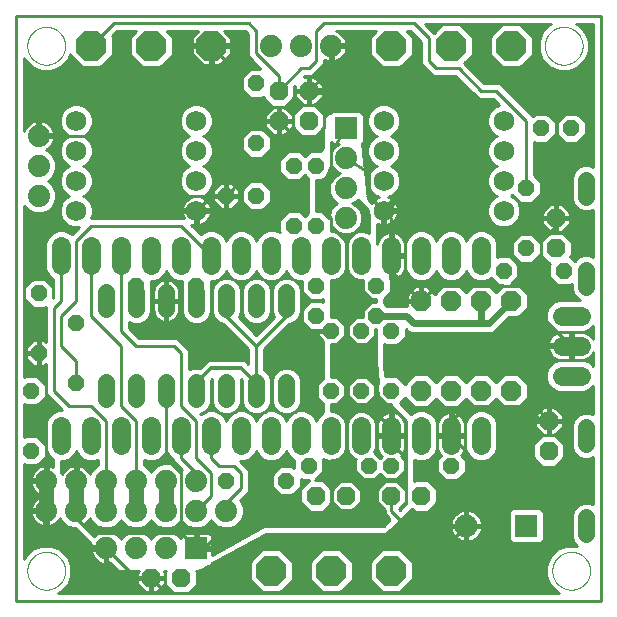
<source format=gbl>
G75*
%MOIN*%
%OFA0B0*%
%FSLAX25Y25*%
%IPPOS*%
%LPD*%
%AMOC8*
5,1,8,0,0,1.08239X$1,22.5*
%
%ADD10C,0.00000*%
%ADD11C,0.01000*%
%ADD12C,0.07600*%
%ADD13R,0.07600X0.07600*%
%ADD14OC8,0.06300*%
%ADD15C,0.05600*%
%ADD16OC8,0.05600*%
%ADD17OC8,0.06800*%
%ADD18C,0.06400*%
%ADD19OC8,0.10000*%
%ADD20C,0.06800*%
%ADD21R,0.07400X0.07400*%
%ADD22C,0.07400*%
%ADD23C,0.02400*%
%ADD24C,0.05000*%
%ADD25C,0.01200*%
D10*
X0007100Y0006700D02*
X0200801Y0006700D01*
X0185801Y0016700D02*
X0185803Y0016858D01*
X0185809Y0017016D01*
X0185819Y0017174D01*
X0185833Y0017332D01*
X0185851Y0017489D01*
X0185872Y0017646D01*
X0185898Y0017802D01*
X0185928Y0017958D01*
X0185961Y0018113D01*
X0185999Y0018266D01*
X0186040Y0018419D01*
X0186085Y0018571D01*
X0186134Y0018722D01*
X0186187Y0018871D01*
X0186243Y0019019D01*
X0186303Y0019165D01*
X0186367Y0019310D01*
X0186435Y0019453D01*
X0186506Y0019595D01*
X0186580Y0019735D01*
X0186658Y0019872D01*
X0186740Y0020008D01*
X0186824Y0020142D01*
X0186913Y0020273D01*
X0187004Y0020402D01*
X0187099Y0020529D01*
X0187196Y0020654D01*
X0187297Y0020776D01*
X0187401Y0020895D01*
X0187508Y0021012D01*
X0187618Y0021126D01*
X0187731Y0021237D01*
X0187846Y0021346D01*
X0187964Y0021451D01*
X0188085Y0021553D01*
X0188208Y0021653D01*
X0188334Y0021749D01*
X0188462Y0021842D01*
X0188592Y0021932D01*
X0188725Y0022018D01*
X0188860Y0022102D01*
X0188996Y0022181D01*
X0189135Y0022258D01*
X0189276Y0022330D01*
X0189418Y0022400D01*
X0189562Y0022465D01*
X0189708Y0022527D01*
X0189855Y0022585D01*
X0190004Y0022640D01*
X0190154Y0022691D01*
X0190305Y0022738D01*
X0190457Y0022781D01*
X0190610Y0022820D01*
X0190765Y0022856D01*
X0190920Y0022887D01*
X0191076Y0022915D01*
X0191232Y0022939D01*
X0191389Y0022959D01*
X0191547Y0022975D01*
X0191704Y0022987D01*
X0191863Y0022995D01*
X0192021Y0022999D01*
X0192179Y0022999D01*
X0192337Y0022995D01*
X0192496Y0022987D01*
X0192653Y0022975D01*
X0192811Y0022959D01*
X0192968Y0022939D01*
X0193124Y0022915D01*
X0193280Y0022887D01*
X0193435Y0022856D01*
X0193590Y0022820D01*
X0193743Y0022781D01*
X0193895Y0022738D01*
X0194046Y0022691D01*
X0194196Y0022640D01*
X0194345Y0022585D01*
X0194492Y0022527D01*
X0194638Y0022465D01*
X0194782Y0022400D01*
X0194924Y0022330D01*
X0195065Y0022258D01*
X0195204Y0022181D01*
X0195340Y0022102D01*
X0195475Y0022018D01*
X0195608Y0021932D01*
X0195738Y0021842D01*
X0195866Y0021749D01*
X0195992Y0021653D01*
X0196115Y0021553D01*
X0196236Y0021451D01*
X0196354Y0021346D01*
X0196469Y0021237D01*
X0196582Y0021126D01*
X0196692Y0021012D01*
X0196799Y0020895D01*
X0196903Y0020776D01*
X0197004Y0020654D01*
X0197101Y0020529D01*
X0197196Y0020402D01*
X0197287Y0020273D01*
X0197376Y0020142D01*
X0197460Y0020008D01*
X0197542Y0019872D01*
X0197620Y0019735D01*
X0197694Y0019595D01*
X0197765Y0019453D01*
X0197833Y0019310D01*
X0197897Y0019165D01*
X0197957Y0019019D01*
X0198013Y0018871D01*
X0198066Y0018722D01*
X0198115Y0018571D01*
X0198160Y0018419D01*
X0198201Y0018266D01*
X0198239Y0018113D01*
X0198272Y0017958D01*
X0198302Y0017802D01*
X0198328Y0017646D01*
X0198349Y0017489D01*
X0198367Y0017332D01*
X0198381Y0017174D01*
X0198391Y0017016D01*
X0198397Y0016858D01*
X0198399Y0016700D01*
X0198397Y0016542D01*
X0198391Y0016384D01*
X0198381Y0016226D01*
X0198367Y0016068D01*
X0198349Y0015911D01*
X0198328Y0015754D01*
X0198302Y0015598D01*
X0198272Y0015442D01*
X0198239Y0015287D01*
X0198201Y0015134D01*
X0198160Y0014981D01*
X0198115Y0014829D01*
X0198066Y0014678D01*
X0198013Y0014529D01*
X0197957Y0014381D01*
X0197897Y0014235D01*
X0197833Y0014090D01*
X0197765Y0013947D01*
X0197694Y0013805D01*
X0197620Y0013665D01*
X0197542Y0013528D01*
X0197460Y0013392D01*
X0197376Y0013258D01*
X0197287Y0013127D01*
X0197196Y0012998D01*
X0197101Y0012871D01*
X0197004Y0012746D01*
X0196903Y0012624D01*
X0196799Y0012505D01*
X0196692Y0012388D01*
X0196582Y0012274D01*
X0196469Y0012163D01*
X0196354Y0012054D01*
X0196236Y0011949D01*
X0196115Y0011847D01*
X0195992Y0011747D01*
X0195866Y0011651D01*
X0195738Y0011558D01*
X0195608Y0011468D01*
X0195475Y0011382D01*
X0195340Y0011298D01*
X0195204Y0011219D01*
X0195065Y0011142D01*
X0194924Y0011070D01*
X0194782Y0011000D01*
X0194638Y0010935D01*
X0194492Y0010873D01*
X0194345Y0010815D01*
X0194196Y0010760D01*
X0194046Y0010709D01*
X0193895Y0010662D01*
X0193743Y0010619D01*
X0193590Y0010580D01*
X0193435Y0010544D01*
X0193280Y0010513D01*
X0193124Y0010485D01*
X0192968Y0010461D01*
X0192811Y0010441D01*
X0192653Y0010425D01*
X0192496Y0010413D01*
X0192337Y0010405D01*
X0192179Y0010401D01*
X0192021Y0010401D01*
X0191863Y0010405D01*
X0191704Y0010413D01*
X0191547Y0010425D01*
X0191389Y0010441D01*
X0191232Y0010461D01*
X0191076Y0010485D01*
X0190920Y0010513D01*
X0190765Y0010544D01*
X0190610Y0010580D01*
X0190457Y0010619D01*
X0190305Y0010662D01*
X0190154Y0010709D01*
X0190004Y0010760D01*
X0189855Y0010815D01*
X0189708Y0010873D01*
X0189562Y0010935D01*
X0189418Y0011000D01*
X0189276Y0011070D01*
X0189135Y0011142D01*
X0188996Y0011219D01*
X0188860Y0011298D01*
X0188725Y0011382D01*
X0188592Y0011468D01*
X0188462Y0011558D01*
X0188334Y0011651D01*
X0188208Y0011747D01*
X0188085Y0011847D01*
X0187964Y0011949D01*
X0187846Y0012054D01*
X0187731Y0012163D01*
X0187618Y0012274D01*
X0187508Y0012388D01*
X0187401Y0012505D01*
X0187297Y0012624D01*
X0187196Y0012746D01*
X0187099Y0012871D01*
X0187004Y0012998D01*
X0186913Y0013127D01*
X0186824Y0013258D01*
X0186740Y0013392D01*
X0186658Y0013528D01*
X0186580Y0013665D01*
X0186506Y0013805D01*
X0186435Y0013947D01*
X0186367Y0014090D01*
X0186303Y0014235D01*
X0186243Y0014381D01*
X0186187Y0014529D01*
X0186134Y0014678D01*
X0186085Y0014829D01*
X0186040Y0014981D01*
X0185999Y0015134D01*
X0185961Y0015287D01*
X0185928Y0015442D01*
X0185898Y0015598D01*
X0185872Y0015754D01*
X0185851Y0015911D01*
X0185833Y0016068D01*
X0185819Y0016226D01*
X0185809Y0016384D01*
X0185803Y0016542D01*
X0185801Y0016700D01*
X0010801Y0016700D02*
X0010803Y0016858D01*
X0010809Y0017016D01*
X0010819Y0017174D01*
X0010833Y0017332D01*
X0010851Y0017489D01*
X0010872Y0017646D01*
X0010898Y0017802D01*
X0010928Y0017958D01*
X0010961Y0018113D01*
X0010999Y0018266D01*
X0011040Y0018419D01*
X0011085Y0018571D01*
X0011134Y0018722D01*
X0011187Y0018871D01*
X0011243Y0019019D01*
X0011303Y0019165D01*
X0011367Y0019310D01*
X0011435Y0019453D01*
X0011506Y0019595D01*
X0011580Y0019735D01*
X0011658Y0019872D01*
X0011740Y0020008D01*
X0011824Y0020142D01*
X0011913Y0020273D01*
X0012004Y0020402D01*
X0012099Y0020529D01*
X0012196Y0020654D01*
X0012297Y0020776D01*
X0012401Y0020895D01*
X0012508Y0021012D01*
X0012618Y0021126D01*
X0012731Y0021237D01*
X0012846Y0021346D01*
X0012964Y0021451D01*
X0013085Y0021553D01*
X0013208Y0021653D01*
X0013334Y0021749D01*
X0013462Y0021842D01*
X0013592Y0021932D01*
X0013725Y0022018D01*
X0013860Y0022102D01*
X0013996Y0022181D01*
X0014135Y0022258D01*
X0014276Y0022330D01*
X0014418Y0022400D01*
X0014562Y0022465D01*
X0014708Y0022527D01*
X0014855Y0022585D01*
X0015004Y0022640D01*
X0015154Y0022691D01*
X0015305Y0022738D01*
X0015457Y0022781D01*
X0015610Y0022820D01*
X0015765Y0022856D01*
X0015920Y0022887D01*
X0016076Y0022915D01*
X0016232Y0022939D01*
X0016389Y0022959D01*
X0016547Y0022975D01*
X0016704Y0022987D01*
X0016863Y0022995D01*
X0017021Y0022999D01*
X0017179Y0022999D01*
X0017337Y0022995D01*
X0017496Y0022987D01*
X0017653Y0022975D01*
X0017811Y0022959D01*
X0017968Y0022939D01*
X0018124Y0022915D01*
X0018280Y0022887D01*
X0018435Y0022856D01*
X0018590Y0022820D01*
X0018743Y0022781D01*
X0018895Y0022738D01*
X0019046Y0022691D01*
X0019196Y0022640D01*
X0019345Y0022585D01*
X0019492Y0022527D01*
X0019638Y0022465D01*
X0019782Y0022400D01*
X0019924Y0022330D01*
X0020065Y0022258D01*
X0020204Y0022181D01*
X0020340Y0022102D01*
X0020475Y0022018D01*
X0020608Y0021932D01*
X0020738Y0021842D01*
X0020866Y0021749D01*
X0020992Y0021653D01*
X0021115Y0021553D01*
X0021236Y0021451D01*
X0021354Y0021346D01*
X0021469Y0021237D01*
X0021582Y0021126D01*
X0021692Y0021012D01*
X0021799Y0020895D01*
X0021903Y0020776D01*
X0022004Y0020654D01*
X0022101Y0020529D01*
X0022196Y0020402D01*
X0022287Y0020273D01*
X0022376Y0020142D01*
X0022460Y0020008D01*
X0022542Y0019872D01*
X0022620Y0019735D01*
X0022694Y0019595D01*
X0022765Y0019453D01*
X0022833Y0019310D01*
X0022897Y0019165D01*
X0022957Y0019019D01*
X0023013Y0018871D01*
X0023066Y0018722D01*
X0023115Y0018571D01*
X0023160Y0018419D01*
X0023201Y0018266D01*
X0023239Y0018113D01*
X0023272Y0017958D01*
X0023302Y0017802D01*
X0023328Y0017646D01*
X0023349Y0017489D01*
X0023367Y0017332D01*
X0023381Y0017174D01*
X0023391Y0017016D01*
X0023397Y0016858D01*
X0023399Y0016700D01*
X0023397Y0016542D01*
X0023391Y0016384D01*
X0023381Y0016226D01*
X0023367Y0016068D01*
X0023349Y0015911D01*
X0023328Y0015754D01*
X0023302Y0015598D01*
X0023272Y0015442D01*
X0023239Y0015287D01*
X0023201Y0015134D01*
X0023160Y0014981D01*
X0023115Y0014829D01*
X0023066Y0014678D01*
X0023013Y0014529D01*
X0022957Y0014381D01*
X0022897Y0014235D01*
X0022833Y0014090D01*
X0022765Y0013947D01*
X0022694Y0013805D01*
X0022620Y0013665D01*
X0022542Y0013528D01*
X0022460Y0013392D01*
X0022376Y0013258D01*
X0022287Y0013127D01*
X0022196Y0012998D01*
X0022101Y0012871D01*
X0022004Y0012746D01*
X0021903Y0012624D01*
X0021799Y0012505D01*
X0021692Y0012388D01*
X0021582Y0012274D01*
X0021469Y0012163D01*
X0021354Y0012054D01*
X0021236Y0011949D01*
X0021115Y0011847D01*
X0020992Y0011747D01*
X0020866Y0011651D01*
X0020738Y0011558D01*
X0020608Y0011468D01*
X0020475Y0011382D01*
X0020340Y0011298D01*
X0020204Y0011219D01*
X0020065Y0011142D01*
X0019924Y0011070D01*
X0019782Y0011000D01*
X0019638Y0010935D01*
X0019492Y0010873D01*
X0019345Y0010815D01*
X0019196Y0010760D01*
X0019046Y0010709D01*
X0018895Y0010662D01*
X0018743Y0010619D01*
X0018590Y0010580D01*
X0018435Y0010544D01*
X0018280Y0010513D01*
X0018124Y0010485D01*
X0017968Y0010461D01*
X0017811Y0010441D01*
X0017653Y0010425D01*
X0017496Y0010413D01*
X0017337Y0010405D01*
X0017179Y0010401D01*
X0017021Y0010401D01*
X0016863Y0010405D01*
X0016704Y0010413D01*
X0016547Y0010425D01*
X0016389Y0010441D01*
X0016232Y0010461D01*
X0016076Y0010485D01*
X0015920Y0010513D01*
X0015765Y0010544D01*
X0015610Y0010580D01*
X0015457Y0010619D01*
X0015305Y0010662D01*
X0015154Y0010709D01*
X0015004Y0010760D01*
X0014855Y0010815D01*
X0014708Y0010873D01*
X0014562Y0010935D01*
X0014418Y0011000D01*
X0014276Y0011070D01*
X0014135Y0011142D01*
X0013996Y0011219D01*
X0013860Y0011298D01*
X0013725Y0011382D01*
X0013592Y0011468D01*
X0013462Y0011558D01*
X0013334Y0011651D01*
X0013208Y0011747D01*
X0013085Y0011847D01*
X0012964Y0011949D01*
X0012846Y0012054D01*
X0012731Y0012163D01*
X0012618Y0012274D01*
X0012508Y0012388D01*
X0012401Y0012505D01*
X0012297Y0012624D01*
X0012196Y0012746D01*
X0012099Y0012871D01*
X0012004Y0012998D01*
X0011913Y0013127D01*
X0011824Y0013258D01*
X0011740Y0013392D01*
X0011658Y0013528D01*
X0011580Y0013665D01*
X0011506Y0013805D01*
X0011435Y0013947D01*
X0011367Y0014090D01*
X0011303Y0014235D01*
X0011243Y0014381D01*
X0011187Y0014529D01*
X0011134Y0014678D01*
X0011085Y0014829D01*
X0011040Y0014981D01*
X0010999Y0015134D01*
X0010961Y0015287D01*
X0010928Y0015442D01*
X0010898Y0015598D01*
X0010872Y0015754D01*
X0010851Y0015911D01*
X0010833Y0016068D01*
X0010819Y0016226D01*
X0010809Y0016384D01*
X0010803Y0016542D01*
X0010801Y0016700D01*
X0010801Y0191700D02*
X0010803Y0191858D01*
X0010809Y0192016D01*
X0010819Y0192174D01*
X0010833Y0192332D01*
X0010851Y0192489D01*
X0010872Y0192646D01*
X0010898Y0192802D01*
X0010928Y0192958D01*
X0010961Y0193113D01*
X0010999Y0193266D01*
X0011040Y0193419D01*
X0011085Y0193571D01*
X0011134Y0193722D01*
X0011187Y0193871D01*
X0011243Y0194019D01*
X0011303Y0194165D01*
X0011367Y0194310D01*
X0011435Y0194453D01*
X0011506Y0194595D01*
X0011580Y0194735D01*
X0011658Y0194872D01*
X0011740Y0195008D01*
X0011824Y0195142D01*
X0011913Y0195273D01*
X0012004Y0195402D01*
X0012099Y0195529D01*
X0012196Y0195654D01*
X0012297Y0195776D01*
X0012401Y0195895D01*
X0012508Y0196012D01*
X0012618Y0196126D01*
X0012731Y0196237D01*
X0012846Y0196346D01*
X0012964Y0196451D01*
X0013085Y0196553D01*
X0013208Y0196653D01*
X0013334Y0196749D01*
X0013462Y0196842D01*
X0013592Y0196932D01*
X0013725Y0197018D01*
X0013860Y0197102D01*
X0013996Y0197181D01*
X0014135Y0197258D01*
X0014276Y0197330D01*
X0014418Y0197400D01*
X0014562Y0197465D01*
X0014708Y0197527D01*
X0014855Y0197585D01*
X0015004Y0197640D01*
X0015154Y0197691D01*
X0015305Y0197738D01*
X0015457Y0197781D01*
X0015610Y0197820D01*
X0015765Y0197856D01*
X0015920Y0197887D01*
X0016076Y0197915D01*
X0016232Y0197939D01*
X0016389Y0197959D01*
X0016547Y0197975D01*
X0016704Y0197987D01*
X0016863Y0197995D01*
X0017021Y0197999D01*
X0017179Y0197999D01*
X0017337Y0197995D01*
X0017496Y0197987D01*
X0017653Y0197975D01*
X0017811Y0197959D01*
X0017968Y0197939D01*
X0018124Y0197915D01*
X0018280Y0197887D01*
X0018435Y0197856D01*
X0018590Y0197820D01*
X0018743Y0197781D01*
X0018895Y0197738D01*
X0019046Y0197691D01*
X0019196Y0197640D01*
X0019345Y0197585D01*
X0019492Y0197527D01*
X0019638Y0197465D01*
X0019782Y0197400D01*
X0019924Y0197330D01*
X0020065Y0197258D01*
X0020204Y0197181D01*
X0020340Y0197102D01*
X0020475Y0197018D01*
X0020608Y0196932D01*
X0020738Y0196842D01*
X0020866Y0196749D01*
X0020992Y0196653D01*
X0021115Y0196553D01*
X0021236Y0196451D01*
X0021354Y0196346D01*
X0021469Y0196237D01*
X0021582Y0196126D01*
X0021692Y0196012D01*
X0021799Y0195895D01*
X0021903Y0195776D01*
X0022004Y0195654D01*
X0022101Y0195529D01*
X0022196Y0195402D01*
X0022287Y0195273D01*
X0022376Y0195142D01*
X0022460Y0195008D01*
X0022542Y0194872D01*
X0022620Y0194735D01*
X0022694Y0194595D01*
X0022765Y0194453D01*
X0022833Y0194310D01*
X0022897Y0194165D01*
X0022957Y0194019D01*
X0023013Y0193871D01*
X0023066Y0193722D01*
X0023115Y0193571D01*
X0023160Y0193419D01*
X0023201Y0193266D01*
X0023239Y0193113D01*
X0023272Y0192958D01*
X0023302Y0192802D01*
X0023328Y0192646D01*
X0023349Y0192489D01*
X0023367Y0192332D01*
X0023381Y0192174D01*
X0023391Y0192016D01*
X0023397Y0191858D01*
X0023399Y0191700D01*
X0023397Y0191542D01*
X0023391Y0191384D01*
X0023381Y0191226D01*
X0023367Y0191068D01*
X0023349Y0190911D01*
X0023328Y0190754D01*
X0023302Y0190598D01*
X0023272Y0190442D01*
X0023239Y0190287D01*
X0023201Y0190134D01*
X0023160Y0189981D01*
X0023115Y0189829D01*
X0023066Y0189678D01*
X0023013Y0189529D01*
X0022957Y0189381D01*
X0022897Y0189235D01*
X0022833Y0189090D01*
X0022765Y0188947D01*
X0022694Y0188805D01*
X0022620Y0188665D01*
X0022542Y0188528D01*
X0022460Y0188392D01*
X0022376Y0188258D01*
X0022287Y0188127D01*
X0022196Y0187998D01*
X0022101Y0187871D01*
X0022004Y0187746D01*
X0021903Y0187624D01*
X0021799Y0187505D01*
X0021692Y0187388D01*
X0021582Y0187274D01*
X0021469Y0187163D01*
X0021354Y0187054D01*
X0021236Y0186949D01*
X0021115Y0186847D01*
X0020992Y0186747D01*
X0020866Y0186651D01*
X0020738Y0186558D01*
X0020608Y0186468D01*
X0020475Y0186382D01*
X0020340Y0186298D01*
X0020204Y0186219D01*
X0020065Y0186142D01*
X0019924Y0186070D01*
X0019782Y0186000D01*
X0019638Y0185935D01*
X0019492Y0185873D01*
X0019345Y0185815D01*
X0019196Y0185760D01*
X0019046Y0185709D01*
X0018895Y0185662D01*
X0018743Y0185619D01*
X0018590Y0185580D01*
X0018435Y0185544D01*
X0018280Y0185513D01*
X0018124Y0185485D01*
X0017968Y0185461D01*
X0017811Y0185441D01*
X0017653Y0185425D01*
X0017496Y0185413D01*
X0017337Y0185405D01*
X0017179Y0185401D01*
X0017021Y0185401D01*
X0016863Y0185405D01*
X0016704Y0185413D01*
X0016547Y0185425D01*
X0016389Y0185441D01*
X0016232Y0185461D01*
X0016076Y0185485D01*
X0015920Y0185513D01*
X0015765Y0185544D01*
X0015610Y0185580D01*
X0015457Y0185619D01*
X0015305Y0185662D01*
X0015154Y0185709D01*
X0015004Y0185760D01*
X0014855Y0185815D01*
X0014708Y0185873D01*
X0014562Y0185935D01*
X0014418Y0186000D01*
X0014276Y0186070D01*
X0014135Y0186142D01*
X0013996Y0186219D01*
X0013860Y0186298D01*
X0013725Y0186382D01*
X0013592Y0186468D01*
X0013462Y0186558D01*
X0013334Y0186651D01*
X0013208Y0186747D01*
X0013085Y0186847D01*
X0012964Y0186949D01*
X0012846Y0187054D01*
X0012731Y0187163D01*
X0012618Y0187274D01*
X0012508Y0187388D01*
X0012401Y0187505D01*
X0012297Y0187624D01*
X0012196Y0187746D01*
X0012099Y0187871D01*
X0012004Y0187998D01*
X0011913Y0188127D01*
X0011824Y0188258D01*
X0011740Y0188392D01*
X0011658Y0188528D01*
X0011580Y0188665D01*
X0011506Y0188805D01*
X0011435Y0188947D01*
X0011367Y0189090D01*
X0011303Y0189235D01*
X0011243Y0189381D01*
X0011187Y0189529D01*
X0011134Y0189678D01*
X0011085Y0189829D01*
X0011040Y0189981D01*
X0010999Y0190134D01*
X0010961Y0190287D01*
X0010928Y0190442D01*
X0010898Y0190598D01*
X0010872Y0190754D01*
X0010851Y0190911D01*
X0010833Y0191068D01*
X0010819Y0191226D01*
X0010809Y0191384D01*
X0010803Y0191542D01*
X0010801Y0191700D01*
X0183301Y0191700D02*
X0183303Y0191858D01*
X0183309Y0192016D01*
X0183319Y0192174D01*
X0183333Y0192332D01*
X0183351Y0192489D01*
X0183372Y0192646D01*
X0183398Y0192802D01*
X0183428Y0192958D01*
X0183461Y0193113D01*
X0183499Y0193266D01*
X0183540Y0193419D01*
X0183585Y0193571D01*
X0183634Y0193722D01*
X0183687Y0193871D01*
X0183743Y0194019D01*
X0183803Y0194165D01*
X0183867Y0194310D01*
X0183935Y0194453D01*
X0184006Y0194595D01*
X0184080Y0194735D01*
X0184158Y0194872D01*
X0184240Y0195008D01*
X0184324Y0195142D01*
X0184413Y0195273D01*
X0184504Y0195402D01*
X0184599Y0195529D01*
X0184696Y0195654D01*
X0184797Y0195776D01*
X0184901Y0195895D01*
X0185008Y0196012D01*
X0185118Y0196126D01*
X0185231Y0196237D01*
X0185346Y0196346D01*
X0185464Y0196451D01*
X0185585Y0196553D01*
X0185708Y0196653D01*
X0185834Y0196749D01*
X0185962Y0196842D01*
X0186092Y0196932D01*
X0186225Y0197018D01*
X0186360Y0197102D01*
X0186496Y0197181D01*
X0186635Y0197258D01*
X0186776Y0197330D01*
X0186918Y0197400D01*
X0187062Y0197465D01*
X0187208Y0197527D01*
X0187355Y0197585D01*
X0187504Y0197640D01*
X0187654Y0197691D01*
X0187805Y0197738D01*
X0187957Y0197781D01*
X0188110Y0197820D01*
X0188265Y0197856D01*
X0188420Y0197887D01*
X0188576Y0197915D01*
X0188732Y0197939D01*
X0188889Y0197959D01*
X0189047Y0197975D01*
X0189204Y0197987D01*
X0189363Y0197995D01*
X0189521Y0197999D01*
X0189679Y0197999D01*
X0189837Y0197995D01*
X0189996Y0197987D01*
X0190153Y0197975D01*
X0190311Y0197959D01*
X0190468Y0197939D01*
X0190624Y0197915D01*
X0190780Y0197887D01*
X0190935Y0197856D01*
X0191090Y0197820D01*
X0191243Y0197781D01*
X0191395Y0197738D01*
X0191546Y0197691D01*
X0191696Y0197640D01*
X0191845Y0197585D01*
X0191992Y0197527D01*
X0192138Y0197465D01*
X0192282Y0197400D01*
X0192424Y0197330D01*
X0192565Y0197258D01*
X0192704Y0197181D01*
X0192840Y0197102D01*
X0192975Y0197018D01*
X0193108Y0196932D01*
X0193238Y0196842D01*
X0193366Y0196749D01*
X0193492Y0196653D01*
X0193615Y0196553D01*
X0193736Y0196451D01*
X0193854Y0196346D01*
X0193969Y0196237D01*
X0194082Y0196126D01*
X0194192Y0196012D01*
X0194299Y0195895D01*
X0194403Y0195776D01*
X0194504Y0195654D01*
X0194601Y0195529D01*
X0194696Y0195402D01*
X0194787Y0195273D01*
X0194876Y0195142D01*
X0194960Y0195008D01*
X0195042Y0194872D01*
X0195120Y0194735D01*
X0195194Y0194595D01*
X0195265Y0194453D01*
X0195333Y0194310D01*
X0195397Y0194165D01*
X0195457Y0194019D01*
X0195513Y0193871D01*
X0195566Y0193722D01*
X0195615Y0193571D01*
X0195660Y0193419D01*
X0195701Y0193266D01*
X0195739Y0193113D01*
X0195772Y0192958D01*
X0195802Y0192802D01*
X0195828Y0192646D01*
X0195849Y0192489D01*
X0195867Y0192332D01*
X0195881Y0192174D01*
X0195891Y0192016D01*
X0195897Y0191858D01*
X0195899Y0191700D01*
X0195897Y0191542D01*
X0195891Y0191384D01*
X0195881Y0191226D01*
X0195867Y0191068D01*
X0195849Y0190911D01*
X0195828Y0190754D01*
X0195802Y0190598D01*
X0195772Y0190442D01*
X0195739Y0190287D01*
X0195701Y0190134D01*
X0195660Y0189981D01*
X0195615Y0189829D01*
X0195566Y0189678D01*
X0195513Y0189529D01*
X0195457Y0189381D01*
X0195397Y0189235D01*
X0195333Y0189090D01*
X0195265Y0188947D01*
X0195194Y0188805D01*
X0195120Y0188665D01*
X0195042Y0188528D01*
X0194960Y0188392D01*
X0194876Y0188258D01*
X0194787Y0188127D01*
X0194696Y0187998D01*
X0194601Y0187871D01*
X0194504Y0187746D01*
X0194403Y0187624D01*
X0194299Y0187505D01*
X0194192Y0187388D01*
X0194082Y0187274D01*
X0193969Y0187163D01*
X0193854Y0187054D01*
X0193736Y0186949D01*
X0193615Y0186847D01*
X0193492Y0186747D01*
X0193366Y0186651D01*
X0193238Y0186558D01*
X0193108Y0186468D01*
X0192975Y0186382D01*
X0192840Y0186298D01*
X0192704Y0186219D01*
X0192565Y0186142D01*
X0192424Y0186070D01*
X0192282Y0186000D01*
X0192138Y0185935D01*
X0191992Y0185873D01*
X0191845Y0185815D01*
X0191696Y0185760D01*
X0191546Y0185709D01*
X0191395Y0185662D01*
X0191243Y0185619D01*
X0191090Y0185580D01*
X0190935Y0185544D01*
X0190780Y0185513D01*
X0190624Y0185485D01*
X0190468Y0185461D01*
X0190311Y0185441D01*
X0190153Y0185425D01*
X0189996Y0185413D01*
X0189837Y0185405D01*
X0189679Y0185401D01*
X0189521Y0185401D01*
X0189363Y0185405D01*
X0189204Y0185413D01*
X0189047Y0185425D01*
X0188889Y0185441D01*
X0188732Y0185461D01*
X0188576Y0185485D01*
X0188420Y0185513D01*
X0188265Y0185544D01*
X0188110Y0185580D01*
X0187957Y0185619D01*
X0187805Y0185662D01*
X0187654Y0185709D01*
X0187504Y0185760D01*
X0187355Y0185815D01*
X0187208Y0185873D01*
X0187062Y0185935D01*
X0186918Y0186000D01*
X0186776Y0186070D01*
X0186635Y0186142D01*
X0186496Y0186219D01*
X0186360Y0186298D01*
X0186225Y0186382D01*
X0186092Y0186468D01*
X0185962Y0186558D01*
X0185834Y0186651D01*
X0185708Y0186747D01*
X0185585Y0186847D01*
X0185464Y0186949D01*
X0185346Y0187054D01*
X0185231Y0187163D01*
X0185118Y0187274D01*
X0185008Y0187388D01*
X0184901Y0187505D01*
X0184797Y0187624D01*
X0184696Y0187746D01*
X0184599Y0187871D01*
X0184504Y0187998D01*
X0184413Y0188127D01*
X0184324Y0188258D01*
X0184240Y0188392D01*
X0184158Y0188528D01*
X0184080Y0188665D01*
X0184006Y0188805D01*
X0183935Y0188947D01*
X0183867Y0189090D01*
X0183803Y0189235D01*
X0183743Y0189381D01*
X0183687Y0189529D01*
X0183634Y0189678D01*
X0183585Y0189829D01*
X0183540Y0189981D01*
X0183499Y0190134D01*
X0183461Y0190287D01*
X0183428Y0190442D01*
X0183398Y0190598D01*
X0183372Y0190754D01*
X0183351Y0190911D01*
X0183333Y0191068D01*
X0183319Y0191226D01*
X0183309Y0191384D01*
X0183303Y0191542D01*
X0183301Y0191700D01*
D11*
X0007100Y0201700D02*
X0007100Y0006700D01*
X0202100Y0006700D01*
X0202100Y0201700D01*
X0007100Y0201700D01*
X0009700Y0187617D02*
X0009979Y0186942D01*
X0012342Y0184579D01*
X0015429Y0183301D01*
X0018771Y0183301D01*
X0021858Y0184579D01*
X0024220Y0186942D01*
X0025000Y0188824D01*
X0025000Y0188759D01*
X0029159Y0184600D01*
X0035041Y0184600D01*
X0039200Y0188759D01*
X0039200Y0194641D01*
X0038959Y0194882D01*
X0040677Y0196600D01*
X0046959Y0196600D01*
X0045000Y0194641D01*
X0045000Y0188759D01*
X0049159Y0184600D01*
X0055041Y0184600D01*
X0059200Y0188759D01*
X0059200Y0194641D01*
X0057241Y0196600D01*
X0067808Y0196600D01*
X0065600Y0194392D01*
X0065600Y0192200D01*
X0071600Y0192200D01*
X0071600Y0191200D01*
X0072600Y0191200D01*
X0072600Y0192200D01*
X0078600Y0192200D01*
X0078600Y0194392D01*
X0076392Y0196600D01*
X0083523Y0196600D01*
X0084500Y0195623D01*
X0084500Y0188683D01*
X0084896Y0187727D01*
X0085627Y0186996D01*
X0088523Y0184100D01*
X0085070Y0184100D01*
X0082200Y0181230D01*
X0082200Y0177170D01*
X0085070Y0174300D01*
X0089130Y0174300D01*
X0089353Y0174523D01*
X0092425Y0171450D01*
X0096775Y0171450D01*
X0099850Y0174525D01*
X0099850Y0178273D01*
X0099950Y0178373D01*
X0099950Y0177000D01*
X0104300Y0177000D01*
X0104300Y0181350D01*
X0102927Y0181350D01*
X0103177Y0181600D01*
X0105117Y0181600D01*
X0106073Y0181996D01*
X0108573Y0184496D01*
X0109304Y0185227D01*
X0109700Y0186183D01*
X0109700Y0187087D01*
X0110104Y0186881D01*
X0110882Y0186628D01*
X0111600Y0186514D01*
X0111600Y0191200D01*
X0112600Y0191200D01*
X0112600Y0192200D01*
X0117286Y0192200D01*
X0117172Y0192918D01*
X0116919Y0193696D01*
X0116547Y0194425D01*
X0116066Y0195088D01*
X0115488Y0195666D01*
X0114825Y0196147D01*
X0114096Y0196519D01*
X0113847Y0196600D01*
X0126959Y0196600D01*
X0125000Y0194641D01*
X0125000Y0188759D01*
X0129159Y0184600D01*
X0135041Y0184600D01*
X0139200Y0188759D01*
X0139200Y0194641D01*
X0137241Y0196600D01*
X0138523Y0196600D01*
X0142000Y0193123D01*
X0142000Y0186183D01*
X0142396Y0185227D01*
X0144896Y0182727D01*
X0145627Y0181996D01*
X0146583Y0181600D01*
X0153523Y0181600D01*
X0159896Y0175227D01*
X0160627Y0174496D01*
X0161583Y0174100D01*
X0166023Y0174100D01*
X0168094Y0172029D01*
X0166484Y0171363D01*
X0164937Y0169815D01*
X0164100Y0167794D01*
X0164100Y0165606D01*
X0164937Y0163584D01*
X0166484Y0162037D01*
X0167299Y0161700D01*
X0166484Y0161363D01*
X0164937Y0159815D01*
X0164100Y0157794D01*
X0164100Y0155606D01*
X0164937Y0153584D01*
X0166484Y0152037D01*
X0167299Y0151700D01*
X0166484Y0151363D01*
X0164937Y0149815D01*
X0164100Y0147794D01*
X0164100Y0145606D01*
X0164937Y0143584D01*
X0166484Y0142037D01*
X0167299Y0141700D01*
X0166484Y0141363D01*
X0164937Y0139815D01*
X0164100Y0137794D01*
X0164100Y0135606D01*
X0164937Y0133584D01*
X0166484Y0132037D01*
X0168506Y0131200D01*
X0170694Y0131200D01*
X0172715Y0132037D01*
X0174263Y0133584D01*
X0175100Y0135606D01*
X0175100Y0137794D01*
X0174263Y0139815D01*
X0172715Y0141363D01*
X0171901Y0141700D01*
X0172445Y0141925D01*
X0175070Y0139300D01*
X0179130Y0139300D01*
X0182000Y0142170D01*
X0182000Y0146230D01*
X0179700Y0148530D01*
X0179700Y0159670D01*
X0180070Y0159300D01*
X0184130Y0159300D01*
X0187000Y0162170D01*
X0187000Y0166230D01*
X0184130Y0169100D01*
X0180070Y0169100D01*
X0179224Y0168253D01*
X0168573Y0178904D01*
X0167617Y0179300D01*
X0163177Y0179300D01*
X0156804Y0185673D01*
X0156459Y0186018D01*
X0159200Y0188759D01*
X0159200Y0194641D01*
X0155041Y0198800D01*
X0149159Y0198800D01*
X0146418Y0196059D01*
X0146073Y0196404D01*
X0143377Y0199100D01*
X0185517Y0199100D01*
X0184842Y0198820D01*
X0182479Y0196458D01*
X0181201Y0193371D01*
X0181201Y0190029D01*
X0182479Y0186942D01*
X0184842Y0184579D01*
X0187929Y0183301D01*
X0191271Y0183301D01*
X0194358Y0184579D01*
X0196720Y0186942D01*
X0197999Y0190029D01*
X0197999Y0193371D01*
X0196720Y0196458D01*
X0194358Y0198820D01*
X0193683Y0199100D01*
X0199500Y0199100D01*
X0199500Y0151310D01*
X0198075Y0151900D01*
X0196125Y0151900D01*
X0194324Y0151154D01*
X0192946Y0149776D01*
X0192200Y0147975D01*
X0192200Y0140425D01*
X0192946Y0138624D01*
X0194324Y0137246D01*
X0196125Y0136500D01*
X0198075Y0136500D01*
X0199500Y0137090D01*
X0199500Y0121310D01*
X0198075Y0121900D01*
X0196125Y0121900D01*
X0194324Y0121154D01*
X0193200Y0120030D01*
X0191777Y0121453D01*
X0192350Y0122025D01*
X0192350Y0126375D01*
X0189275Y0129450D01*
X0184925Y0129450D01*
X0181853Y0126377D01*
X0179130Y0129100D01*
X0175070Y0129100D01*
X0172200Y0126230D01*
X0172200Y0122170D01*
X0175070Y0119300D01*
X0179130Y0119300D01*
X0181853Y0122023D01*
X0184923Y0118953D01*
X0184700Y0118730D01*
X0184700Y0114670D01*
X0187570Y0111800D01*
X0191630Y0111800D01*
X0192200Y0112370D01*
X0192200Y0110425D01*
X0192946Y0108624D01*
X0194324Y0107246D01*
X0194918Y0107000D01*
X0187846Y0107000D01*
X0185898Y0106193D01*
X0184407Y0104702D01*
X0183600Y0102754D01*
X0183600Y0100646D01*
X0184407Y0098698D01*
X0185898Y0097207D01*
X0187846Y0096400D01*
X0196354Y0096400D01*
X0198302Y0097207D01*
X0199500Y0098405D01*
X0199500Y0093810D01*
X0199320Y0094163D01*
X0198885Y0094762D01*
X0198362Y0095285D01*
X0197763Y0095720D01*
X0197104Y0096056D01*
X0196401Y0096284D01*
X0195670Y0096400D01*
X0192600Y0096400D01*
X0192600Y0092200D01*
X0191600Y0092200D01*
X0191600Y0096400D01*
X0188530Y0096400D01*
X0187799Y0096284D01*
X0187096Y0096056D01*
X0186437Y0095720D01*
X0185838Y0095285D01*
X0185315Y0094762D01*
X0184880Y0094163D01*
X0184544Y0093504D01*
X0184316Y0092801D01*
X0184221Y0092200D01*
X0191600Y0092200D01*
X0191600Y0091200D01*
X0192600Y0091200D01*
X0192600Y0087000D01*
X0195670Y0087000D01*
X0196401Y0087116D01*
X0197104Y0087344D01*
X0197763Y0087680D01*
X0198362Y0088115D01*
X0198885Y0088638D01*
X0199320Y0089237D01*
X0199500Y0089590D01*
X0199500Y0084995D01*
X0198302Y0086193D01*
X0196354Y0087000D01*
X0187846Y0087000D01*
X0185898Y0086193D01*
X0184407Y0084702D01*
X0183600Y0082754D01*
X0183600Y0080646D01*
X0184407Y0078698D01*
X0185898Y0077207D01*
X0187846Y0076400D01*
X0196354Y0076400D01*
X0198302Y0077207D01*
X0199500Y0078405D01*
X0199500Y0068810D01*
X0198075Y0069400D01*
X0196125Y0069400D01*
X0194324Y0068654D01*
X0192946Y0067276D01*
X0192200Y0065475D01*
X0192200Y0057925D01*
X0192946Y0056124D01*
X0194324Y0054746D01*
X0196125Y0054000D01*
X0198075Y0054000D01*
X0199500Y0054590D01*
X0199500Y0038810D01*
X0198075Y0039400D01*
X0196125Y0039400D01*
X0194324Y0038654D01*
X0192946Y0037276D01*
X0192200Y0035475D01*
X0192200Y0027925D01*
X0192946Y0026124D01*
X0194113Y0024957D01*
X0193771Y0025099D01*
X0190429Y0025099D01*
X0187342Y0023820D01*
X0184979Y0021458D01*
X0183701Y0018371D01*
X0183701Y0015029D01*
X0184979Y0011942D01*
X0187342Y0009579D01*
X0188017Y0009300D01*
X0064625Y0009300D01*
X0067350Y0012025D01*
X0067350Y0016375D01*
X0067137Y0016587D01*
X0067249Y0016600D01*
X0067617Y0016600D01*
X0067759Y0016659D01*
X0067911Y0016676D01*
X0068233Y0016855D01*
X0068573Y0016996D01*
X0068681Y0017104D01*
X0071014Y0018400D01*
X0071670Y0018400D01*
X0072490Y0019220D01*
X0090274Y0029100D01*
X0130117Y0029100D01*
X0131073Y0029496D01*
X0131804Y0030227D01*
X0133573Y0031996D01*
X0133665Y0032088D01*
X0133781Y0032150D01*
X0134028Y0032451D01*
X0134304Y0032727D01*
X0134304Y0032727D01*
X0138573Y0036996D01*
X0138976Y0037399D01*
X0139925Y0036450D01*
X0144275Y0036450D01*
X0147350Y0039525D01*
X0147350Y0043875D01*
X0144275Y0046950D01*
X0139925Y0046950D01*
X0139700Y0046725D01*
X0139700Y0053757D01*
X0141046Y0053200D01*
X0143154Y0053200D01*
X0145102Y0054007D01*
X0146593Y0055498D01*
X0147400Y0057446D01*
X0147400Y0065954D01*
X0146593Y0067902D01*
X0145102Y0069393D01*
X0143154Y0070200D01*
X0141046Y0070200D01*
X0139098Y0069393D01*
X0138591Y0068886D01*
X0134903Y0072574D01*
X0136676Y0074346D01*
X0139822Y0071200D01*
X0144378Y0071200D01*
X0147100Y0073922D01*
X0149822Y0071200D01*
X0154378Y0071200D01*
X0157100Y0073922D01*
X0159822Y0071200D01*
X0164378Y0071200D01*
X0167100Y0073922D01*
X0169822Y0071200D01*
X0174378Y0071200D01*
X0177600Y0074422D01*
X0177600Y0078978D01*
X0174378Y0082200D01*
X0169822Y0082200D01*
X0167100Y0079478D01*
X0164378Y0082200D01*
X0159822Y0082200D01*
X0157100Y0079478D01*
X0154378Y0082200D01*
X0149822Y0082200D01*
X0147100Y0079478D01*
X0144378Y0082200D01*
X0139822Y0082200D01*
X0136676Y0079054D01*
X0134130Y0081600D01*
X0130070Y0081600D01*
X0130066Y0081595D01*
X0129700Y0085327D01*
X0129700Y0092170D01*
X0130070Y0091800D01*
X0134130Y0091800D01*
X0137000Y0094670D01*
X0137000Y0097133D01*
X0137731Y0096402D01*
X0138944Y0095900D01*
X0165256Y0095900D01*
X0166469Y0096402D01*
X0171267Y0101200D01*
X0174378Y0101200D01*
X0177600Y0104422D01*
X0177600Y0108978D01*
X0174378Y0112200D01*
X0172030Y0112200D01*
X0174500Y0114670D01*
X0174500Y0118730D01*
X0171630Y0121600D01*
X0167570Y0121600D01*
X0167400Y0121430D01*
X0167400Y0125954D01*
X0166593Y0127902D01*
X0165102Y0129393D01*
X0163154Y0130200D01*
X0161046Y0130200D01*
X0159098Y0129393D01*
X0157607Y0127902D01*
X0157100Y0126678D01*
X0156593Y0127902D01*
X0155102Y0129393D01*
X0153154Y0130200D01*
X0151046Y0130200D01*
X0149098Y0129393D01*
X0147607Y0127902D01*
X0147100Y0126678D01*
X0146593Y0127902D01*
X0145102Y0129393D01*
X0143154Y0130200D01*
X0141046Y0130200D01*
X0139098Y0129393D01*
X0137607Y0127902D01*
X0136800Y0125954D01*
X0136800Y0117446D01*
X0137607Y0115498D01*
X0139098Y0114007D01*
X0141046Y0113200D01*
X0143154Y0113200D01*
X0145102Y0114007D01*
X0146593Y0115498D01*
X0147100Y0116722D01*
X0147607Y0115498D01*
X0149098Y0114007D01*
X0151046Y0113200D01*
X0153154Y0113200D01*
X0155102Y0114007D01*
X0156593Y0115498D01*
X0157100Y0116722D01*
X0157607Y0115498D01*
X0159098Y0114007D01*
X0161046Y0113200D01*
X0163154Y0113200D01*
X0165102Y0114007D01*
X0165233Y0114138D01*
X0167570Y0111800D01*
X0169422Y0111800D01*
X0167100Y0109478D01*
X0164378Y0112200D01*
X0159822Y0112200D01*
X0157100Y0109478D01*
X0154378Y0112200D01*
X0149822Y0112200D01*
X0146676Y0109054D01*
X0144130Y0111600D01*
X0142400Y0111600D01*
X0142400Y0107000D01*
X0141800Y0107000D01*
X0141800Y0111600D01*
X0140070Y0111600D01*
X0137200Y0108730D01*
X0137200Y0107000D01*
X0141800Y0107000D01*
X0141800Y0106400D01*
X0137200Y0106400D01*
X0137200Y0105000D01*
X0130730Y0105000D01*
X0129700Y0106030D01*
X0129700Y0107370D01*
X0132000Y0109670D01*
X0132000Y0113730D01*
X0131600Y0114130D01*
X0131600Y0121200D01*
X0132600Y0121200D01*
X0132600Y0122200D01*
X0131600Y0122200D01*
X0131600Y0129579D01*
X0130999Y0129484D01*
X0130296Y0129256D01*
X0129637Y0128920D01*
X0129038Y0128485D01*
X0128515Y0127962D01*
X0128080Y0127363D01*
X0127744Y0126704D01*
X0127516Y0126001D01*
X0127461Y0125654D01*
X0127200Y0126957D01*
X0127200Y0132423D01*
X0127719Y0132159D01*
X0128453Y0131921D01*
X0129100Y0131818D01*
X0129100Y0136200D01*
X0130100Y0136200D01*
X0130100Y0137200D01*
X0134482Y0137200D01*
X0134379Y0137847D01*
X0134141Y0138581D01*
X0133791Y0139268D01*
X0133338Y0139892D01*
X0132792Y0140438D01*
X0132168Y0140891D01*
X0131481Y0141241D01*
X0131095Y0141366D01*
X0132715Y0142037D01*
X0134263Y0143584D01*
X0135100Y0145606D01*
X0135100Y0147794D01*
X0134263Y0149815D01*
X0132715Y0151363D01*
X0131901Y0151700D01*
X0132715Y0152037D01*
X0134263Y0153584D01*
X0135100Y0155606D01*
X0135100Y0157794D01*
X0134263Y0159815D01*
X0132715Y0161363D01*
X0131901Y0161700D01*
X0132715Y0162037D01*
X0134263Y0163584D01*
X0135100Y0165606D01*
X0135100Y0167794D01*
X0134263Y0169815D01*
X0132715Y0171363D01*
X0130694Y0172200D01*
X0128506Y0172200D01*
X0126484Y0171363D01*
X0124937Y0169815D01*
X0124100Y0167794D01*
X0124100Y0165606D01*
X0124937Y0163584D01*
X0126484Y0162037D01*
X0127299Y0161700D01*
X0126484Y0161363D01*
X0124937Y0159815D01*
X0124100Y0157794D01*
X0124100Y0155606D01*
X0124937Y0153584D01*
X0126484Y0152037D01*
X0127299Y0151700D01*
X0126484Y0151363D01*
X0124937Y0149815D01*
X0124100Y0147794D01*
X0124100Y0145606D01*
X0124937Y0143584D01*
X0126484Y0142037D01*
X0128105Y0141366D01*
X0127719Y0141241D01*
X0127032Y0140891D01*
X0126408Y0140438D01*
X0125862Y0139892D01*
X0125535Y0139442D01*
X0124271Y0140706D01*
X0122459Y0159189D01*
X0122900Y0159630D01*
X0122900Y0168770D01*
X0121670Y0170000D01*
X0112530Y0170000D01*
X0111830Y0169300D01*
X0111583Y0169300D01*
X0110627Y0168904D01*
X0109896Y0168173D01*
X0109850Y0168062D01*
X0109850Y0168875D01*
X0106775Y0171950D01*
X0102425Y0171950D01*
X0099350Y0168875D01*
X0099350Y0164525D01*
X0102425Y0161450D01*
X0106775Y0161450D01*
X0109500Y0164175D01*
X0109500Y0157777D01*
X0108323Y0156600D01*
X0105070Y0156600D01*
X0103350Y0154880D01*
X0101630Y0156600D01*
X0097570Y0156600D01*
X0094700Y0153730D01*
X0094700Y0149670D01*
X0097570Y0146800D01*
X0101630Y0146800D01*
X0103350Y0148520D01*
X0104500Y0147370D01*
X0104500Y0136030D01*
X0103350Y0134880D01*
X0101630Y0136600D01*
X0097570Y0136600D01*
X0094700Y0133730D01*
X0094700Y0129670D01*
X0094889Y0129481D01*
X0093154Y0130200D01*
X0091046Y0130200D01*
X0089098Y0129393D01*
X0087607Y0127902D01*
X0087100Y0126678D01*
X0086593Y0127902D01*
X0085102Y0129393D01*
X0083154Y0130200D01*
X0081046Y0130200D01*
X0079098Y0129393D01*
X0077607Y0127902D01*
X0077100Y0126678D01*
X0076593Y0127902D01*
X0075102Y0129393D01*
X0073154Y0130200D01*
X0071046Y0130200D01*
X0069098Y0129393D01*
X0068591Y0128886D01*
X0065366Y0132111D01*
X0065953Y0131921D01*
X0066600Y0131818D01*
X0066600Y0136200D01*
X0062218Y0136200D01*
X0062321Y0135553D01*
X0062559Y0134819D01*
X0062879Y0134192D01*
X0062617Y0134300D01*
X0032059Y0134300D01*
X0032600Y0135606D01*
X0032600Y0137794D01*
X0031763Y0139815D01*
X0030215Y0141363D01*
X0029401Y0141700D01*
X0030215Y0142037D01*
X0031763Y0143584D01*
X0032600Y0145606D01*
X0032600Y0147794D01*
X0031763Y0149815D01*
X0030215Y0151363D01*
X0029401Y0151700D01*
X0030215Y0152037D01*
X0031763Y0153584D01*
X0032600Y0155606D01*
X0032600Y0157794D01*
X0031763Y0159815D01*
X0030215Y0161363D01*
X0029401Y0161700D01*
X0030215Y0162037D01*
X0031763Y0163584D01*
X0032600Y0165606D01*
X0032600Y0167794D01*
X0031763Y0169815D01*
X0030215Y0171363D01*
X0028194Y0172200D01*
X0026006Y0172200D01*
X0023984Y0171363D01*
X0022437Y0169815D01*
X0021600Y0167794D01*
X0021600Y0165606D01*
X0022437Y0163584D01*
X0023984Y0162037D01*
X0024799Y0161700D01*
X0023984Y0161363D01*
X0022437Y0159815D01*
X0021600Y0157794D01*
X0021600Y0155606D01*
X0022437Y0153584D01*
X0023984Y0152037D01*
X0024799Y0151700D01*
X0023984Y0151363D01*
X0022437Y0149815D01*
X0021600Y0147794D01*
X0021600Y0145606D01*
X0022437Y0143584D01*
X0023984Y0142037D01*
X0024799Y0141700D01*
X0023984Y0141363D01*
X0022437Y0139815D01*
X0021600Y0137794D01*
X0021600Y0135606D01*
X0022437Y0133584D01*
X0023984Y0132037D01*
X0026006Y0131200D01*
X0027923Y0131200D01*
X0025627Y0128904D01*
X0025609Y0128886D01*
X0025102Y0129393D01*
X0023154Y0130200D01*
X0021046Y0130200D01*
X0019098Y0129393D01*
X0017607Y0127902D01*
X0016800Y0125954D01*
X0016800Y0117446D01*
X0017607Y0115498D01*
X0019098Y0114007D01*
X0019500Y0113840D01*
X0019500Y0107777D01*
X0019500Y0107777D01*
X0019500Y0111230D01*
X0016630Y0114100D01*
X0012570Y0114100D01*
X0009700Y0111230D01*
X0009700Y0107170D01*
X0012570Y0104300D01*
X0016630Y0104300D01*
X0017000Y0104670D01*
X0017000Y0092881D01*
X0016381Y0093500D01*
X0014900Y0093500D01*
X0014900Y0089500D01*
X0014300Y0089500D01*
X0014300Y0093500D01*
X0012819Y0093500D01*
X0010300Y0090981D01*
X0010300Y0089500D01*
X0014300Y0089500D01*
X0014300Y0088900D01*
X0014900Y0088900D01*
X0014900Y0084900D01*
X0016381Y0084900D01*
X0017000Y0085519D01*
X0017000Y0076183D01*
X0017396Y0075227D01*
X0018127Y0074496D01*
X0022423Y0070200D01*
X0021046Y0070200D01*
X0019098Y0069393D01*
X0017607Y0067902D01*
X0016800Y0065954D01*
X0016800Y0058930D01*
X0014130Y0061600D01*
X0010070Y0061600D01*
X0009700Y0061230D01*
X0009700Y0072170D01*
X0010070Y0071800D01*
X0014130Y0071800D01*
X0017000Y0074670D01*
X0017000Y0078730D01*
X0014130Y0081600D01*
X0010070Y0081600D01*
X0009700Y0081230D01*
X0009700Y0138398D01*
X0011315Y0136783D01*
X0013446Y0135900D01*
X0015754Y0135900D01*
X0017885Y0136783D01*
X0019517Y0138415D01*
X0020400Y0140546D01*
X0020400Y0142854D01*
X0019517Y0144985D01*
X0017885Y0146617D01*
X0017685Y0146700D01*
X0017885Y0146783D01*
X0019517Y0148415D01*
X0020400Y0150546D01*
X0020400Y0152854D01*
X0019517Y0154985D01*
X0017885Y0156617D01*
X0016888Y0157030D01*
X0017325Y0157253D01*
X0017988Y0157734D01*
X0018566Y0158312D01*
X0019047Y0158975D01*
X0019419Y0159704D01*
X0019672Y0160482D01*
X0019786Y0161200D01*
X0015100Y0161200D01*
X0015100Y0162200D01*
X0014100Y0162200D01*
X0014100Y0166886D01*
X0013382Y0166772D01*
X0012604Y0166519D01*
X0011875Y0166147D01*
X0011212Y0165666D01*
X0010634Y0165088D01*
X0010153Y0164425D01*
X0009781Y0163696D01*
X0009700Y0163447D01*
X0009700Y0187617D01*
X0009700Y0187431D02*
X0009777Y0187431D01*
X0009700Y0186432D02*
X0010490Y0186432D01*
X0009700Y0185434D02*
X0011488Y0185434D01*
X0012691Y0184435D02*
X0009700Y0184435D01*
X0009700Y0183437D02*
X0015102Y0183437D01*
X0019098Y0183437D02*
X0084407Y0183437D01*
X0083408Y0182438D02*
X0009700Y0182438D01*
X0009700Y0181439D02*
X0082410Y0181439D01*
X0082100Y0181700D02*
X0082100Y0166700D01*
X0094600Y0166700D01*
X0099600Y0161700D01*
X0107100Y0161700D01*
X0109600Y0164200D01*
X0109600Y0176700D01*
X0109250Y0177000D02*
X0109250Y0178626D01*
X0106526Y0181350D01*
X0104900Y0181350D01*
X0104900Y0177000D01*
X0104300Y0177000D01*
X0104300Y0176400D01*
X0104900Y0176400D01*
X0104900Y0177000D01*
X0109250Y0177000D01*
X0109250Y0177445D02*
X0157678Y0177445D01*
X0158676Y0176447D02*
X0104900Y0176447D01*
X0104900Y0176400D02*
X0109250Y0176400D01*
X0109250Y0174774D01*
X0106526Y0172050D01*
X0104900Y0172050D01*
X0104900Y0176400D01*
X0104600Y0176700D02*
X0112100Y0184200D01*
X0112100Y0191700D01*
X0112600Y0191425D02*
X0125000Y0191425D01*
X0125000Y0192423D02*
X0117250Y0192423D01*
X0117008Y0193422D02*
X0125000Y0193422D01*
X0125000Y0194420D02*
X0116550Y0194420D01*
X0115735Y0195419D02*
X0125778Y0195419D01*
X0126776Y0196417D02*
X0114296Y0196417D01*
X0109600Y0199200D02*
X0139600Y0199200D01*
X0144600Y0194200D01*
X0144600Y0186700D01*
X0147100Y0184200D01*
X0154600Y0184200D01*
X0162100Y0176700D01*
X0167100Y0176700D01*
X0177100Y0166700D01*
X0177100Y0144200D01*
X0180740Y0147490D02*
X0192200Y0147490D01*
X0192200Y0146492D02*
X0181738Y0146492D01*
X0182000Y0145493D02*
X0192200Y0145493D01*
X0192200Y0144495D02*
X0182000Y0144495D01*
X0182000Y0143496D02*
X0192200Y0143496D01*
X0192200Y0142498D02*
X0182000Y0142498D01*
X0181329Y0141499D02*
X0192200Y0141499D01*
X0192200Y0140501D02*
X0180330Y0140501D01*
X0179332Y0139502D02*
X0192582Y0139502D01*
X0193067Y0138503D02*
X0189373Y0138503D01*
X0189026Y0138850D02*
X0187400Y0138850D01*
X0187400Y0134500D01*
X0186800Y0134500D01*
X0186800Y0138850D01*
X0185174Y0138850D01*
X0182450Y0136126D01*
X0182450Y0134500D01*
X0186800Y0134500D01*
X0186800Y0133900D01*
X0182450Y0133900D01*
X0182450Y0132274D01*
X0185174Y0129550D01*
X0186800Y0129550D01*
X0186800Y0133900D01*
X0187400Y0133900D01*
X0187400Y0134500D01*
X0191750Y0134500D01*
X0191750Y0136126D01*
X0189026Y0138850D01*
X0187400Y0138503D02*
X0186800Y0138503D01*
X0186800Y0137505D02*
X0187400Y0137505D01*
X0187400Y0136506D02*
X0186800Y0136506D01*
X0186800Y0135508D02*
X0187400Y0135508D01*
X0187400Y0134509D02*
X0186800Y0134509D01*
X0187100Y0134200D02*
X0187100Y0131700D01*
X0182100Y0126700D01*
X0182100Y0109200D01*
X0180850Y0107950D01*
X0182100Y0106700D01*
X0182100Y0101700D01*
X0187100Y0096700D01*
X0182100Y0091700D01*
X0182100Y0069200D01*
X0184600Y0066700D01*
X0182100Y0066700D01*
X0177100Y0071700D01*
X0157100Y0071700D01*
X0152100Y0066700D01*
X0152100Y0061700D01*
X0157100Y0056700D01*
X0157100Y0031700D01*
X0137100Y0031700D01*
X0132100Y0036700D01*
X0132100Y0041700D01*
X0127250Y0041648D02*
X0121950Y0041648D01*
X0122350Y0041648D02*
X0126850Y0041648D01*
X0126850Y0042646D02*
X0122350Y0042646D01*
X0121950Y0042646D02*
X0127250Y0042646D01*
X0127250Y0043645D02*
X0121950Y0043645D01*
X0121950Y0043709D02*
X0119109Y0046550D01*
X0115091Y0046550D01*
X0112250Y0043709D01*
X0112250Y0039691D01*
X0115091Y0036850D01*
X0119109Y0036850D01*
X0121950Y0039691D01*
X0121950Y0043709D01*
X0122350Y0043645D02*
X0126850Y0043645D01*
X0126850Y0043875D02*
X0126850Y0039525D01*
X0129500Y0036875D01*
X0129500Y0036183D01*
X0129896Y0035227D01*
X0131512Y0033612D01*
X0129600Y0031700D01*
X0089600Y0031700D01*
X0072300Y0022089D01*
X0072300Y0023700D01*
X0067600Y0023700D01*
X0067600Y0024700D01*
X0066600Y0024700D01*
X0066600Y0029400D01*
X0063203Y0029400D01*
X0062821Y0029298D01*
X0062479Y0029100D01*
X0062200Y0028821D01*
X0062002Y0028479D01*
X0061900Y0028097D01*
X0061900Y0027602D01*
X0060385Y0029117D01*
X0058254Y0030000D01*
X0055946Y0030000D01*
X0053815Y0029117D01*
X0052183Y0027485D01*
X0052100Y0027285D01*
X0052017Y0027485D01*
X0050385Y0029117D01*
X0048254Y0030000D01*
X0045946Y0030000D01*
X0043815Y0029117D01*
X0042183Y0027485D01*
X0042100Y0027285D01*
X0042017Y0027485D01*
X0040385Y0029117D01*
X0038254Y0030000D01*
X0035946Y0030000D01*
X0033815Y0029117D01*
X0032999Y0028301D01*
X0029310Y0031990D01*
X0029825Y0032253D01*
X0030488Y0032734D01*
X0031066Y0033312D01*
X0031547Y0033975D01*
X0031770Y0034412D01*
X0032183Y0033415D01*
X0033815Y0031783D01*
X0035946Y0030900D01*
X0038254Y0030900D01*
X0040385Y0031783D01*
X0042017Y0033415D01*
X0042100Y0033615D01*
X0042183Y0033415D01*
X0043815Y0031783D01*
X0045946Y0030900D01*
X0048254Y0030900D01*
X0050385Y0031783D01*
X0052017Y0033415D01*
X0052100Y0033615D01*
X0052183Y0033415D01*
X0053815Y0031783D01*
X0055946Y0030900D01*
X0058254Y0030900D01*
X0060385Y0031783D01*
X0062017Y0033415D01*
X0062100Y0033615D01*
X0062183Y0033415D01*
X0063815Y0031783D01*
X0065946Y0030900D01*
X0068254Y0030900D01*
X0070385Y0031783D01*
X0072017Y0033415D01*
X0072100Y0033615D01*
X0072183Y0033415D01*
X0073815Y0031783D01*
X0075946Y0030900D01*
X0078254Y0030900D01*
X0080385Y0031783D01*
X0082017Y0033415D01*
X0082900Y0035546D01*
X0082900Y0037854D01*
X0082017Y0039985D01*
X0081790Y0040213D01*
X0083573Y0041996D01*
X0084304Y0042727D01*
X0084700Y0043683D01*
X0084700Y0049717D01*
X0084304Y0050673D01*
X0081804Y0053173D01*
X0081777Y0053200D01*
X0083154Y0053200D01*
X0085102Y0054007D01*
X0086593Y0055498D01*
X0087091Y0056700D01*
X0087109Y0056700D01*
X0087607Y0055498D01*
X0089098Y0054007D01*
X0091046Y0053200D01*
X0093154Y0053200D01*
X0095102Y0054007D01*
X0096593Y0055498D01*
X0097091Y0056700D01*
X0097109Y0056700D01*
X0097607Y0055498D01*
X0099098Y0054007D01*
X0099720Y0053749D01*
X0099700Y0053730D01*
X0099700Y0051030D01*
X0099130Y0051600D01*
X0095070Y0051600D01*
X0092200Y0048730D01*
X0092200Y0044670D01*
X0095070Y0041800D01*
X0099130Y0041800D01*
X0102000Y0044670D01*
X0102000Y0047370D01*
X0102570Y0046800D01*
X0104775Y0046800D01*
X0101850Y0043875D01*
X0101850Y0039525D01*
X0104925Y0036450D01*
X0109275Y0036450D01*
X0112100Y0039275D01*
X0114925Y0036450D01*
X0119275Y0036450D01*
X0122350Y0039525D01*
X0122350Y0043875D01*
X0119275Y0046950D01*
X0114925Y0046950D01*
X0112100Y0044125D01*
X0109275Y0046950D01*
X0106780Y0046950D01*
X0109500Y0049670D01*
X0109500Y0053730D01*
X0109311Y0053919D01*
X0111046Y0053200D01*
X0113154Y0053200D01*
X0115102Y0054007D01*
X0116593Y0055498D01*
X0117091Y0056700D01*
X0117109Y0056700D01*
X0117607Y0055498D01*
X0119098Y0054007D01*
X0119720Y0053749D01*
X0119700Y0053730D01*
X0119700Y0049670D01*
X0122570Y0046800D01*
X0126630Y0046800D01*
X0128350Y0048520D01*
X0129923Y0046947D01*
X0126850Y0043875D01*
X0127250Y0043709D02*
X0127250Y0039691D01*
X0129900Y0037041D01*
X0129900Y0035789D01*
X0131489Y0034200D01*
X0112100Y0034200D01*
X0112100Y0053600D01*
X0113075Y0053600D01*
X0114876Y0054346D01*
X0116254Y0055724D01*
X0117000Y0057525D01*
X0117000Y0065875D01*
X0116254Y0067676D01*
X0114876Y0069054D01*
X0113075Y0069800D01*
X0112100Y0069800D01*
X0112100Y0072200D01*
X0113964Y0072200D01*
X0116600Y0074836D01*
X0116600Y0078564D01*
X0113964Y0081200D01*
X0112100Y0081200D01*
X0112100Y0092200D01*
X0113964Y0092200D01*
X0116600Y0094836D01*
X0116600Y0098564D01*
X0113964Y0101200D01*
X0112100Y0101200D01*
X0112100Y0113600D01*
X0113075Y0113600D01*
X0114876Y0114346D01*
X0116254Y0115724D01*
X0117000Y0117525D01*
X0117000Y0125875D01*
X0116254Y0127676D01*
X0114876Y0129054D01*
X0113075Y0129800D01*
X0112100Y0129800D01*
X0112100Y0132160D01*
X0112522Y0131141D01*
X0114041Y0129622D01*
X0116026Y0128800D01*
X0118174Y0128800D01*
X0120159Y0129622D01*
X0121678Y0131141D01*
X0122500Y0133126D01*
X0122500Y0135274D01*
X0121678Y0137259D01*
X0120159Y0138778D01*
X0119140Y0139200D01*
X0120159Y0139622D01*
X0120918Y0140382D01*
X0124500Y0136800D01*
X0124500Y0135686D01*
X0124600Y0135444D01*
X0124600Y0129168D01*
X0123075Y0129800D01*
X0121125Y0129800D01*
X0119324Y0129054D01*
X0117946Y0127676D01*
X0117200Y0125875D01*
X0117200Y0117525D01*
X0117946Y0115724D01*
X0119324Y0114346D01*
X0121125Y0113600D01*
X0122636Y0113600D01*
X0122600Y0113564D01*
X0122600Y0109836D01*
X0125236Y0107200D01*
X0127100Y0107200D01*
X0127100Y0106200D01*
X0125236Y0106200D01*
X0122600Y0103564D01*
X0122600Y0101200D01*
X0120236Y0101200D01*
X0117600Y0098564D01*
X0117600Y0094836D01*
X0120236Y0092200D01*
X0123964Y0092200D01*
X0126600Y0094836D01*
X0126600Y0097200D01*
X0127100Y0097200D01*
X0127100Y0076700D01*
X0127600Y0076200D01*
X0127600Y0074836D01*
X0130236Y0072200D01*
X0131600Y0072200D01*
X0137100Y0066700D01*
X0137100Y0039200D01*
X0134906Y0037006D01*
X0134585Y0037326D01*
X0136950Y0039691D01*
X0136950Y0043709D01*
X0134109Y0046550D01*
X0130091Y0046550D01*
X0127250Y0043709D01*
X0127619Y0044643D02*
X0121581Y0044643D01*
X0121015Y0044643D02*
X0128185Y0044643D01*
X0128617Y0045642D02*
X0120583Y0045642D01*
X0120017Y0045642D02*
X0129183Y0045642D01*
X0129616Y0046640D02*
X0119584Y0046640D01*
X0120733Y0048637D02*
X0108467Y0048637D01*
X0107469Y0047639D02*
X0121731Y0047639D01*
X0122297Y0047639D02*
X0112100Y0047639D01*
X0112100Y0048637D02*
X0121299Y0048637D01*
X0120300Y0049636D02*
X0112100Y0049636D01*
X0112100Y0050634D02*
X0120100Y0050634D01*
X0119700Y0050634D02*
X0109500Y0050634D01*
X0109466Y0049636D02*
X0119734Y0049636D01*
X0120100Y0049836D02*
X0122736Y0047200D01*
X0126464Y0047200D01*
X0128350Y0049086D01*
X0130236Y0047200D01*
X0133964Y0047200D01*
X0136600Y0049836D01*
X0136600Y0053564D01*
X0135205Y0054959D01*
X0135685Y0055438D01*
X0136120Y0056037D01*
X0136456Y0056696D01*
X0136684Y0057399D01*
X0136800Y0058130D01*
X0136800Y0061200D01*
X0132600Y0061200D01*
X0132600Y0062200D01*
X0136800Y0062200D01*
X0136800Y0065270D01*
X0136684Y0066001D01*
X0136456Y0066704D01*
X0136120Y0067363D01*
X0135685Y0067962D01*
X0135162Y0068485D01*
X0134563Y0068920D01*
X0133904Y0069256D01*
X0133201Y0069484D01*
X0132600Y0069579D01*
X0132600Y0062200D01*
X0131600Y0062200D01*
X0131600Y0069579D01*
X0130999Y0069484D01*
X0130296Y0069256D01*
X0129637Y0068920D01*
X0129038Y0068485D01*
X0128515Y0067962D01*
X0128080Y0067363D01*
X0127744Y0066704D01*
X0127516Y0066001D01*
X0127400Y0065270D01*
X0127400Y0062200D01*
X0131600Y0062200D01*
X0131600Y0061200D01*
X0127400Y0061200D01*
X0127400Y0058130D01*
X0127516Y0057399D01*
X0127744Y0056696D01*
X0128080Y0056037D01*
X0128515Y0055438D01*
X0128995Y0054959D01*
X0128350Y0054314D01*
X0126464Y0056200D01*
X0126451Y0056200D01*
X0127000Y0057525D01*
X0127000Y0065875D01*
X0126254Y0067676D01*
X0124876Y0069054D01*
X0123075Y0069800D01*
X0121125Y0069800D01*
X0119324Y0069054D01*
X0117946Y0067676D01*
X0117200Y0065875D01*
X0117200Y0057525D01*
X0117946Y0055724D01*
X0119324Y0054346D01*
X0120426Y0053890D01*
X0120100Y0053564D01*
X0120100Y0049836D01*
X0120100Y0051633D02*
X0112100Y0051633D01*
X0112100Y0052632D02*
X0120100Y0052632D01*
X0119700Y0052632D02*
X0109500Y0052632D01*
X0109500Y0053630D02*
X0110008Y0053630D01*
X0109500Y0051633D02*
X0119700Y0051633D01*
X0119700Y0053630D02*
X0114192Y0053630D01*
X0113147Y0053630D02*
X0120166Y0053630D01*
X0119042Y0054629D02*
X0115158Y0054629D01*
X0115724Y0054629D02*
X0118476Y0054629D01*
X0118043Y0055627D02*
X0116157Y0055627D01*
X0116647Y0055627D02*
X0117553Y0055627D01*
X0117573Y0056626D02*
X0116627Y0056626D01*
X0117060Y0056626D02*
X0117140Y0056626D01*
X0117200Y0057624D02*
X0117000Y0057624D01*
X0117000Y0058623D02*
X0117200Y0058623D01*
X0117200Y0059621D02*
X0117000Y0059621D01*
X0117000Y0060620D02*
X0117200Y0060620D01*
X0117200Y0061618D02*
X0117000Y0061618D01*
X0117000Y0062617D02*
X0117200Y0062617D01*
X0117200Y0063615D02*
X0117000Y0063615D01*
X0117000Y0064614D02*
X0117200Y0064614D01*
X0117200Y0065612D02*
X0117000Y0065612D01*
X0116695Y0066611D02*
X0117505Y0066611D01*
X0117918Y0067609D02*
X0116282Y0067609D01*
X0115322Y0068608D02*
X0118878Y0068608D01*
X0119600Y0069601D02*
X0119600Y0072270D01*
X0120070Y0071800D01*
X0124130Y0071800D01*
X0127000Y0074670D01*
X0127000Y0078730D01*
X0124130Y0081600D01*
X0120070Y0081600D01*
X0117939Y0079469D01*
X0112100Y0089200D01*
X0112100Y0091800D01*
X0114130Y0091800D01*
X0117000Y0094670D01*
X0117000Y0098730D01*
X0114130Y0101600D01*
X0112100Y0101600D01*
X0112100Y0111700D01*
X0112000Y0111700D01*
X0112000Y0113200D01*
X0113154Y0113200D01*
X0115102Y0114007D01*
X0116593Y0115498D01*
X0117100Y0116722D01*
X0117607Y0115498D01*
X0119098Y0114007D01*
X0121046Y0113200D01*
X0122200Y0113200D01*
X0122200Y0109670D01*
X0124973Y0106898D01*
X0125008Y0106538D01*
X0122200Y0103730D01*
X0122200Y0101600D01*
X0120070Y0101600D01*
X0117200Y0098730D01*
X0117200Y0094670D01*
X0120070Y0091800D01*
X0124130Y0091800D01*
X0126245Y0093916D01*
X0127687Y0079216D01*
X0127200Y0078730D01*
X0127200Y0074670D01*
X0128234Y0073637D01*
X0128765Y0068212D01*
X0128515Y0067962D01*
X0128080Y0067363D01*
X0127744Y0066704D01*
X0127516Y0066001D01*
X0127400Y0065270D01*
X0127400Y0062200D01*
X0129355Y0062200D01*
X0129453Y0061200D01*
X0127400Y0061200D01*
X0127400Y0058130D01*
X0127516Y0057399D01*
X0127744Y0056696D01*
X0128080Y0056037D01*
X0128515Y0055438D01*
X0128712Y0055241D01*
X0128350Y0054880D01*
X0126927Y0056303D01*
X0127400Y0057446D01*
X0127400Y0065954D01*
X0126593Y0067902D01*
X0125102Y0069393D01*
X0123154Y0070200D01*
X0121046Y0070200D01*
X0119600Y0069601D01*
X0119600Y0069606D02*
X0119612Y0069606D01*
X0119600Y0070605D02*
X0128531Y0070605D01*
X0128433Y0071603D02*
X0119600Y0071603D01*
X0120236Y0072200D02*
X0123964Y0072200D01*
X0126600Y0074836D01*
X0126600Y0078564D01*
X0123964Y0081200D01*
X0120236Y0081200D01*
X0117600Y0078564D01*
X0117600Y0074836D01*
X0120236Y0072200D01*
X0119834Y0072602D02*
X0114366Y0072602D01*
X0115364Y0073600D02*
X0118836Y0073600D01*
X0117837Y0074599D02*
X0116363Y0074599D01*
X0116600Y0075597D02*
X0117600Y0075597D01*
X0117600Y0076596D02*
X0116600Y0076596D01*
X0116600Y0077594D02*
X0117600Y0077594D01*
X0117629Y0078593D02*
X0116571Y0078593D01*
X0115573Y0079591D02*
X0118627Y0079591D01*
X0118062Y0079591D02*
X0117865Y0079591D01*
X0117266Y0080590D02*
X0119060Y0080590D01*
X0119626Y0080590D02*
X0114574Y0080590D01*
X0116667Y0081588D02*
X0120059Y0081588D01*
X0124141Y0081588D02*
X0127454Y0081588D01*
X0127100Y0081588D02*
X0112100Y0081588D01*
X0112100Y0082587D02*
X0127100Y0082587D01*
X0127356Y0082587D02*
X0116068Y0082587D01*
X0115469Y0083585D02*
X0127258Y0083585D01*
X0127100Y0083585D02*
X0112100Y0083585D01*
X0112100Y0084584D02*
X0127100Y0084584D01*
X0127160Y0084584D02*
X0114870Y0084584D01*
X0114271Y0085582D02*
X0127062Y0085582D01*
X0127100Y0085582D02*
X0112100Y0085582D01*
X0112100Y0086581D02*
X0127100Y0086581D01*
X0126965Y0086581D02*
X0113671Y0086581D01*
X0113072Y0087579D02*
X0126867Y0087579D01*
X0127100Y0087579D02*
X0112100Y0087579D01*
X0112100Y0088578D02*
X0127100Y0088578D01*
X0126769Y0088578D02*
X0112473Y0088578D01*
X0112100Y0089576D02*
X0127100Y0089576D01*
X0126671Y0089576D02*
X0112100Y0089576D01*
X0112100Y0090575D02*
X0127100Y0090575D01*
X0126573Y0090575D02*
X0112100Y0090575D01*
X0112100Y0091573D02*
X0127100Y0091573D01*
X0126475Y0091573D02*
X0112100Y0091573D01*
X0114336Y0092572D02*
X0119864Y0092572D01*
X0119298Y0092572D02*
X0114902Y0092572D01*
X0115334Y0093570D02*
X0118866Y0093570D01*
X0118300Y0093570D02*
X0115900Y0093570D01*
X0116333Y0094569D02*
X0117867Y0094569D01*
X0117301Y0094569D02*
X0116899Y0094569D01*
X0117000Y0095568D02*
X0117200Y0095568D01*
X0117600Y0095568D02*
X0116600Y0095568D01*
X0116600Y0096566D02*
X0117600Y0096566D01*
X0117200Y0096566D02*
X0117000Y0096566D01*
X0117000Y0097565D02*
X0117200Y0097565D01*
X0117600Y0097565D02*
X0116600Y0097565D01*
X0116600Y0098563D02*
X0117600Y0098563D01*
X0117200Y0098563D02*
X0117000Y0098563D01*
X0116168Y0099562D02*
X0118032Y0099562D01*
X0118598Y0099562D02*
X0115602Y0099562D01*
X0115170Y0100560D02*
X0119030Y0100560D01*
X0119596Y0100560D02*
X0114604Y0100560D01*
X0114171Y0101559D02*
X0120029Y0101559D01*
X0122200Y0102557D02*
X0112100Y0102557D01*
X0122600Y0102557D01*
X0122600Y0101559D02*
X0112100Y0101559D01*
X0112100Y0103556D02*
X0122600Y0103556D01*
X0122200Y0103556D02*
X0112100Y0103556D01*
X0112100Y0104554D02*
X0123590Y0104554D01*
X0123024Y0104554D02*
X0112100Y0104554D01*
X0112100Y0105553D02*
X0124589Y0105553D01*
X0124023Y0105553D02*
X0112100Y0105553D01*
X0112100Y0106551D02*
X0127100Y0106551D01*
X0125007Y0106551D02*
X0112100Y0106551D01*
X0112100Y0107550D02*
X0124886Y0107550D01*
X0124321Y0107550D02*
X0112100Y0107550D01*
X0112100Y0108548D02*
X0123888Y0108548D01*
X0123322Y0108548D02*
X0112100Y0108548D01*
X0112100Y0109547D02*
X0122889Y0109547D01*
X0122324Y0109547D02*
X0112100Y0109547D01*
X0112100Y0110545D02*
X0122600Y0110545D01*
X0122200Y0110545D02*
X0112100Y0110545D01*
X0112100Y0111544D02*
X0122600Y0111544D01*
X0122200Y0111544D02*
X0112100Y0111544D01*
X0112100Y0112542D02*
X0122600Y0112542D01*
X0122200Y0112542D02*
X0112000Y0112542D01*
X0112100Y0113541D02*
X0122600Y0113541D01*
X0120223Y0113541D02*
X0113977Y0113541D01*
X0115069Y0114539D02*
X0119131Y0114539D01*
X0118565Y0114539D02*
X0115635Y0114539D01*
X0116067Y0115538D02*
X0118133Y0115538D01*
X0117590Y0115538D02*
X0116610Y0115538D01*
X0116590Y0116536D02*
X0117610Y0116536D01*
X0117177Y0116536D02*
X0117023Y0116536D01*
X0117000Y0117535D02*
X0117200Y0117535D01*
X0117200Y0118533D02*
X0117000Y0118533D01*
X0117000Y0119532D02*
X0117200Y0119532D01*
X0117200Y0120530D02*
X0117000Y0120530D01*
X0117000Y0121529D02*
X0117200Y0121529D01*
X0117200Y0122527D02*
X0117000Y0122527D01*
X0117000Y0123526D02*
X0117200Y0123526D01*
X0117200Y0124524D02*
X0117000Y0124524D01*
X0117000Y0125523D02*
X0117200Y0125523D01*
X0117468Y0126521D02*
X0116732Y0126521D01*
X0117100Y0126678D02*
X0116593Y0127902D01*
X0116095Y0128400D01*
X0118105Y0128400D01*
X0117607Y0127902D01*
X0117100Y0126678D01*
X0117100Y0126700D02*
X0112100Y0131700D01*
X0112100Y0134200D01*
X0109600Y0136700D01*
X0109600Y0146700D01*
X0112100Y0151700D01*
X0112100Y0156700D01*
X0117100Y0164200D01*
X0112100Y0159752D02*
X0112100Y0156240D01*
X0112522Y0157259D01*
X0114041Y0158778D01*
X0114577Y0159000D01*
X0113203Y0159000D01*
X0112821Y0159102D01*
X0112479Y0159300D01*
X0112200Y0159579D01*
X0112100Y0159752D01*
X0112100Y0159472D02*
X0112306Y0159472D01*
X0112100Y0158474D02*
X0113737Y0158474D01*
X0112738Y0157475D02*
X0112100Y0157475D01*
X0112100Y0156477D02*
X0112198Y0156477D01*
X0109198Y0157475D02*
X0092000Y0157475D01*
X0092000Y0157170D02*
X0089130Y0154300D01*
X0085070Y0154300D01*
X0082200Y0157170D01*
X0082200Y0161230D01*
X0085070Y0164100D01*
X0089130Y0164100D01*
X0092000Y0161230D01*
X0092000Y0157170D01*
X0091306Y0156477D02*
X0097447Y0156477D01*
X0096449Y0155478D02*
X0090308Y0155478D01*
X0089309Y0154480D02*
X0095450Y0154480D01*
X0094700Y0153481D02*
X0071659Y0153481D01*
X0071763Y0153584D02*
X0072600Y0155606D01*
X0072600Y0157794D01*
X0071763Y0159815D01*
X0070215Y0161363D01*
X0069401Y0161700D01*
X0070215Y0162037D01*
X0071763Y0163584D01*
X0072600Y0165606D01*
X0072600Y0167794D01*
X0071763Y0169815D01*
X0070215Y0171363D01*
X0068194Y0172200D01*
X0066006Y0172200D01*
X0063984Y0171363D01*
X0062437Y0169815D01*
X0061600Y0167794D01*
X0061600Y0165606D01*
X0062437Y0163584D01*
X0063984Y0162037D01*
X0064799Y0161700D01*
X0063984Y0161363D01*
X0062437Y0159815D01*
X0061600Y0157794D01*
X0061600Y0155606D01*
X0062437Y0153584D01*
X0063984Y0152037D01*
X0064799Y0151700D01*
X0063984Y0151363D01*
X0062437Y0149815D01*
X0061600Y0147794D01*
X0061600Y0145606D01*
X0062437Y0143584D01*
X0063984Y0142037D01*
X0065605Y0141366D01*
X0065219Y0141241D01*
X0064532Y0140891D01*
X0063908Y0140438D01*
X0063362Y0139892D01*
X0062909Y0139268D01*
X0062559Y0138581D01*
X0062321Y0137847D01*
X0062218Y0137200D01*
X0066600Y0137200D01*
X0066600Y0136200D01*
X0067600Y0136200D01*
X0067600Y0137200D01*
X0071982Y0137200D01*
X0071879Y0137847D01*
X0071641Y0138581D01*
X0071291Y0139268D01*
X0070838Y0139892D01*
X0070292Y0140438D01*
X0069668Y0140891D01*
X0068981Y0141241D01*
X0068595Y0141366D01*
X0070215Y0142037D01*
X0071763Y0143584D01*
X0072600Y0145606D01*
X0072600Y0147794D01*
X0071763Y0149815D01*
X0070215Y0151363D01*
X0069401Y0151700D01*
X0070215Y0152037D01*
X0071763Y0153584D01*
X0072133Y0154480D02*
X0084891Y0154480D01*
X0083892Y0155478D02*
X0072547Y0155478D01*
X0072600Y0156477D02*
X0082894Y0156477D01*
X0082200Y0157475D02*
X0072600Y0157475D01*
X0072318Y0158474D02*
X0082200Y0158474D01*
X0082200Y0159472D02*
X0071905Y0159472D01*
X0071107Y0160471D02*
X0082200Y0160471D01*
X0082440Y0161469D02*
X0069958Y0161469D01*
X0070646Y0162468D02*
X0083438Y0162468D01*
X0084437Y0163466D02*
X0071644Y0163466D01*
X0072127Y0164465D02*
X0090259Y0164465D01*
X0089950Y0164774D02*
X0092674Y0162050D01*
X0094300Y0162050D01*
X0094300Y0166400D01*
X0094900Y0166400D01*
X0094900Y0167000D01*
X0099250Y0167000D01*
X0099250Y0168626D01*
X0096526Y0171350D01*
X0094900Y0171350D01*
X0094900Y0167000D01*
X0094300Y0167000D01*
X0094300Y0171350D01*
X0092674Y0171350D01*
X0089950Y0168626D01*
X0089950Y0167000D01*
X0094300Y0167000D01*
X0094300Y0166400D01*
X0089950Y0166400D01*
X0089950Y0164774D01*
X0089950Y0165463D02*
X0072541Y0165463D01*
X0072600Y0166462D02*
X0094300Y0166462D01*
X0094900Y0166462D02*
X0099350Y0166462D01*
X0099250Y0166400D02*
X0094900Y0166400D01*
X0094900Y0162050D01*
X0096526Y0162050D01*
X0099250Y0164774D01*
X0099250Y0166400D01*
X0099250Y0165463D02*
X0099350Y0165463D01*
X0099411Y0164465D02*
X0098941Y0164465D01*
X0097942Y0163466D02*
X0100409Y0163466D01*
X0101408Y0162468D02*
X0096944Y0162468D01*
X0094900Y0162468D02*
X0094300Y0162468D01*
X0094300Y0163466D02*
X0094900Y0163466D01*
X0094900Y0164465D02*
X0094300Y0164465D01*
X0094300Y0165463D02*
X0094900Y0165463D01*
X0094900Y0167460D02*
X0094300Y0167460D01*
X0094300Y0168459D02*
X0094900Y0168459D01*
X0094900Y0169457D02*
X0094300Y0169457D01*
X0094300Y0170456D02*
X0094900Y0170456D01*
X0096779Y0171454D02*
X0101930Y0171454D01*
X0102674Y0172050D02*
X0104300Y0172050D01*
X0104300Y0176400D01*
X0099950Y0176400D01*
X0099950Y0174774D01*
X0102674Y0172050D01*
X0102271Y0172453D02*
X0097777Y0172453D01*
X0098776Y0173451D02*
X0101273Y0173451D01*
X0100274Y0174450D02*
X0099775Y0174450D01*
X0099850Y0175448D02*
X0099950Y0175448D01*
X0099850Y0176447D02*
X0104300Y0176447D01*
X0104300Y0177445D02*
X0104900Y0177445D01*
X0104900Y0178444D02*
X0104300Y0178444D01*
X0104300Y0179442D02*
X0104900Y0179442D01*
X0104900Y0180441D02*
X0104300Y0180441D01*
X0103016Y0181439D02*
X0153684Y0181439D01*
X0154682Y0180441D02*
X0107435Y0180441D01*
X0108434Y0179442D02*
X0155681Y0179442D01*
X0156679Y0178444D02*
X0109250Y0178444D01*
X0109250Y0175448D02*
X0159675Y0175448D01*
X0160738Y0174450D02*
X0108926Y0174450D01*
X0107927Y0173451D02*
X0166672Y0173451D01*
X0167670Y0172453D02*
X0106929Y0172453D01*
X0107270Y0171454D02*
X0126706Y0171454D01*
X0125578Y0170456D02*
X0108269Y0170456D01*
X0109267Y0169457D02*
X0111988Y0169457D01*
X0110182Y0168459D02*
X0109850Y0168459D01*
X0109500Y0163466D02*
X0108791Y0163466D01*
X0109500Y0162468D02*
X0107792Y0162468D01*
X0106794Y0161469D02*
X0109500Y0161469D01*
X0109500Y0160471D02*
X0092000Y0160471D01*
X0092000Y0159472D02*
X0109500Y0159472D01*
X0109500Y0158474D02*
X0092000Y0158474D01*
X0091760Y0161469D02*
X0102406Y0161469D01*
X0101753Y0156477D02*
X0104947Y0156477D01*
X0103949Y0155478D02*
X0102751Y0155478D01*
X0094883Y0149487D02*
X0071899Y0149487D01*
X0072312Y0148489D02*
X0095882Y0148489D01*
X0096880Y0147490D02*
X0072600Y0147490D01*
X0072600Y0146492D02*
X0084962Y0146492D01*
X0085070Y0146600D02*
X0082200Y0143730D01*
X0082200Y0139670D01*
X0085070Y0136800D01*
X0089130Y0136800D01*
X0092000Y0139670D01*
X0092000Y0143730D01*
X0089130Y0146600D01*
X0085070Y0146600D01*
X0083963Y0145493D02*
X0079388Y0145493D01*
X0078881Y0146000D02*
X0077400Y0146000D01*
X0077400Y0142000D01*
X0081400Y0142000D01*
X0081400Y0143481D01*
X0078881Y0146000D01*
X0077400Y0145493D02*
X0076800Y0145493D01*
X0076800Y0146000D02*
X0075319Y0146000D01*
X0072800Y0143481D01*
X0072800Y0142000D01*
X0076800Y0142000D01*
X0076800Y0146000D01*
X0076800Y0144495D02*
X0077400Y0144495D01*
X0077400Y0143496D02*
X0076800Y0143496D01*
X0076800Y0142498D02*
X0077400Y0142498D01*
X0077400Y0142000D02*
X0076800Y0142000D01*
X0076800Y0141400D01*
X0077400Y0141400D01*
X0077400Y0142000D01*
X0077100Y0141700D02*
X0079600Y0144200D01*
X0079600Y0164200D01*
X0082100Y0166700D01*
X0089950Y0167460D02*
X0072600Y0167460D01*
X0072325Y0168459D02*
X0089950Y0168459D01*
X0090781Y0169457D02*
X0071911Y0169457D01*
X0071122Y0170456D02*
X0091780Y0170456D01*
X0092421Y0171454D02*
X0069994Y0171454D01*
X0064206Y0171454D02*
X0029994Y0171454D01*
X0031122Y0170456D02*
X0063078Y0170456D01*
X0062289Y0169457D02*
X0031911Y0169457D01*
X0032325Y0168459D02*
X0061875Y0168459D01*
X0061600Y0167460D02*
X0032600Y0167460D01*
X0032600Y0166462D02*
X0061600Y0166462D01*
X0061659Y0165463D02*
X0032541Y0165463D01*
X0032127Y0164465D02*
X0062073Y0164465D01*
X0062556Y0163466D02*
X0031644Y0163466D01*
X0030646Y0162468D02*
X0063554Y0162468D01*
X0064242Y0161469D02*
X0029958Y0161469D01*
X0031107Y0160471D02*
X0063093Y0160471D01*
X0062295Y0159472D02*
X0031905Y0159472D01*
X0032318Y0158474D02*
X0061882Y0158474D01*
X0061600Y0157475D02*
X0032600Y0157475D01*
X0032600Y0156477D02*
X0061600Y0156477D01*
X0061653Y0155478D02*
X0032547Y0155478D01*
X0032133Y0154480D02*
X0062067Y0154480D01*
X0062541Y0153481D02*
X0031659Y0153481D01*
X0030661Y0152483D02*
X0063539Y0152483D01*
X0064278Y0151484D02*
X0029922Y0151484D01*
X0031093Y0150486D02*
X0063107Y0150486D01*
X0062301Y0149487D02*
X0031899Y0149487D01*
X0032312Y0148489D02*
X0061888Y0148489D01*
X0061600Y0147490D02*
X0032600Y0147490D01*
X0032600Y0146492D02*
X0061600Y0146492D01*
X0061647Y0145493D02*
X0032553Y0145493D01*
X0032140Y0144495D02*
X0062060Y0144495D01*
X0062526Y0143496D02*
X0031674Y0143496D01*
X0030676Y0142498D02*
X0063524Y0142498D01*
X0065284Y0141499D02*
X0029886Y0141499D01*
X0031078Y0140501D02*
X0063995Y0140501D01*
X0063079Y0139502D02*
X0031893Y0139502D01*
X0032306Y0138503D02*
X0062534Y0138503D01*
X0062266Y0137505D02*
X0032600Y0137505D01*
X0032600Y0136506D02*
X0066600Y0136506D01*
X0067100Y0136700D02*
X0072100Y0141700D01*
X0077100Y0141700D01*
X0057100Y0141700D01*
X0037100Y0161700D01*
X0014600Y0161700D01*
X0015100Y0161469D02*
X0024242Y0161469D01*
X0023554Y0162468D02*
X0019743Y0162468D01*
X0019786Y0162200D02*
X0019672Y0162918D01*
X0019419Y0163696D01*
X0019047Y0164425D01*
X0018566Y0165088D01*
X0017988Y0165666D01*
X0017325Y0166147D01*
X0016596Y0166519D01*
X0015818Y0166772D01*
X0015100Y0166886D01*
X0015100Y0162200D01*
X0019786Y0162200D01*
X0019494Y0163466D02*
X0022556Y0163466D01*
X0022073Y0164465D02*
X0019019Y0164465D01*
X0018191Y0165463D02*
X0021659Y0165463D01*
X0021600Y0166462D02*
X0016708Y0166462D01*
X0015100Y0166462D02*
X0014100Y0166462D01*
X0014100Y0165463D02*
X0015100Y0165463D01*
X0015100Y0164465D02*
X0014100Y0164465D01*
X0014100Y0163466D02*
X0015100Y0163466D01*
X0015100Y0162468D02*
X0014100Y0162468D01*
X0011009Y0165463D02*
X0009700Y0165463D01*
X0009700Y0164465D02*
X0010181Y0164465D01*
X0009706Y0163466D02*
X0009700Y0163466D01*
X0009700Y0166462D02*
X0012492Y0166462D01*
X0009700Y0167460D02*
X0021600Y0167460D01*
X0021875Y0168459D02*
X0009700Y0168459D01*
X0009700Y0169457D02*
X0022289Y0169457D01*
X0023078Y0170456D02*
X0009700Y0170456D01*
X0009700Y0171454D02*
X0024206Y0171454D01*
X0023093Y0160471D02*
X0019668Y0160471D01*
X0019301Y0159472D02*
X0022295Y0159472D01*
X0021882Y0158474D02*
X0018684Y0158474D01*
X0017632Y0157475D02*
X0021600Y0157475D01*
X0021600Y0156477D02*
X0018026Y0156477D01*
X0019024Y0155478D02*
X0021653Y0155478D01*
X0022067Y0154480D02*
X0019726Y0154480D01*
X0020140Y0153481D02*
X0022541Y0153481D01*
X0023539Y0152483D02*
X0020400Y0152483D01*
X0020400Y0151484D02*
X0024278Y0151484D01*
X0023107Y0150486D02*
X0020375Y0150486D01*
X0019961Y0149487D02*
X0022301Y0149487D01*
X0021888Y0148489D02*
X0019548Y0148489D01*
X0018593Y0147490D02*
X0021600Y0147490D01*
X0021600Y0146492D02*
X0018011Y0146492D01*
X0019009Y0145493D02*
X0021647Y0145493D01*
X0022060Y0144495D02*
X0019720Y0144495D01*
X0020134Y0143496D02*
X0022526Y0143496D01*
X0023524Y0142498D02*
X0020400Y0142498D01*
X0020400Y0141499D02*
X0024314Y0141499D01*
X0023122Y0140501D02*
X0020381Y0140501D01*
X0019967Y0139502D02*
X0022307Y0139502D01*
X0021894Y0138503D02*
X0019554Y0138503D01*
X0018607Y0137505D02*
X0021600Y0137505D01*
X0021600Y0136506D02*
X0017218Y0136506D01*
X0021641Y0135508D02*
X0009700Y0135508D01*
X0009700Y0136506D02*
X0011982Y0136506D01*
X0010593Y0137505D02*
X0009700Y0137505D01*
X0009700Y0134509D02*
X0022054Y0134509D01*
X0022511Y0133511D02*
X0009700Y0133511D01*
X0009700Y0132512D02*
X0023509Y0132512D01*
X0025248Y0131514D02*
X0009700Y0131514D01*
X0009700Y0130515D02*
X0027238Y0130515D01*
X0026240Y0129517D02*
X0024803Y0129517D01*
X0027100Y0126700D02*
X0027100Y0106700D01*
X0022100Y0101700D01*
X0022100Y0091700D01*
X0027100Y0086700D01*
X0027100Y0079200D01*
X0019600Y0076700D02*
X0019600Y0104200D01*
X0022100Y0106700D01*
X0022100Y0121700D01*
X0017177Y0116536D02*
X0009700Y0116536D01*
X0009700Y0115538D02*
X0017590Y0115538D01*
X0018565Y0114539D02*
X0009700Y0114539D01*
X0009700Y0113541D02*
X0012011Y0113541D01*
X0011013Y0112542D02*
X0009700Y0112542D01*
X0009700Y0111544D02*
X0010014Y0111544D01*
X0009700Y0110545D02*
X0009700Y0110545D01*
X0009700Y0109547D02*
X0009700Y0109547D01*
X0009700Y0108548D02*
X0009700Y0108548D01*
X0009700Y0107550D02*
X0009700Y0107550D01*
X0009700Y0106551D02*
X0010319Y0106551D01*
X0009700Y0105553D02*
X0011318Y0105553D01*
X0012316Y0104554D02*
X0009700Y0104554D01*
X0009700Y0103556D02*
X0017000Y0103556D01*
X0017000Y0104554D02*
X0016884Y0104554D01*
X0017000Y0102557D02*
X0009700Y0102557D01*
X0009700Y0101559D02*
X0017000Y0101559D01*
X0017000Y0100560D02*
X0009700Y0100560D01*
X0009700Y0099562D02*
X0017000Y0099562D01*
X0017000Y0098563D02*
X0009700Y0098563D01*
X0009700Y0097565D02*
X0017000Y0097565D01*
X0017000Y0096566D02*
X0009700Y0096566D01*
X0009700Y0095568D02*
X0017000Y0095568D01*
X0017000Y0094569D02*
X0009700Y0094569D01*
X0009700Y0093570D02*
X0017000Y0093570D01*
X0014900Y0092572D02*
X0014300Y0092572D01*
X0014300Y0091573D02*
X0014900Y0091573D01*
X0014900Y0090575D02*
X0014300Y0090575D01*
X0014300Y0089576D02*
X0014900Y0089576D01*
X0014600Y0089200D02*
X0014600Y0081700D01*
X0017100Y0079200D01*
X0017100Y0046700D01*
X0016600Y0046640D02*
X0009700Y0046640D01*
X0009700Y0045642D02*
X0012003Y0045642D01*
X0012028Y0045482D02*
X0011914Y0046200D01*
X0016600Y0046200D01*
X0017600Y0046200D01*
X0017600Y0037200D01*
X0016600Y0037200D01*
X0016600Y0041886D01*
X0016600Y0046200D01*
X0016600Y0047200D01*
X0016600Y0051886D01*
X0015882Y0051772D01*
X0015104Y0051519D01*
X0014375Y0051147D01*
X0013712Y0050666D01*
X0013134Y0050088D01*
X0012653Y0049425D01*
X0012281Y0048696D01*
X0012028Y0047918D01*
X0011914Y0047200D01*
X0016600Y0047200D01*
X0017600Y0047200D01*
X0017600Y0051886D01*
X0018318Y0051772D01*
X0019096Y0051519D01*
X0019500Y0051313D01*
X0019500Y0053840D01*
X0019098Y0054007D01*
X0017607Y0055498D01*
X0017000Y0056963D01*
X0017000Y0054670D01*
X0014130Y0051800D01*
X0010070Y0051800D01*
X0009700Y0052170D01*
X0009700Y0020783D01*
X0009979Y0021458D01*
X0012342Y0023820D01*
X0015429Y0025099D01*
X0018771Y0025099D01*
X0021858Y0023820D01*
X0024220Y0021458D01*
X0025499Y0018371D01*
X0025499Y0015029D01*
X0024220Y0011942D01*
X0021858Y0009579D01*
X0021183Y0009300D01*
X0059575Y0009300D01*
X0056850Y0012025D01*
X0056850Y0016375D01*
X0057075Y0016600D01*
X0056276Y0016600D01*
X0056750Y0016126D01*
X0056750Y0014500D01*
X0052400Y0014500D01*
X0052400Y0013900D01*
X0056750Y0013900D01*
X0056750Y0012274D01*
X0054026Y0009550D01*
X0052400Y0009550D01*
X0052400Y0013900D01*
X0051800Y0013900D01*
X0051800Y0009550D01*
X0050174Y0009550D01*
X0047450Y0012274D01*
X0047450Y0013900D01*
X0051800Y0013900D01*
X0051800Y0014500D01*
X0047450Y0014500D01*
X0047450Y0016126D01*
X0047924Y0016600D01*
X0041583Y0016600D01*
X0040627Y0016996D01*
X0038452Y0019172D01*
X0038318Y0019128D01*
X0037600Y0019014D01*
X0037600Y0020023D01*
X0036600Y0021023D01*
X0036600Y0019014D01*
X0035882Y0019128D01*
X0035104Y0019381D01*
X0034375Y0019753D01*
X0033712Y0020234D01*
X0033134Y0020812D01*
X0032653Y0021475D01*
X0032281Y0022204D01*
X0032028Y0022982D01*
X0031914Y0023700D01*
X0033923Y0023700D01*
X0032923Y0024700D01*
X0031914Y0024700D01*
X0032028Y0025418D01*
X0032072Y0025552D01*
X0030627Y0026996D01*
X0030627Y0026996D01*
X0029896Y0027727D01*
X0029896Y0027727D01*
X0026723Y0030900D01*
X0025946Y0030900D01*
X0023815Y0031783D01*
X0022183Y0033415D01*
X0021770Y0034412D01*
X0021547Y0033975D01*
X0021066Y0033312D01*
X0020488Y0032734D01*
X0019825Y0032253D01*
X0019096Y0031881D01*
X0018318Y0031628D01*
X0017600Y0031514D01*
X0017600Y0036200D01*
X0016600Y0036200D01*
X0016600Y0031514D01*
X0015882Y0031628D01*
X0015104Y0031881D01*
X0014375Y0032253D01*
X0013712Y0032734D01*
X0013134Y0033312D01*
X0012653Y0033975D01*
X0012281Y0034704D01*
X0012028Y0035482D01*
X0011914Y0036200D01*
X0016600Y0036200D01*
X0016600Y0037200D01*
X0011914Y0037200D01*
X0012028Y0037918D01*
X0012281Y0038696D01*
X0012653Y0039425D01*
X0013134Y0040088D01*
X0013712Y0040666D01*
X0014375Y0041147D01*
X0015104Y0041519D01*
X0015661Y0041700D01*
X0015104Y0041881D01*
X0014375Y0042253D01*
X0013712Y0042734D01*
X0013134Y0043312D01*
X0012653Y0043975D01*
X0012281Y0044704D01*
X0012028Y0045482D01*
X0012312Y0044643D02*
X0009700Y0044643D01*
X0009700Y0043645D02*
X0012892Y0043645D01*
X0013833Y0042646D02*
X0009700Y0042646D01*
X0009700Y0041648D02*
X0015501Y0041648D01*
X0016600Y0041648D02*
X0017600Y0041648D01*
X0017600Y0042646D02*
X0016600Y0042646D01*
X0016600Y0043645D02*
X0017600Y0043645D01*
X0017600Y0044643D02*
X0016600Y0044643D01*
X0016600Y0045642D02*
X0017600Y0045642D01*
X0017600Y0047639D02*
X0016600Y0047639D01*
X0016600Y0048637D02*
X0017600Y0048637D01*
X0017600Y0049636D02*
X0016600Y0049636D01*
X0016600Y0050634D02*
X0017600Y0050634D01*
X0017600Y0051633D02*
X0016600Y0051633D01*
X0015455Y0051633D02*
X0009700Y0051633D01*
X0009700Y0050634D02*
X0013681Y0050634D01*
X0012806Y0049636D02*
X0009700Y0049636D01*
X0009700Y0048637D02*
X0012262Y0048637D01*
X0011984Y0047639D02*
X0009700Y0047639D01*
X0014961Y0052632D02*
X0019500Y0052632D01*
X0019500Y0053630D02*
X0015960Y0053630D01*
X0016958Y0054629D02*
X0018476Y0054629D01*
X0017553Y0055627D02*
X0017000Y0055627D01*
X0017000Y0056626D02*
X0017140Y0056626D01*
X0016800Y0059621D02*
X0016109Y0059621D01*
X0016800Y0060620D02*
X0015110Y0060620D01*
X0016800Y0061618D02*
X0009700Y0061618D01*
X0009700Y0062617D02*
X0016800Y0062617D01*
X0016800Y0063615D02*
X0009700Y0063615D01*
X0009700Y0064614D02*
X0016800Y0064614D01*
X0016800Y0065612D02*
X0009700Y0065612D01*
X0009700Y0066611D02*
X0017072Y0066611D01*
X0017486Y0067609D02*
X0009700Y0067609D01*
X0009700Y0068608D02*
X0018312Y0068608D01*
X0019612Y0069606D02*
X0009700Y0069606D01*
X0009700Y0070605D02*
X0022018Y0070605D01*
X0021020Y0071603D02*
X0009700Y0071603D01*
X0014931Y0072602D02*
X0020021Y0072602D01*
X0019023Y0073600D02*
X0015930Y0073600D01*
X0016928Y0074599D02*
X0018024Y0074599D01*
X0017243Y0075597D02*
X0017000Y0075597D01*
X0017000Y0076596D02*
X0017000Y0076596D01*
X0017000Y0077594D02*
X0017000Y0077594D01*
X0017000Y0078593D02*
X0017000Y0078593D01*
X0017000Y0079591D02*
X0016138Y0079591D01*
X0017000Y0080590D02*
X0015140Y0080590D01*
X0014141Y0081588D02*
X0017000Y0081588D01*
X0017000Y0082587D02*
X0009700Y0082587D01*
X0009700Y0083585D02*
X0017000Y0083585D01*
X0017000Y0084584D02*
X0009700Y0084584D01*
X0009700Y0085582D02*
X0012136Y0085582D01*
X0012819Y0084900D02*
X0010300Y0087419D01*
X0010300Y0088900D01*
X0014300Y0088900D01*
X0014300Y0084900D01*
X0012819Y0084900D01*
X0014300Y0085582D02*
X0014900Y0085582D01*
X0014900Y0086581D02*
X0014300Y0086581D01*
X0014300Y0087579D02*
X0014900Y0087579D01*
X0014900Y0088578D02*
X0014300Y0088578D01*
X0011138Y0086581D02*
X0009700Y0086581D01*
X0009700Y0087579D02*
X0010300Y0087579D01*
X0010300Y0088578D02*
X0009700Y0088578D01*
X0009700Y0089576D02*
X0010300Y0089576D01*
X0010300Y0090575D02*
X0009700Y0090575D01*
X0009700Y0091573D02*
X0010892Y0091573D01*
X0011891Y0092572D02*
X0009700Y0092572D01*
X0009700Y0081588D02*
X0010059Y0081588D01*
X0019600Y0076700D02*
X0024600Y0071700D01*
X0032100Y0071700D01*
X0037100Y0066700D01*
X0037100Y0046700D01*
X0031770Y0048988D02*
X0032183Y0049985D01*
X0033815Y0051617D01*
X0034500Y0051901D01*
X0034500Y0053757D01*
X0033154Y0053200D01*
X0031046Y0053200D01*
X0029098Y0054007D01*
X0027607Y0055498D01*
X0027109Y0056700D01*
X0027091Y0056700D01*
X0026593Y0055498D01*
X0025102Y0054007D01*
X0023154Y0053200D01*
X0022100Y0053200D01*
X0022100Y0049785D01*
X0022430Y0048988D01*
X0022653Y0049425D01*
X0023134Y0050088D01*
X0023712Y0050666D01*
X0024375Y0051147D01*
X0025104Y0051519D01*
X0025882Y0051772D01*
X0026600Y0051886D01*
X0026600Y0047200D01*
X0027600Y0047200D01*
X0027600Y0051886D01*
X0028318Y0051772D01*
X0029096Y0051519D01*
X0029825Y0051147D01*
X0030488Y0050666D01*
X0031066Y0050088D01*
X0031547Y0049425D01*
X0031770Y0048988D01*
X0032038Y0049636D02*
X0031394Y0049636D01*
X0030519Y0050634D02*
X0032832Y0050634D01*
X0033853Y0051633D02*
X0028745Y0051633D01*
X0027600Y0051633D02*
X0026600Y0051633D01*
X0026600Y0050634D02*
X0027600Y0050634D01*
X0027600Y0049636D02*
X0026600Y0049636D01*
X0026600Y0048637D02*
X0027600Y0048637D01*
X0027600Y0047639D02*
X0026600Y0047639D01*
X0026600Y0046200D02*
X0027600Y0046200D01*
X0027600Y0037200D01*
X0026600Y0037200D01*
X0026600Y0041514D01*
X0026600Y0046200D01*
X0026600Y0045642D02*
X0027600Y0045642D01*
X0027600Y0044643D02*
X0026600Y0044643D01*
X0026600Y0043645D02*
X0027600Y0043645D01*
X0027600Y0042646D02*
X0026600Y0042646D01*
X0026600Y0041648D02*
X0027600Y0041648D01*
X0027600Y0040649D02*
X0026600Y0040649D01*
X0026600Y0039651D02*
X0027600Y0039651D01*
X0027600Y0038652D02*
X0026600Y0038652D01*
X0026600Y0037654D02*
X0027600Y0037654D01*
X0027100Y0036700D02*
X0027100Y0034200D01*
X0032100Y0029200D01*
X0062100Y0029200D01*
X0067100Y0024200D01*
X0069600Y0024200D01*
X0074600Y0029200D01*
X0079600Y0029200D01*
X0084600Y0034200D01*
X0119600Y0034200D01*
X0119480Y0036655D02*
X0129500Y0036655D01*
X0129900Y0036655D02*
X0112100Y0036655D01*
X0112100Y0035657D02*
X0130032Y0035657D01*
X0129718Y0035657D02*
X0082900Y0035657D01*
X0082900Y0036655D02*
X0104720Y0036655D01*
X0103722Y0037654D02*
X0082900Y0037654D01*
X0082569Y0038652D02*
X0102723Y0038652D01*
X0101850Y0039651D02*
X0082156Y0039651D01*
X0082226Y0040649D02*
X0101850Y0040649D01*
X0101850Y0041648D02*
X0083225Y0041648D01*
X0084223Y0042646D02*
X0094224Y0042646D01*
X0093225Y0043645D02*
X0084684Y0043645D01*
X0084700Y0044643D02*
X0092227Y0044643D01*
X0092200Y0045642D02*
X0084700Y0045642D01*
X0084700Y0046640D02*
X0092200Y0046640D01*
X0092200Y0047639D02*
X0084700Y0047639D01*
X0084700Y0048637D02*
X0092200Y0048637D01*
X0093106Y0049636D02*
X0084700Y0049636D01*
X0084320Y0050634D02*
X0094105Y0050634D01*
X0094192Y0053630D02*
X0099700Y0053630D01*
X0099700Y0052632D02*
X0082345Y0052632D01*
X0083344Y0051633D02*
X0099700Y0051633D01*
X0098476Y0054629D02*
X0095724Y0054629D01*
X0096647Y0055627D02*
X0097553Y0055627D01*
X0097140Y0056626D02*
X0097060Y0056626D01*
X0090008Y0053630D02*
X0084192Y0053630D01*
X0085724Y0054629D02*
X0088476Y0054629D01*
X0087553Y0055627D02*
X0086647Y0055627D01*
X0087060Y0056626D02*
X0087140Y0056626D01*
X0082100Y0049200D02*
X0079600Y0051700D01*
X0074600Y0051700D01*
X0072100Y0054200D01*
X0072100Y0061700D01*
X0077100Y0066678D02*
X0076593Y0067902D01*
X0075102Y0069393D01*
X0073154Y0070200D01*
X0071046Y0070200D01*
X0069098Y0069393D01*
X0068591Y0068886D01*
X0068359Y0069118D01*
X0069876Y0069746D01*
X0071254Y0071124D01*
X0072000Y0072925D01*
X0072000Y0080282D01*
X0072205Y0080487D01*
X0072200Y0080475D01*
X0072200Y0072925D01*
X0072946Y0071124D01*
X0074324Y0069746D01*
X0076125Y0069000D01*
X0078075Y0069000D01*
X0079876Y0069746D01*
X0081254Y0071124D01*
X0082000Y0072925D01*
X0082000Y0080475D01*
X0081995Y0080487D01*
X0082200Y0080282D01*
X0082200Y0072925D01*
X0082946Y0071124D01*
X0084324Y0069746D01*
X0086125Y0069000D01*
X0088075Y0069000D01*
X0089876Y0069746D01*
X0091254Y0071124D01*
X0092000Y0072925D01*
X0092000Y0080475D01*
X0091254Y0082276D01*
X0089876Y0083654D01*
X0089700Y0083727D01*
X0089700Y0090623D01*
X0098079Y0099002D01*
X0099876Y0099746D01*
X0101254Y0101124D01*
X0102000Y0102925D01*
X0102000Y0110475D01*
X0101254Y0112276D01*
X0099876Y0113654D01*
X0098075Y0114400D01*
X0096125Y0114400D01*
X0094324Y0113654D01*
X0092946Y0112276D01*
X0092200Y0110475D01*
X0092200Y0102925D01*
X0092917Y0101194D01*
X0087100Y0095377D01*
X0081283Y0101194D01*
X0082000Y0102925D01*
X0082000Y0110475D01*
X0081254Y0112276D01*
X0079876Y0113654D01*
X0078075Y0114400D01*
X0076125Y0114400D01*
X0074324Y0113654D01*
X0072946Y0112276D01*
X0072200Y0110475D01*
X0072200Y0102925D01*
X0072946Y0101124D01*
X0074324Y0099746D01*
X0076121Y0099002D01*
X0084500Y0090623D01*
X0084500Y0085618D01*
X0083629Y0086489D01*
X0082637Y0086900D01*
X0071563Y0086900D01*
X0070571Y0086489D01*
X0068362Y0084281D01*
X0068075Y0084400D01*
X0066125Y0084400D01*
X0064700Y0083810D01*
X0064700Y0089717D01*
X0064304Y0090673D01*
X0063573Y0091404D01*
X0063573Y0091404D01*
X0061804Y0093173D01*
X0061073Y0093904D01*
X0060117Y0094300D01*
X0048177Y0094300D01*
X0044700Y0097777D01*
X0044700Y0099590D01*
X0046125Y0099000D01*
X0048075Y0099000D01*
X0049876Y0099746D01*
X0051254Y0101124D01*
X0052000Y0102925D01*
X0052000Y0113200D01*
X0053154Y0113200D01*
X0055102Y0114007D01*
X0056593Y0115498D01*
X0057100Y0116722D01*
X0057607Y0115498D01*
X0059098Y0114007D01*
X0061046Y0113200D01*
X0062200Y0113200D01*
X0062200Y0102925D01*
X0062946Y0101124D01*
X0064324Y0099746D01*
X0066125Y0099000D01*
X0068075Y0099000D01*
X0069876Y0099746D01*
X0071254Y0101124D01*
X0072000Y0102925D01*
X0072000Y0113200D01*
X0073154Y0113200D01*
X0075102Y0114007D01*
X0076593Y0115498D01*
X0077100Y0116722D01*
X0077607Y0115498D01*
X0079098Y0114007D01*
X0081046Y0113200D01*
X0083154Y0113200D01*
X0085102Y0114007D01*
X0086593Y0115498D01*
X0087100Y0116722D01*
X0087607Y0115498D01*
X0089098Y0114007D01*
X0091046Y0113200D01*
X0093154Y0113200D01*
X0095102Y0114007D01*
X0096593Y0115498D01*
X0097100Y0116722D01*
X0097607Y0115498D01*
X0099098Y0114007D01*
X0101046Y0113200D01*
X0102200Y0113200D01*
X0102200Y0109670D01*
X0105070Y0106800D01*
X0109130Y0106800D01*
X0109500Y0107170D01*
X0109500Y0106230D01*
X0109130Y0106600D01*
X0105070Y0106600D01*
X0102200Y0103730D01*
X0102200Y0099670D01*
X0105070Y0096800D01*
X0109130Y0096800D01*
X0109330Y0097000D01*
X0109500Y0097000D01*
X0109500Y0096400D01*
X0107800Y0096400D01*
X0107800Y0094919D01*
X0109500Y0093219D01*
X0109500Y0089520D01*
X0109452Y0089329D01*
X0109500Y0089008D01*
X0109500Y0081030D01*
X0107200Y0078730D01*
X0107200Y0074670D01*
X0109500Y0072370D01*
X0109500Y0069560D01*
X0109098Y0069393D01*
X0107607Y0067902D01*
X0107100Y0066678D01*
X0106593Y0067902D01*
X0105102Y0069393D01*
X0103154Y0070200D01*
X0101046Y0070200D01*
X0099098Y0069393D01*
X0097607Y0067902D01*
X0097100Y0066678D01*
X0096593Y0067902D01*
X0095102Y0069393D01*
X0093154Y0070200D01*
X0091046Y0070200D01*
X0089098Y0069393D01*
X0087607Y0067902D01*
X0087100Y0066678D01*
X0086593Y0067902D01*
X0085102Y0069393D01*
X0083154Y0070200D01*
X0081046Y0070200D01*
X0079098Y0069393D01*
X0077607Y0067902D01*
X0077100Y0066678D01*
X0076714Y0067609D02*
X0077486Y0067609D01*
X0078312Y0068608D02*
X0075888Y0068608D01*
X0074662Y0069606D02*
X0074588Y0069606D01*
X0073466Y0070605D02*
X0070734Y0070605D01*
X0071452Y0071603D02*
X0072748Y0071603D01*
X0072334Y0072602D02*
X0071866Y0072602D01*
X0072000Y0073600D02*
X0072200Y0073600D01*
X0072200Y0074599D02*
X0072000Y0074599D01*
X0072000Y0075597D02*
X0072200Y0075597D01*
X0072200Y0076596D02*
X0072000Y0076596D01*
X0072000Y0077594D02*
X0072200Y0077594D01*
X0072200Y0078593D02*
X0072000Y0078593D01*
X0072000Y0079591D02*
X0072200Y0079591D01*
X0068666Y0084584D02*
X0064700Y0084584D01*
X0064700Y0085582D02*
X0069664Y0085582D01*
X0070793Y0086581D02*
X0064700Y0086581D01*
X0064700Y0087579D02*
X0084500Y0087579D01*
X0084500Y0086581D02*
X0083407Y0086581D01*
X0084500Y0088578D02*
X0064700Y0088578D01*
X0064700Y0089576D02*
X0084500Y0089576D01*
X0084500Y0090575D02*
X0064345Y0090575D01*
X0063403Y0091573D02*
X0083550Y0091573D01*
X0082551Y0092572D02*
X0062405Y0092572D01*
X0061804Y0093173D02*
X0061804Y0093173D01*
X0061406Y0093570D02*
X0081553Y0093570D01*
X0080554Y0094569D02*
X0047908Y0094569D01*
X0046909Y0095568D02*
X0079556Y0095568D01*
X0078557Y0096566D02*
X0045911Y0096566D01*
X0044912Y0097565D02*
X0077559Y0097565D01*
X0076560Y0098563D02*
X0044700Y0098563D01*
X0044700Y0099562D02*
X0044770Y0099562D01*
X0042100Y0096700D02*
X0047100Y0091700D01*
X0059600Y0091700D01*
X0062100Y0089200D01*
X0062100Y0071700D01*
X0067100Y0066700D01*
X0067100Y0054200D01*
X0072100Y0049200D01*
X0072100Y0041700D01*
X0067100Y0036700D01*
X0071264Y0032661D02*
X0072936Y0032661D01*
X0074105Y0031663D02*
X0070095Y0031663D01*
X0070997Y0029400D02*
X0067600Y0029400D01*
X0067600Y0024700D01*
X0072300Y0024700D01*
X0072300Y0028097D01*
X0072198Y0028479D01*
X0072000Y0028821D01*
X0071721Y0029100D01*
X0071379Y0029298D01*
X0070997Y0029400D01*
X0072089Y0028667D02*
X0084141Y0028667D01*
X0082344Y0027669D02*
X0072300Y0027669D01*
X0072300Y0026670D02*
X0080546Y0026670D01*
X0078749Y0025672D02*
X0072300Y0025672D01*
X0072300Y0023675D02*
X0075154Y0023675D01*
X0073357Y0022676D02*
X0072300Y0022676D01*
X0073319Y0019681D02*
X0085040Y0019681D01*
X0085000Y0019641D02*
X0085000Y0013759D01*
X0089159Y0009600D01*
X0095041Y0009600D01*
X0099200Y0013759D01*
X0099200Y0019641D01*
X0095041Y0023800D01*
X0089159Y0023800D01*
X0085000Y0019641D01*
X0085000Y0018682D02*
X0071952Y0018682D01*
X0069724Y0017684D02*
X0085000Y0017684D01*
X0085000Y0016685D02*
X0067927Y0016685D01*
X0067350Y0015687D02*
X0085000Y0015687D01*
X0085000Y0014688D02*
X0067350Y0014688D01*
X0067350Y0013690D02*
X0085070Y0013690D01*
X0086068Y0012691D02*
X0067350Y0012691D01*
X0067017Y0011693D02*
X0087067Y0011693D01*
X0088065Y0010694D02*
X0066019Y0010694D01*
X0065020Y0009696D02*
X0089064Y0009696D01*
X0095136Y0009696D02*
X0109064Y0009696D01*
X0109159Y0009600D02*
X0115041Y0009600D01*
X0119200Y0013759D01*
X0119200Y0019641D01*
X0115041Y0023800D01*
X0109159Y0023800D01*
X0105000Y0019641D01*
X0105000Y0013759D01*
X0109159Y0009600D01*
X0108065Y0010694D02*
X0096135Y0010694D01*
X0097133Y0011693D02*
X0107067Y0011693D01*
X0106068Y0012691D02*
X0098132Y0012691D01*
X0099130Y0013690D02*
X0105070Y0013690D01*
X0105000Y0014688D02*
X0099200Y0014688D01*
X0099200Y0015687D02*
X0105000Y0015687D01*
X0105000Y0016685D02*
X0099200Y0016685D01*
X0099200Y0017684D02*
X0105000Y0017684D01*
X0105000Y0018682D02*
X0099200Y0018682D01*
X0099160Y0019681D02*
X0105040Y0019681D01*
X0106038Y0020679D02*
X0098162Y0020679D01*
X0097163Y0021678D02*
X0107037Y0021678D01*
X0108035Y0022676D02*
X0096165Y0022676D01*
X0095166Y0023675D02*
X0109034Y0023675D01*
X0115166Y0023675D02*
X0129034Y0023675D01*
X0129159Y0023800D02*
X0125000Y0019641D01*
X0125000Y0013759D01*
X0129159Y0009600D01*
X0135041Y0009600D01*
X0139200Y0013759D01*
X0139200Y0019641D01*
X0135041Y0023800D01*
X0129159Y0023800D01*
X0128035Y0022676D02*
X0116165Y0022676D01*
X0117163Y0021678D02*
X0127037Y0021678D01*
X0126038Y0020679D02*
X0118162Y0020679D01*
X0119160Y0019681D02*
X0125040Y0019681D01*
X0125000Y0018682D02*
X0119200Y0018682D01*
X0119200Y0017684D02*
X0125000Y0017684D01*
X0125000Y0016685D02*
X0119200Y0016685D01*
X0119200Y0015687D02*
X0125000Y0015687D01*
X0125000Y0014688D02*
X0119200Y0014688D01*
X0119130Y0013690D02*
X0125070Y0013690D01*
X0126068Y0012691D02*
X0118132Y0012691D01*
X0117133Y0011693D02*
X0127067Y0011693D01*
X0128065Y0010694D02*
X0116135Y0010694D01*
X0115136Y0009696D02*
X0129064Y0009696D01*
X0134600Y0009200D02*
X0157100Y0031700D01*
X0157486Y0031663D02*
X0171200Y0031663D01*
X0171200Y0032661D02*
X0162314Y0032661D01*
X0162269Y0032941D02*
X0162012Y0033734D01*
X0161633Y0034478D01*
X0161143Y0035153D01*
X0160553Y0035743D01*
X0159878Y0036233D01*
X0159134Y0036612D01*
X0158341Y0036869D01*
X0157517Y0037000D01*
X0157486Y0037000D01*
X0157486Y0032086D01*
X0162400Y0032086D01*
X0162400Y0032117D01*
X0162269Y0032941D01*
X0162036Y0033660D02*
X0171200Y0033660D01*
X0171200Y0034658D02*
X0161502Y0034658D01*
X0160638Y0035657D02*
X0171200Y0035657D01*
X0171200Y0036370D02*
X0171200Y0027030D01*
X0172430Y0025800D01*
X0181770Y0025800D01*
X0183000Y0027030D01*
X0183000Y0036370D01*
X0181770Y0037600D01*
X0172430Y0037600D01*
X0171200Y0036370D01*
X0171485Y0036655D02*
X0159000Y0036655D01*
X0157486Y0036655D02*
X0156714Y0036655D01*
X0156714Y0037000D02*
X0156683Y0037000D01*
X0155859Y0036869D01*
X0155066Y0036612D01*
X0154322Y0036233D01*
X0153647Y0035743D01*
X0153057Y0035153D01*
X0152567Y0034478D01*
X0152188Y0033734D01*
X0151930Y0032941D01*
X0151800Y0032117D01*
X0151800Y0032086D01*
X0156714Y0032086D01*
X0156714Y0037000D01*
X0156714Y0035657D02*
X0157486Y0035657D01*
X0157486Y0034658D02*
X0156714Y0034658D01*
X0156714Y0033660D02*
X0157486Y0033660D01*
X0157486Y0032661D02*
X0156714Y0032661D01*
X0156714Y0032086D02*
X0157486Y0032086D01*
X0157486Y0031314D01*
X0162400Y0031314D01*
X0162400Y0031283D01*
X0162269Y0030459D01*
X0162012Y0029666D01*
X0171200Y0029666D01*
X0171200Y0030664D02*
X0162302Y0030664D01*
X0162012Y0029666D02*
X0161633Y0028922D01*
X0161143Y0028247D01*
X0160553Y0027657D01*
X0159878Y0027167D01*
X0159134Y0026788D01*
X0158341Y0026530D01*
X0157517Y0026400D01*
X0157486Y0026400D01*
X0157486Y0031314D01*
X0156714Y0031314D01*
X0156714Y0026400D01*
X0156683Y0026400D01*
X0155859Y0026530D01*
X0155066Y0026788D01*
X0154322Y0027167D01*
X0153647Y0027657D01*
X0153057Y0028247D01*
X0152567Y0028922D01*
X0152188Y0029666D01*
X0131243Y0029666D01*
X0132241Y0030664D02*
X0151898Y0030664D01*
X0151930Y0030459D02*
X0152188Y0029666D01*
X0151930Y0030459D02*
X0151800Y0031283D01*
X0151800Y0031314D01*
X0156714Y0031314D01*
X0156714Y0032086D01*
X0156714Y0031663D02*
X0133240Y0031663D01*
X0133573Y0031996D02*
X0133573Y0031996D01*
X0134238Y0032661D02*
X0151886Y0032661D01*
X0152164Y0033660D02*
X0135237Y0033660D01*
X0136235Y0034658D02*
X0152698Y0034658D01*
X0153562Y0035657D02*
X0137234Y0035657D01*
X0138232Y0036655D02*
X0139720Y0036655D01*
X0136552Y0038652D02*
X0135911Y0038652D01*
X0135554Y0037654D02*
X0134913Y0037654D01*
X0136910Y0039651D02*
X0137100Y0039651D01*
X0137100Y0040649D02*
X0136950Y0040649D01*
X0136950Y0041648D02*
X0137100Y0041648D01*
X0137100Y0042646D02*
X0136950Y0042646D01*
X0136950Y0043645D02*
X0137100Y0043645D01*
X0137100Y0044643D02*
X0136015Y0044643D01*
X0135017Y0045642D02*
X0137100Y0045642D01*
X0137100Y0046640D02*
X0112100Y0046640D01*
X0112100Y0045642D02*
X0114183Y0045642D01*
X0113617Y0045642D02*
X0110583Y0045642D01*
X0111581Y0044643D02*
X0112619Y0044643D01*
X0112100Y0044643D02*
X0113185Y0044643D01*
X0112250Y0043645D02*
X0112100Y0043645D01*
X0112100Y0042646D02*
X0112250Y0042646D01*
X0112250Y0041648D02*
X0112100Y0041648D01*
X0112100Y0040649D02*
X0112250Y0040649D01*
X0112290Y0039651D02*
X0112100Y0039651D01*
X0112100Y0038652D02*
X0113289Y0038652D01*
X0112723Y0038652D02*
X0111477Y0038652D01*
X0112100Y0037654D02*
X0114287Y0037654D01*
X0113722Y0037654D02*
X0110478Y0037654D01*
X0109480Y0036655D02*
X0114720Y0036655D01*
X0112100Y0034658D02*
X0131030Y0034658D01*
X0130465Y0034658D02*
X0082532Y0034658D01*
X0082119Y0033660D02*
X0131463Y0033660D01*
X0130561Y0032661D02*
X0081264Y0032661D01*
X0080095Y0031663D02*
X0089533Y0031663D01*
X0087736Y0030664D02*
X0030636Y0030664D01*
X0031634Y0029666D02*
X0035139Y0029666D01*
X0033365Y0028667D02*
X0032633Y0028667D01*
X0030953Y0026670D02*
X0009700Y0026670D01*
X0009700Y0025672D02*
X0031951Y0025672D01*
X0032950Y0024673D02*
X0019799Y0024673D01*
X0022004Y0023675D02*
X0031918Y0023675D01*
X0032127Y0022676D02*
X0023002Y0022676D01*
X0024001Y0021678D02*
X0032549Y0021678D01*
X0033267Y0020679D02*
X0024543Y0020679D01*
X0024957Y0019681D02*
X0034516Y0019681D01*
X0036600Y0019681D02*
X0037600Y0019681D01*
X0036944Y0020679D02*
X0036600Y0020679D01*
X0038941Y0018682D02*
X0025370Y0018682D01*
X0025499Y0017684D02*
X0039939Y0017684D01*
X0041377Y0016685D02*
X0025499Y0016685D01*
X0025499Y0015687D02*
X0047450Y0015687D01*
X0047450Y0014688D02*
X0025358Y0014688D01*
X0024944Y0013690D02*
X0047450Y0013690D01*
X0047100Y0014200D02*
X0037100Y0024200D01*
X0040835Y0028667D02*
X0043365Y0028667D01*
X0042366Y0027669D02*
X0041834Y0027669D01*
X0039061Y0029666D02*
X0045139Y0029666D01*
X0044105Y0031663D02*
X0040095Y0031663D01*
X0041264Y0032661D02*
X0042936Y0032661D01*
X0049061Y0029666D02*
X0055139Y0029666D01*
X0053365Y0028667D02*
X0050835Y0028667D01*
X0051834Y0027669D02*
X0052366Y0027669D01*
X0054105Y0031663D02*
X0050095Y0031663D01*
X0051264Y0032661D02*
X0052936Y0032661D01*
X0059061Y0029666D02*
X0085938Y0029666D01*
X0087697Y0027669D02*
X0153636Y0027669D01*
X0152752Y0028667D02*
X0089495Y0028667D01*
X0085900Y0026670D02*
X0155429Y0026670D01*
X0156714Y0026670D02*
X0157486Y0026670D01*
X0157486Y0027669D02*
X0156714Y0027669D01*
X0156714Y0028667D02*
X0157486Y0028667D01*
X0157486Y0029666D02*
X0156714Y0029666D01*
X0156714Y0030664D02*
X0157486Y0030664D01*
X0158771Y0026670D02*
X0171560Y0026670D01*
X0171200Y0027669D02*
X0160564Y0027669D01*
X0161448Y0028667D02*
X0171200Y0028667D01*
X0182640Y0026670D02*
X0192720Y0026670D01*
X0192306Y0027669D02*
X0183000Y0027669D01*
X0183000Y0028667D02*
X0192200Y0028667D01*
X0192200Y0029666D02*
X0183000Y0029666D01*
X0183000Y0030664D02*
X0192200Y0030664D01*
X0192200Y0031663D02*
X0183000Y0031663D01*
X0183000Y0032661D02*
X0192200Y0032661D01*
X0192200Y0033660D02*
X0183000Y0033660D01*
X0183000Y0034658D02*
X0192200Y0034658D01*
X0192275Y0035657D02*
X0183000Y0035657D01*
X0182714Y0036655D02*
X0192689Y0036655D01*
X0193324Y0037654D02*
X0145478Y0037654D01*
X0144480Y0036655D02*
X0155200Y0036655D01*
X0147350Y0039651D02*
X0199500Y0039651D01*
X0199500Y0040649D02*
X0147350Y0040649D01*
X0147350Y0041648D02*
X0199500Y0041648D01*
X0199500Y0042646D02*
X0147350Y0042646D01*
X0147350Y0043645D02*
X0199500Y0043645D01*
X0199500Y0044643D02*
X0146581Y0044643D01*
X0145583Y0045642D02*
X0199500Y0045642D01*
X0199500Y0046640D02*
X0144584Y0046640D01*
X0147234Y0049636D02*
X0139700Y0049636D01*
X0139700Y0050634D02*
X0147200Y0050634D01*
X0147200Y0049670D02*
X0150070Y0046800D01*
X0154130Y0046800D01*
X0157000Y0049670D01*
X0157000Y0053730D01*
X0155488Y0055241D01*
X0155685Y0055438D01*
X0156120Y0056037D01*
X0156456Y0056696D01*
X0156684Y0057399D01*
X0156800Y0058130D01*
X0156800Y0061200D01*
X0152600Y0061200D01*
X0152600Y0062200D01*
X0156800Y0062200D01*
X0156800Y0065270D01*
X0156684Y0066001D01*
X0156456Y0066704D01*
X0156120Y0067363D01*
X0155685Y0067962D01*
X0155162Y0068485D01*
X0154563Y0068920D01*
X0153904Y0069256D01*
X0153201Y0069484D01*
X0152600Y0069579D01*
X0152600Y0062200D01*
X0151600Y0062200D01*
X0151600Y0069579D01*
X0150999Y0069484D01*
X0150296Y0069256D01*
X0149637Y0068920D01*
X0149038Y0068485D01*
X0148515Y0067962D01*
X0148080Y0067363D01*
X0147744Y0066704D01*
X0147516Y0066001D01*
X0147400Y0065270D01*
X0147400Y0062200D01*
X0151600Y0062200D01*
X0151600Y0061200D01*
X0147400Y0061200D01*
X0147400Y0058130D01*
X0147516Y0057399D01*
X0147744Y0056696D01*
X0148080Y0056037D01*
X0148515Y0055438D01*
X0148712Y0055241D01*
X0147200Y0053730D01*
X0147200Y0049670D01*
X0148233Y0048637D02*
X0139700Y0048637D01*
X0139700Y0047639D02*
X0149231Y0047639D01*
X0147200Y0051633D02*
X0139700Y0051633D01*
X0139700Y0052632D02*
X0147200Y0052632D01*
X0147200Y0053630D02*
X0144192Y0053630D01*
X0145724Y0054629D02*
X0148099Y0054629D01*
X0148378Y0055627D02*
X0146647Y0055627D01*
X0147060Y0056626D02*
X0147780Y0056626D01*
X0147480Y0057624D02*
X0147400Y0057624D01*
X0147400Y0058623D02*
X0147400Y0058623D01*
X0147400Y0059621D02*
X0147400Y0059621D01*
X0147400Y0060620D02*
X0147400Y0060620D01*
X0147400Y0061618D02*
X0151600Y0061618D01*
X0151600Y0062617D02*
X0152600Y0062617D01*
X0152600Y0063615D02*
X0151600Y0063615D01*
X0151600Y0064614D02*
X0152600Y0064614D01*
X0152600Y0065612D02*
X0151600Y0065612D01*
X0151600Y0066611D02*
X0152600Y0066611D01*
X0152600Y0067609D02*
X0151600Y0067609D01*
X0151600Y0068608D02*
X0152600Y0068608D01*
X0154993Y0068608D02*
X0158312Y0068608D01*
X0157607Y0067902D02*
X0159098Y0069393D01*
X0161046Y0070200D01*
X0163154Y0070200D01*
X0165102Y0069393D01*
X0166593Y0067902D01*
X0167400Y0065954D01*
X0167400Y0057446D01*
X0166593Y0055498D01*
X0165102Y0054007D01*
X0163154Y0053200D01*
X0161046Y0053200D01*
X0159098Y0054007D01*
X0157607Y0055498D01*
X0156800Y0057446D01*
X0156800Y0065954D01*
X0157607Y0067902D01*
X0157486Y0067609D02*
X0155941Y0067609D01*
X0156486Y0066611D02*
X0157072Y0066611D01*
X0156800Y0065612D02*
X0156746Y0065612D01*
X0156800Y0064614D02*
X0156800Y0064614D01*
X0156800Y0063615D02*
X0156800Y0063615D01*
X0156800Y0062617D02*
X0156800Y0062617D01*
X0156800Y0061618D02*
X0152600Y0061618D01*
X0156800Y0060620D02*
X0156800Y0060620D01*
X0156800Y0059621D02*
X0156800Y0059621D01*
X0156800Y0058623D02*
X0156800Y0058623D01*
X0156800Y0057624D02*
X0156720Y0057624D01*
X0156420Y0056626D02*
X0157140Y0056626D01*
X0157553Y0055627D02*
X0155822Y0055627D01*
X0156101Y0054629D02*
X0158476Y0054629D01*
X0157000Y0053630D02*
X0160008Y0053630D01*
X0157000Y0052632D02*
X0181244Y0052632D01*
X0180245Y0053630D02*
X0164192Y0053630D01*
X0165724Y0054629D02*
X0179350Y0054629D01*
X0179350Y0054525D02*
X0182425Y0051450D01*
X0186775Y0051450D01*
X0189850Y0054525D01*
X0189850Y0058875D01*
X0186775Y0061950D01*
X0182425Y0061950D01*
X0179350Y0058875D01*
X0179350Y0054525D01*
X0179350Y0055627D02*
X0166647Y0055627D01*
X0167060Y0056626D02*
X0179350Y0056626D01*
X0179350Y0057624D02*
X0167400Y0057624D01*
X0167400Y0058623D02*
X0179350Y0058623D01*
X0180096Y0059621D02*
X0167400Y0059621D01*
X0167400Y0060620D02*
X0181095Y0060620D01*
X0182094Y0061618D02*
X0167400Y0061618D01*
X0167400Y0062617D02*
X0182107Y0062617D01*
X0182674Y0062050D02*
X0179950Y0064774D01*
X0179950Y0066400D01*
X0184300Y0066400D01*
X0184300Y0067000D01*
X0184300Y0071350D01*
X0182674Y0071350D01*
X0179950Y0068626D01*
X0179950Y0067000D01*
X0184300Y0067000D01*
X0184900Y0067000D01*
X0184900Y0071350D01*
X0186526Y0071350D01*
X0189250Y0068626D01*
X0189250Y0067000D01*
X0184900Y0067000D01*
X0184900Y0066400D01*
X0189250Y0066400D01*
X0189250Y0064774D01*
X0186526Y0062050D01*
X0184900Y0062050D01*
X0184900Y0066400D01*
X0184300Y0066400D01*
X0184300Y0062050D01*
X0182674Y0062050D01*
X0184300Y0062617D02*
X0184900Y0062617D01*
X0184900Y0063615D02*
X0184300Y0063615D01*
X0184300Y0064614D02*
X0184900Y0064614D01*
X0184900Y0065612D02*
X0184300Y0065612D01*
X0184300Y0066611D02*
X0167128Y0066611D01*
X0167400Y0065612D02*
X0179950Y0065612D01*
X0180110Y0064614D02*
X0167400Y0064614D01*
X0167400Y0063615D02*
X0181109Y0063615D01*
X0179950Y0067609D02*
X0166714Y0067609D01*
X0165888Y0068608D02*
X0179950Y0068608D01*
X0180930Y0069606D02*
X0164588Y0069606D01*
X0164781Y0071603D02*
X0169419Y0071603D01*
X0168420Y0072602D02*
X0165780Y0072602D01*
X0166778Y0073600D02*
X0167422Y0073600D01*
X0167213Y0079591D02*
X0166987Y0079591D01*
X0165988Y0080590D02*
X0168212Y0080590D01*
X0169210Y0081588D02*
X0164990Y0081588D01*
X0159210Y0081588D02*
X0154990Y0081588D01*
X0155988Y0080590D02*
X0158212Y0080590D01*
X0157213Y0079591D02*
X0156987Y0079591D01*
X0156778Y0073600D02*
X0157422Y0073600D01*
X0158420Y0072602D02*
X0155780Y0072602D01*
X0154781Y0071603D02*
X0159419Y0071603D01*
X0159612Y0069606D02*
X0144588Y0069606D01*
X0145888Y0068608D02*
X0149207Y0068608D01*
X0148259Y0067609D02*
X0146714Y0067609D01*
X0147128Y0066611D02*
X0147714Y0066611D01*
X0147454Y0065612D02*
X0147400Y0065612D01*
X0147400Y0064614D02*
X0147400Y0064614D01*
X0147400Y0063615D02*
X0147400Y0063615D01*
X0147400Y0062617D02*
X0147400Y0062617D01*
X0139612Y0069606D02*
X0137871Y0069606D01*
X0136872Y0070605D02*
X0181929Y0070605D01*
X0184300Y0070605D02*
X0184900Y0070605D01*
X0184900Y0069606D02*
X0184300Y0069606D01*
X0184300Y0068608D02*
X0184900Y0068608D01*
X0184900Y0067609D02*
X0184300Y0067609D01*
X0184900Y0066611D02*
X0192671Y0066611D01*
X0192257Y0065612D02*
X0189250Y0065612D01*
X0189090Y0064614D02*
X0192200Y0064614D01*
X0192200Y0063615D02*
X0188091Y0063615D01*
X0187093Y0062617D02*
X0192200Y0062617D01*
X0192200Y0061618D02*
X0187106Y0061618D01*
X0188105Y0060620D02*
X0192200Y0060620D01*
X0192200Y0059621D02*
X0189103Y0059621D01*
X0189850Y0058623D02*
X0192200Y0058623D01*
X0192325Y0057624D02*
X0189850Y0057624D01*
X0189850Y0056626D02*
X0192738Y0056626D01*
X0193443Y0055627D02*
X0189850Y0055627D01*
X0189850Y0054629D02*
X0194608Y0054629D01*
X0199500Y0053630D02*
X0188955Y0053630D01*
X0187956Y0052632D02*
X0199500Y0052632D01*
X0199500Y0051633D02*
X0186958Y0051633D01*
X0182242Y0051633D02*
X0157000Y0051633D01*
X0157000Y0050634D02*
X0199500Y0050634D01*
X0199500Y0049636D02*
X0156966Y0049636D01*
X0155967Y0048637D02*
X0199500Y0048637D01*
X0199500Y0047639D02*
X0154969Y0047639D01*
X0146477Y0038652D02*
X0194323Y0038652D01*
X0193399Y0025672D02*
X0084103Y0025672D01*
X0082305Y0024673D02*
X0189401Y0024673D01*
X0187196Y0023675D02*
X0135166Y0023675D01*
X0136165Y0022676D02*
X0186198Y0022676D01*
X0185199Y0021678D02*
X0137163Y0021678D01*
X0138162Y0020679D02*
X0184657Y0020679D01*
X0184243Y0019681D02*
X0139160Y0019681D01*
X0139200Y0018682D02*
X0183830Y0018682D01*
X0183701Y0017684D02*
X0139200Y0017684D01*
X0139200Y0016685D02*
X0183701Y0016685D01*
X0183701Y0015687D02*
X0139200Y0015687D01*
X0139200Y0014688D02*
X0183842Y0014688D01*
X0184256Y0013690D02*
X0139130Y0013690D01*
X0138132Y0012691D02*
X0184669Y0012691D01*
X0185229Y0011693D02*
X0137133Y0011693D01*
X0136135Y0010694D02*
X0186228Y0010694D01*
X0187226Y0009696D02*
X0135136Y0009696D01*
X0134600Y0009200D02*
X0057100Y0009200D01*
X0052100Y0014200D01*
X0047100Y0014200D01*
X0047450Y0012691D02*
X0024531Y0012691D01*
X0023971Y0011693D02*
X0048031Y0011693D01*
X0049030Y0010694D02*
X0022972Y0010694D01*
X0021974Y0009696D02*
X0050028Y0009696D01*
X0051800Y0009696D02*
X0052400Y0009696D01*
X0052400Y0010694D02*
X0051800Y0010694D01*
X0051800Y0011693D02*
X0052400Y0011693D01*
X0052400Y0012691D02*
X0051800Y0012691D01*
X0051800Y0013690D02*
X0052400Y0013690D01*
X0055170Y0010694D02*
X0058181Y0010694D01*
X0057183Y0011693D02*
X0056169Y0011693D01*
X0056750Y0012691D02*
X0056850Y0012691D01*
X0056850Y0013690D02*
X0056750Y0013690D01*
X0056750Y0014688D02*
X0056850Y0014688D01*
X0056850Y0015687D02*
X0056750Y0015687D01*
X0059180Y0009696D02*
X0054172Y0009696D01*
X0067600Y0024673D02*
X0076952Y0024673D01*
X0078711Y0022676D02*
X0088035Y0022676D01*
X0087037Y0021678D02*
X0076914Y0021678D01*
X0075116Y0020679D02*
X0086038Y0020679D01*
X0089034Y0023675D02*
X0080508Y0023675D01*
X0067600Y0025672D02*
X0066600Y0025672D01*
X0066600Y0026670D02*
X0067600Y0026670D01*
X0067600Y0027669D02*
X0066600Y0027669D01*
X0066600Y0028667D02*
X0067600Y0028667D01*
X0064105Y0031663D02*
X0060095Y0031663D01*
X0061264Y0032661D02*
X0062936Y0032661D01*
X0062100Y0029200D02*
X0062100Y0049200D01*
X0057100Y0054200D01*
X0057100Y0076700D01*
X0047100Y0066700D02*
X0047100Y0046700D01*
X0051368Y0050634D02*
X0052832Y0050634D01*
X0052183Y0049985D02*
X0053815Y0051617D01*
X0055946Y0052500D01*
X0058254Y0052500D01*
X0060385Y0051617D01*
X0062017Y0049985D01*
X0062100Y0049785D01*
X0062183Y0049985D01*
X0062410Y0050213D01*
X0060627Y0051996D01*
X0059896Y0052727D01*
X0059500Y0053683D01*
X0059500Y0053840D01*
X0059098Y0054007D01*
X0057607Y0055498D01*
X0057109Y0056700D01*
X0057091Y0056700D01*
X0056593Y0055498D01*
X0055102Y0054007D01*
X0053154Y0053200D01*
X0051046Y0053200D01*
X0049700Y0053757D01*
X0049700Y0051901D01*
X0050385Y0051617D01*
X0052017Y0049985D01*
X0052100Y0049785D01*
X0052183Y0049985D01*
X0053853Y0051633D02*
X0050347Y0051633D01*
X0049700Y0052632D02*
X0059992Y0052632D01*
X0060347Y0051633D02*
X0060990Y0051633D01*
X0061368Y0050634D02*
X0061989Y0050634D01*
X0059522Y0053630D02*
X0054192Y0053630D01*
X0055724Y0054629D02*
X0058476Y0054629D01*
X0057553Y0055627D02*
X0056647Y0055627D01*
X0057060Y0056626D02*
X0057140Y0056626D01*
X0062100Y0054200D02*
X0062100Y0061700D01*
X0062100Y0054200D02*
X0067100Y0049200D01*
X0067100Y0046700D01*
X0077100Y0039200D02*
X0077100Y0036700D01*
X0077100Y0039200D02*
X0082100Y0044200D01*
X0082100Y0049200D01*
X0086714Y0067609D02*
X0087486Y0067609D01*
X0088312Y0068608D02*
X0085888Y0068608D01*
X0084662Y0069606D02*
X0084588Y0069606D01*
X0083466Y0070605D02*
X0080734Y0070605D01*
X0081452Y0071603D02*
X0082748Y0071603D01*
X0082334Y0072602D02*
X0081866Y0072602D01*
X0082000Y0073600D02*
X0082200Y0073600D01*
X0082200Y0074599D02*
X0082000Y0074599D01*
X0082000Y0075597D02*
X0082200Y0075597D01*
X0082200Y0076596D02*
X0082000Y0076596D01*
X0082000Y0077594D02*
X0082200Y0077594D01*
X0082200Y0078593D02*
X0082000Y0078593D01*
X0082000Y0079591D02*
X0082200Y0079591D01*
X0087100Y0079200D02*
X0087100Y0076700D01*
X0087100Y0079200D02*
X0087100Y0091700D01*
X0077100Y0101700D01*
X0077100Y0106700D01*
X0082000Y0106551D02*
X0082200Y0106551D01*
X0082200Y0105553D02*
X0082000Y0105553D01*
X0082000Y0104554D02*
X0082200Y0104554D01*
X0082200Y0103556D02*
X0082000Y0103556D01*
X0082200Y0102925D02*
X0082946Y0101124D01*
X0084324Y0099746D01*
X0086125Y0099000D01*
X0088075Y0099000D01*
X0089876Y0099746D01*
X0091254Y0101124D01*
X0092000Y0102925D01*
X0092000Y0110475D01*
X0091254Y0112276D01*
X0089876Y0113654D01*
X0088075Y0114400D01*
X0086125Y0114400D01*
X0084324Y0113654D01*
X0082946Y0112276D01*
X0082200Y0110475D01*
X0082200Y0102925D01*
X0082353Y0102557D02*
X0081847Y0102557D01*
X0081434Y0101559D02*
X0082766Y0101559D01*
X0083510Y0100560D02*
X0081917Y0100560D01*
X0082915Y0099562D02*
X0084770Y0099562D01*
X0083914Y0098563D02*
X0090286Y0098563D01*
X0089430Y0099562D02*
X0091285Y0099562D01*
X0090690Y0100560D02*
X0092283Y0100560D01*
X0092766Y0101559D02*
X0091434Y0101559D01*
X0091847Y0102557D02*
X0092353Y0102557D01*
X0092200Y0103556D02*
X0092000Y0103556D01*
X0092000Y0104554D02*
X0092200Y0104554D01*
X0092200Y0105553D02*
X0092000Y0105553D01*
X0092000Y0106551D02*
X0092200Y0106551D01*
X0092200Y0107550D02*
X0092000Y0107550D01*
X0092000Y0108548D02*
X0092200Y0108548D01*
X0092200Y0109547D02*
X0092000Y0109547D01*
X0091971Y0110545D02*
X0092229Y0110545D01*
X0092643Y0111544D02*
X0091557Y0111544D01*
X0090987Y0112542D02*
X0093213Y0112542D01*
X0093977Y0113541D02*
X0094211Y0113541D01*
X0095635Y0114539D02*
X0098565Y0114539D01*
X0097590Y0115538D02*
X0096610Y0115538D01*
X0097023Y0116536D02*
X0097177Y0116536D01*
X0099989Y0113541D02*
X0100223Y0113541D01*
X0100987Y0112542D02*
X0102200Y0112542D01*
X0102200Y0111544D02*
X0101557Y0111544D01*
X0101971Y0110545D02*
X0102200Y0110545D01*
X0102324Y0109547D02*
X0102000Y0109547D01*
X0102000Y0108548D02*
X0103322Y0108548D01*
X0104321Y0107550D02*
X0102000Y0107550D01*
X0102000Y0106551D02*
X0105021Y0106551D01*
X0104023Y0105553D02*
X0102000Y0105553D01*
X0102000Y0104554D02*
X0103024Y0104554D01*
X0102200Y0103556D02*
X0102000Y0103556D01*
X0101847Y0102557D02*
X0102200Y0102557D01*
X0102200Y0101559D02*
X0101434Y0101559D01*
X0100690Y0100560D02*
X0102200Y0100560D01*
X0102309Y0099562D02*
X0099430Y0099562D01*
X0097640Y0098563D02*
X0103307Y0098563D01*
X0104306Y0097565D02*
X0096641Y0097565D01*
X0095643Y0096566D02*
X0109500Y0096566D01*
X0107800Y0095568D02*
X0094644Y0095568D01*
X0093646Y0094569D02*
X0108150Y0094569D01*
X0109148Y0093570D02*
X0092647Y0093570D01*
X0091649Y0092572D02*
X0109500Y0092572D01*
X0109500Y0091573D02*
X0090650Y0091573D01*
X0089700Y0090575D02*
X0109500Y0090575D01*
X0109500Y0089576D02*
X0089700Y0089576D01*
X0089700Y0088578D02*
X0109500Y0088578D01*
X0109500Y0087579D02*
X0089700Y0087579D01*
X0089700Y0086581D02*
X0109500Y0086581D01*
X0109500Y0085582D02*
X0089700Y0085582D01*
X0089700Y0084584D02*
X0109500Y0084584D01*
X0109500Y0083585D02*
X0099944Y0083585D01*
X0099876Y0083654D02*
X0098075Y0084400D01*
X0096125Y0084400D01*
X0094324Y0083654D01*
X0092946Y0082276D01*
X0092200Y0080475D01*
X0092200Y0072925D01*
X0092946Y0071124D01*
X0094324Y0069746D01*
X0096125Y0069000D01*
X0098075Y0069000D01*
X0099876Y0069746D01*
X0101254Y0071124D01*
X0102000Y0072925D01*
X0102000Y0080475D01*
X0101254Y0082276D01*
X0099876Y0083654D01*
X0100943Y0082587D02*
X0109500Y0082587D01*
X0109500Y0081588D02*
X0101539Y0081588D01*
X0101952Y0080590D02*
X0109060Y0080590D01*
X0108062Y0079591D02*
X0102000Y0079591D01*
X0102000Y0078593D02*
X0107200Y0078593D01*
X0107200Y0077594D02*
X0102000Y0077594D01*
X0102000Y0076596D02*
X0107200Y0076596D01*
X0107200Y0075597D02*
X0102000Y0075597D01*
X0102000Y0074599D02*
X0107272Y0074599D01*
X0108270Y0073600D02*
X0102000Y0073600D01*
X0101866Y0072602D02*
X0109269Y0072602D01*
X0109500Y0071603D02*
X0101452Y0071603D01*
X0100734Y0070605D02*
X0109500Y0070605D01*
X0109500Y0069606D02*
X0104588Y0069606D01*
X0105888Y0068608D02*
X0108312Y0068608D01*
X0107486Y0067609D02*
X0106714Y0067609D01*
X0112100Y0070605D02*
X0133195Y0070605D01*
X0132197Y0071603D02*
X0112100Y0071603D01*
X0113542Y0069606D02*
X0120658Y0069606D01*
X0123542Y0069606D02*
X0134194Y0069606D01*
X0134993Y0068608D02*
X0135192Y0068608D01*
X0135941Y0067609D02*
X0136191Y0067609D01*
X0136486Y0066611D02*
X0137100Y0066611D01*
X0137100Y0065612D02*
X0136746Y0065612D01*
X0136800Y0064614D02*
X0137100Y0064614D01*
X0137100Y0063615D02*
X0136800Y0063615D01*
X0136800Y0062617D02*
X0137100Y0062617D01*
X0137100Y0061618D02*
X0132600Y0061618D01*
X0132600Y0061200D02*
X0132600Y0056200D01*
X0131600Y0056200D01*
X0131600Y0061200D01*
X0132600Y0061200D01*
X0132600Y0060620D02*
X0131600Y0060620D01*
X0131600Y0061618D02*
X0127000Y0061618D01*
X0127400Y0061618D02*
X0129412Y0061618D01*
X0127400Y0060620D02*
X0127000Y0060620D01*
X0127400Y0060620D02*
X0127400Y0060620D01*
X0127400Y0059621D02*
X0127000Y0059621D01*
X0127400Y0059621D02*
X0127400Y0059621D01*
X0127400Y0058623D02*
X0127000Y0058623D01*
X0127400Y0058623D02*
X0127400Y0058623D01*
X0127400Y0057624D02*
X0127480Y0057624D01*
X0127000Y0057624D01*
X0127060Y0056626D02*
X0127780Y0056626D01*
X0126627Y0056626D01*
X0127037Y0055627D02*
X0128378Y0055627D01*
X0127603Y0055627D01*
X0128035Y0054629D02*
X0128665Y0054629D01*
X0131600Y0056626D02*
X0132600Y0056626D01*
X0132600Y0057624D02*
X0131600Y0057624D01*
X0131600Y0058623D02*
X0132600Y0058623D01*
X0132100Y0059200D02*
X0132100Y0061700D01*
X0132100Y0064200D01*
X0127100Y0069200D01*
X0127100Y0079200D01*
X0117100Y0089200D01*
X0117100Y0126700D01*
X0116751Y0127520D02*
X0117449Y0127520D01*
X0117881Y0127520D02*
X0116319Y0127520D01*
X0115411Y0128518D02*
X0118789Y0128518D01*
X0119905Y0129517D02*
X0120442Y0129517D01*
X0121052Y0130515D02*
X0124600Y0130515D01*
X0124600Y0129517D02*
X0123758Y0129517D01*
X0124600Y0131514D02*
X0121832Y0131514D01*
X0122246Y0132512D02*
X0124600Y0132512D01*
X0124600Y0133511D02*
X0122500Y0133511D01*
X0122500Y0134509D02*
X0124600Y0134509D01*
X0124574Y0135508D02*
X0122403Y0135508D01*
X0121990Y0136506D02*
X0124500Y0136506D01*
X0123795Y0137505D02*
X0121432Y0137505D01*
X0120433Y0138503D02*
X0122796Y0138503D01*
X0121798Y0139502D02*
X0119869Y0139502D01*
X0124193Y0141499D02*
X0127784Y0141499D01*
X0126495Y0140501D02*
X0124476Y0140501D01*
X0124600Y0141700D02*
X0129600Y0136700D01*
X0132100Y0134200D01*
X0132100Y0121700D01*
X0132100Y0116700D01*
X0142100Y0106700D01*
X0147100Y0111700D01*
X0177100Y0111700D01*
X0180850Y0107950D01*
X0177600Y0107550D02*
X0194021Y0107550D01*
X0193022Y0108548D02*
X0177600Y0108548D01*
X0177031Y0109547D02*
X0192564Y0109547D01*
X0192200Y0110545D02*
X0176033Y0110545D01*
X0175034Y0111544D02*
X0192200Y0111544D01*
X0186828Y0112542D02*
X0172372Y0112542D01*
X0173370Y0113541D02*
X0185830Y0113541D01*
X0184831Y0114539D02*
X0174369Y0114539D01*
X0174500Y0115538D02*
X0184700Y0115538D01*
X0184700Y0116536D02*
X0174500Y0116536D01*
X0174500Y0117535D02*
X0184700Y0117535D01*
X0184700Y0118533D02*
X0174500Y0118533D01*
X0174839Y0119532D02*
X0173698Y0119532D01*
X0173840Y0120530D02*
X0172699Y0120530D01*
X0172842Y0121529D02*
X0171701Y0121529D01*
X0172200Y0122527D02*
X0167400Y0122527D01*
X0167400Y0121529D02*
X0167499Y0121529D01*
X0167400Y0123526D02*
X0172200Y0123526D01*
X0172200Y0124524D02*
X0167400Y0124524D01*
X0167400Y0125523D02*
X0172200Y0125523D01*
X0172492Y0126521D02*
X0167165Y0126521D01*
X0166751Y0127520D02*
X0173490Y0127520D01*
X0174489Y0128518D02*
X0165977Y0128518D01*
X0164803Y0129517D02*
X0199500Y0129517D01*
X0199500Y0130515D02*
X0189991Y0130515D01*
X0189026Y0129550D02*
X0191750Y0132274D01*
X0191750Y0133900D01*
X0187400Y0133900D01*
X0187400Y0129550D01*
X0189026Y0129550D01*
X0190206Y0128518D02*
X0199500Y0128518D01*
X0199500Y0127520D02*
X0191205Y0127520D01*
X0192203Y0126521D02*
X0199500Y0126521D01*
X0199500Y0125523D02*
X0192350Y0125523D01*
X0192350Y0124524D02*
X0199500Y0124524D01*
X0199500Y0123526D02*
X0192350Y0123526D01*
X0192350Y0122527D02*
X0199500Y0122527D01*
X0199500Y0121529D02*
X0198971Y0121529D01*
X0195229Y0121529D02*
X0191853Y0121529D01*
X0192699Y0120530D02*
X0193701Y0120530D01*
X0184344Y0119532D02*
X0179361Y0119532D01*
X0180360Y0120530D02*
X0183345Y0120530D01*
X0182347Y0121529D02*
X0181358Y0121529D01*
X0181708Y0126521D02*
X0181997Y0126521D01*
X0182995Y0127520D02*
X0180710Y0127520D01*
X0179711Y0128518D02*
X0183994Y0128518D01*
X0184209Y0130515D02*
X0127200Y0130515D01*
X0127200Y0129517D02*
X0131205Y0129517D01*
X0131600Y0129517D02*
X0132600Y0129517D01*
X0132600Y0129579D02*
X0132600Y0122200D01*
X0136800Y0122200D01*
X0136800Y0125270D01*
X0136684Y0126001D01*
X0136456Y0126704D01*
X0136120Y0127363D01*
X0135685Y0127962D01*
X0135162Y0128485D01*
X0134563Y0128920D01*
X0133904Y0129256D01*
X0133201Y0129484D01*
X0132600Y0129579D01*
X0132995Y0129517D02*
X0139397Y0129517D01*
X0138223Y0128518D02*
X0135116Y0128518D01*
X0136006Y0127520D02*
X0137449Y0127520D01*
X0137035Y0126521D02*
X0136515Y0126521D01*
X0136760Y0125523D02*
X0136800Y0125523D01*
X0136800Y0124524D02*
X0136800Y0124524D01*
X0136800Y0123526D02*
X0136800Y0123526D01*
X0136800Y0122527D02*
X0136800Y0122527D01*
X0136800Y0121529D02*
X0132600Y0121529D01*
X0132600Y0121200D02*
X0136800Y0121200D01*
X0136800Y0118130D01*
X0136684Y0117399D01*
X0136456Y0116696D01*
X0136120Y0116037D01*
X0135685Y0115438D01*
X0135162Y0114915D01*
X0134563Y0114480D01*
X0133904Y0114144D01*
X0133201Y0113916D01*
X0132600Y0113821D01*
X0132600Y0121200D01*
X0132600Y0120530D02*
X0131600Y0120530D01*
X0131600Y0119532D02*
X0132600Y0119532D01*
X0132600Y0118533D02*
X0131600Y0118533D01*
X0131600Y0117535D02*
X0132600Y0117535D01*
X0132600Y0116536D02*
X0131600Y0116536D01*
X0131600Y0115538D02*
X0132600Y0115538D01*
X0132600Y0114539D02*
X0131600Y0114539D01*
X0132000Y0113541D02*
X0140223Y0113541D01*
X0138565Y0114539D02*
X0134645Y0114539D01*
X0135757Y0115538D02*
X0137590Y0115538D01*
X0137177Y0116536D02*
X0136374Y0116536D01*
X0136706Y0117535D02*
X0136800Y0117535D01*
X0136800Y0118533D02*
X0136800Y0118533D01*
X0136800Y0119532D02*
X0136800Y0119532D01*
X0136800Y0120530D02*
X0136800Y0120530D01*
X0132600Y0122527D02*
X0131600Y0122527D01*
X0131600Y0123526D02*
X0132600Y0123526D01*
X0132600Y0124524D02*
X0131600Y0124524D01*
X0131600Y0125523D02*
X0132600Y0125523D01*
X0132600Y0126521D02*
X0131600Y0126521D01*
X0131600Y0127520D02*
X0132600Y0127520D01*
X0132600Y0128518D02*
X0131600Y0128518D01*
X0129084Y0128518D02*
X0127200Y0128518D01*
X0127200Y0127520D02*
X0128194Y0127520D01*
X0127685Y0126521D02*
X0127287Y0126521D01*
X0127200Y0131514D02*
X0167748Y0131514D01*
X0166009Y0132512D02*
X0132173Y0132512D01*
X0132168Y0132509D02*
X0132792Y0132962D01*
X0133338Y0133508D01*
X0133791Y0134132D01*
X0134141Y0134819D01*
X0134379Y0135553D01*
X0134482Y0136200D01*
X0130100Y0136200D01*
X0130100Y0131818D01*
X0130747Y0131921D01*
X0131481Y0132159D01*
X0132168Y0132509D01*
X0133340Y0133511D02*
X0165011Y0133511D01*
X0164554Y0134509D02*
X0133983Y0134509D01*
X0134365Y0135508D02*
X0164141Y0135508D01*
X0164100Y0136506D02*
X0130100Y0136506D01*
X0130100Y0135508D02*
X0129100Y0135508D01*
X0129100Y0134509D02*
X0130100Y0134509D01*
X0130100Y0133511D02*
X0129100Y0133511D01*
X0129100Y0132512D02*
X0130100Y0132512D01*
X0134434Y0137505D02*
X0164100Y0137505D01*
X0164394Y0138503D02*
X0134166Y0138503D01*
X0133621Y0139502D02*
X0164807Y0139502D01*
X0165622Y0140501D02*
X0132705Y0140501D01*
X0131416Y0141499D02*
X0166814Y0141499D01*
X0166024Y0142498D02*
X0133176Y0142498D01*
X0134174Y0143496D02*
X0165026Y0143496D01*
X0164560Y0144495D02*
X0134640Y0144495D01*
X0135053Y0145493D02*
X0164147Y0145493D01*
X0164100Y0146492D02*
X0135100Y0146492D01*
X0135100Y0147490D02*
X0164100Y0147490D01*
X0164388Y0148489D02*
X0134812Y0148489D01*
X0134399Y0149487D02*
X0164801Y0149487D01*
X0165607Y0150486D02*
X0133593Y0150486D01*
X0132422Y0151484D02*
X0166778Y0151484D01*
X0166039Y0152483D02*
X0133161Y0152483D01*
X0134159Y0153481D02*
X0165041Y0153481D01*
X0164567Y0154480D02*
X0134633Y0154480D01*
X0135047Y0155478D02*
X0164153Y0155478D01*
X0164100Y0156477D02*
X0135100Y0156477D01*
X0135100Y0157475D02*
X0164100Y0157475D01*
X0164382Y0158474D02*
X0134818Y0158474D01*
X0134405Y0159472D02*
X0164795Y0159472D01*
X0165593Y0160471D02*
X0133607Y0160471D01*
X0132458Y0161469D02*
X0166742Y0161469D01*
X0166054Y0162468D02*
X0133146Y0162468D01*
X0134144Y0163466D02*
X0165056Y0163466D01*
X0164573Y0164465D02*
X0134627Y0164465D01*
X0135041Y0165463D02*
X0164159Y0165463D01*
X0164100Y0166462D02*
X0135100Y0166462D01*
X0135100Y0167460D02*
X0164100Y0167460D01*
X0164375Y0168459D02*
X0134825Y0168459D01*
X0134411Y0169457D02*
X0164789Y0169457D01*
X0165578Y0170456D02*
X0133622Y0170456D01*
X0132494Y0171454D02*
X0166706Y0171454D01*
X0172029Y0175448D02*
X0199500Y0175448D01*
X0199500Y0174450D02*
X0173027Y0174450D01*
X0174026Y0173451D02*
X0199500Y0173451D01*
X0199500Y0172453D02*
X0175024Y0172453D01*
X0176023Y0171454D02*
X0199500Y0171454D01*
X0199500Y0170456D02*
X0177021Y0170456D01*
X0178020Y0169457D02*
X0199500Y0169457D01*
X0199500Y0168459D02*
X0194771Y0168459D01*
X0194130Y0169100D02*
X0190070Y0169100D01*
X0187200Y0166230D01*
X0187200Y0162170D01*
X0190070Y0159300D01*
X0194130Y0159300D01*
X0197000Y0162170D01*
X0197000Y0166230D01*
X0194130Y0169100D01*
X0195769Y0167460D02*
X0199500Y0167460D01*
X0199500Y0166462D02*
X0196768Y0166462D01*
X0197000Y0165463D02*
X0199500Y0165463D01*
X0199500Y0164465D02*
X0197000Y0164465D01*
X0197000Y0163466D02*
X0199500Y0163466D01*
X0199500Y0162468D02*
X0197000Y0162468D01*
X0196299Y0161469D02*
X0199500Y0161469D01*
X0199500Y0160471D02*
X0195300Y0160471D01*
X0194302Y0159472D02*
X0199500Y0159472D01*
X0199500Y0158474D02*
X0179700Y0158474D01*
X0179700Y0159472D02*
X0179898Y0159472D01*
X0179700Y0157475D02*
X0199500Y0157475D01*
X0199500Y0156477D02*
X0179700Y0156477D01*
X0179700Y0155478D02*
X0199500Y0155478D01*
X0199500Y0154480D02*
X0179700Y0154480D01*
X0179700Y0153481D02*
X0199500Y0153481D01*
X0199500Y0152483D02*
X0179700Y0152483D01*
X0179700Y0151484D02*
X0195121Y0151484D01*
X0193656Y0150486D02*
X0179700Y0150486D01*
X0179700Y0149487D02*
X0192826Y0149487D01*
X0192413Y0148489D02*
X0179741Y0148489D01*
X0172871Y0141499D02*
X0172386Y0141499D01*
X0173578Y0140501D02*
X0173870Y0140501D01*
X0174393Y0139502D02*
X0174868Y0139502D01*
X0174806Y0138503D02*
X0184827Y0138503D01*
X0183829Y0137505D02*
X0175100Y0137505D01*
X0175100Y0136506D02*
X0182830Y0136506D01*
X0182450Y0135508D02*
X0175059Y0135508D01*
X0174646Y0134509D02*
X0182450Y0134509D01*
X0182450Y0133511D02*
X0174189Y0133511D01*
X0173191Y0132512D02*
X0182450Y0132512D01*
X0183210Y0131514D02*
X0171452Y0131514D01*
X0159397Y0129517D02*
X0154803Y0129517D01*
X0155977Y0128518D02*
X0158223Y0128518D01*
X0157449Y0127520D02*
X0156751Y0127520D01*
X0149397Y0129517D02*
X0144803Y0129517D01*
X0145977Y0128518D02*
X0148223Y0128518D01*
X0147449Y0127520D02*
X0146751Y0127520D01*
X0147023Y0116536D02*
X0147177Y0116536D01*
X0147590Y0115538D02*
X0146610Y0115538D01*
X0145635Y0114539D02*
X0148565Y0114539D01*
X0150223Y0113541D02*
X0143977Y0113541D01*
X0144186Y0111544D02*
X0149166Y0111544D01*
X0148167Y0110545D02*
X0145184Y0110545D01*
X0146183Y0109547D02*
X0147169Y0109547D01*
X0142400Y0109547D02*
X0141800Y0109547D01*
X0141800Y0110545D02*
X0142400Y0110545D01*
X0142400Y0111544D02*
X0141800Y0111544D01*
X0140014Y0111544D02*
X0132000Y0111544D01*
X0132000Y0112542D02*
X0166828Y0112542D01*
X0165830Y0113541D02*
X0163977Y0113541D01*
X0165034Y0111544D02*
X0169166Y0111544D01*
X0168167Y0110545D02*
X0166033Y0110545D01*
X0167031Y0109547D02*
X0167169Y0109547D01*
X0160223Y0113541D02*
X0153977Y0113541D01*
X0155635Y0114539D02*
X0158565Y0114539D01*
X0157590Y0115538D02*
X0156610Y0115538D01*
X0157023Y0116536D02*
X0157177Y0116536D01*
X0159166Y0111544D02*
X0155034Y0111544D01*
X0156033Y0110545D02*
X0158167Y0110545D01*
X0157169Y0109547D02*
X0157031Y0109547D01*
X0167631Y0097565D02*
X0185540Y0097565D01*
X0184542Y0098563D02*
X0168630Y0098563D01*
X0169628Y0099562D02*
X0184049Y0099562D01*
X0183635Y0100560D02*
X0170627Y0100560D01*
X0174737Y0101559D02*
X0183600Y0101559D01*
X0183600Y0102557D02*
X0175735Y0102557D01*
X0176734Y0103556D02*
X0183932Y0103556D01*
X0184346Y0104554D02*
X0177600Y0104554D01*
X0177600Y0105553D02*
X0185257Y0105553D01*
X0186762Y0106551D02*
X0177600Y0106551D01*
X0187100Y0096700D02*
X0192100Y0091700D01*
X0191600Y0091573D02*
X0129700Y0091573D01*
X0129700Y0090575D02*
X0184324Y0090575D01*
X0184316Y0090599D02*
X0184544Y0089896D01*
X0184880Y0089237D01*
X0185315Y0088638D01*
X0185838Y0088115D01*
X0186437Y0087680D01*
X0187096Y0087344D01*
X0187799Y0087116D01*
X0188530Y0087000D01*
X0191600Y0087000D01*
X0191600Y0091200D01*
X0184221Y0091200D01*
X0184316Y0090599D01*
X0184707Y0089576D02*
X0129700Y0089576D01*
X0129700Y0088578D02*
X0185375Y0088578D01*
X0186634Y0087579D02*
X0129700Y0087579D01*
X0129700Y0086581D02*
X0186834Y0086581D01*
X0185287Y0085582D02*
X0129700Y0085582D01*
X0129773Y0084584D02*
X0184358Y0084584D01*
X0183944Y0083585D02*
X0129871Y0083585D01*
X0129969Y0082587D02*
X0183600Y0082587D01*
X0183600Y0081588D02*
X0174990Y0081588D01*
X0175988Y0080590D02*
X0183623Y0080590D01*
X0184037Y0079591D02*
X0176987Y0079591D01*
X0177600Y0078593D02*
X0184512Y0078593D01*
X0185510Y0077594D02*
X0177600Y0077594D01*
X0177600Y0076596D02*
X0187373Y0076596D01*
X0187271Y0070605D02*
X0199500Y0070605D01*
X0199500Y0071603D02*
X0174781Y0071603D01*
X0175780Y0072602D02*
X0199500Y0072602D01*
X0199500Y0073600D02*
X0176778Y0073600D01*
X0177600Y0074599D02*
X0199500Y0074599D01*
X0199500Y0075597D02*
X0177600Y0075597D01*
X0188270Y0069606D02*
X0199500Y0069606D01*
X0194278Y0068608D02*
X0189250Y0068608D01*
X0189250Y0067609D02*
X0193280Y0067609D01*
X0196827Y0076596D02*
X0199500Y0076596D01*
X0199500Y0077594D02*
X0198690Y0077594D01*
X0198913Y0085582D02*
X0199500Y0085582D01*
X0199500Y0086581D02*
X0197366Y0086581D01*
X0197566Y0087579D02*
X0199500Y0087579D01*
X0199500Y0088578D02*
X0198825Y0088578D01*
X0199493Y0089576D02*
X0199500Y0089576D01*
X0199500Y0094569D02*
X0199025Y0094569D01*
X0199500Y0095568D02*
X0197973Y0095568D01*
X0196755Y0096566D02*
X0199500Y0096566D01*
X0199500Y0097565D02*
X0198660Y0097565D01*
X0192600Y0095568D02*
X0191600Y0095568D01*
X0191600Y0094569D02*
X0192600Y0094569D01*
X0192600Y0093570D02*
X0191600Y0093570D01*
X0191600Y0092572D02*
X0192600Y0092572D01*
X0192600Y0090575D02*
X0191600Y0090575D01*
X0191600Y0089576D02*
X0192600Y0089576D01*
X0192600Y0088578D02*
X0191600Y0088578D01*
X0191600Y0087579D02*
X0192600Y0087579D01*
X0184280Y0092572D02*
X0134902Y0092572D01*
X0135900Y0093570D02*
X0184578Y0093570D01*
X0185175Y0094569D02*
X0136899Y0094569D01*
X0137000Y0095568D02*
X0186227Y0095568D01*
X0187445Y0096566D02*
X0166633Y0096566D01*
X0149210Y0081588D02*
X0144990Y0081588D01*
X0145988Y0080590D02*
X0148212Y0080590D01*
X0147213Y0079591D02*
X0146987Y0079591D01*
X0146778Y0073600D02*
X0147422Y0073600D01*
X0148420Y0072602D02*
X0145780Y0072602D01*
X0144781Y0071603D02*
X0149419Y0071603D01*
X0139419Y0071603D02*
X0135874Y0071603D01*
X0134931Y0072602D02*
X0138420Y0072602D01*
X0137422Y0073600D02*
X0135930Y0073600D01*
X0132600Y0068608D02*
X0131600Y0068608D01*
X0131600Y0067609D02*
X0132600Y0067609D01*
X0132600Y0066611D02*
X0131600Y0066611D01*
X0131600Y0065612D02*
X0132600Y0065612D01*
X0132600Y0064614D02*
X0131600Y0064614D01*
X0131600Y0063615D02*
X0132600Y0063615D01*
X0132600Y0062617D02*
X0131600Y0062617D01*
X0131600Y0059621D02*
X0132600Y0059621D01*
X0132100Y0059200D02*
X0137100Y0054200D01*
X0137100Y0049200D01*
X0134600Y0046700D01*
X0127100Y0046700D01*
X0126903Y0047639D02*
X0129797Y0047639D01*
X0129231Y0047639D02*
X0127469Y0047639D01*
X0127901Y0048637D02*
X0128799Y0048637D01*
X0134403Y0047639D02*
X0137100Y0047639D01*
X0137100Y0048637D02*
X0135401Y0048637D01*
X0136400Y0049636D02*
X0137100Y0049636D01*
X0137100Y0050634D02*
X0136600Y0050634D01*
X0136600Y0051633D02*
X0137100Y0051633D01*
X0137100Y0052632D02*
X0136600Y0052632D01*
X0136534Y0053630D02*
X0137100Y0053630D01*
X0137100Y0054629D02*
X0135535Y0054629D01*
X0135822Y0055627D02*
X0137100Y0055627D01*
X0137100Y0056626D02*
X0136420Y0056626D01*
X0136720Y0057624D02*
X0137100Y0057624D01*
X0137100Y0058623D02*
X0136800Y0058623D01*
X0136800Y0059621D02*
X0137100Y0059621D01*
X0137100Y0060620D02*
X0136800Y0060620D01*
X0139700Y0053630D02*
X0140008Y0053630D01*
X0127400Y0062617D02*
X0127000Y0062617D01*
X0127400Y0062617D02*
X0127400Y0062617D01*
X0127400Y0063615D02*
X0127000Y0063615D01*
X0127400Y0063615D02*
X0127400Y0063615D01*
X0127400Y0064614D02*
X0127000Y0064614D01*
X0127400Y0064614D02*
X0127400Y0064614D01*
X0127400Y0065612D02*
X0127454Y0065612D01*
X0127000Y0065612D01*
X0127128Y0066611D02*
X0127714Y0066611D01*
X0126695Y0066611D01*
X0126714Y0067609D02*
X0128259Y0067609D01*
X0126282Y0067609D01*
X0125888Y0068608D02*
X0128727Y0068608D01*
X0129207Y0068608D02*
X0125322Y0068608D01*
X0124588Y0069606D02*
X0128629Y0069606D01*
X0128335Y0072602D02*
X0124931Y0072602D01*
X0124366Y0072602D02*
X0129834Y0072602D01*
X0128836Y0073600D02*
X0125364Y0073600D01*
X0125930Y0073600D02*
X0128237Y0073600D01*
X0127837Y0074599D02*
X0126363Y0074599D01*
X0126928Y0074599D02*
X0127272Y0074599D01*
X0127200Y0075597D02*
X0127000Y0075597D01*
X0126600Y0075597D02*
X0127600Y0075597D01*
X0127204Y0076596D02*
X0126600Y0076596D01*
X0127000Y0076596D02*
X0127200Y0076596D01*
X0127200Y0077594D02*
X0127000Y0077594D01*
X0127100Y0077594D02*
X0126600Y0077594D01*
X0126571Y0078593D02*
X0127100Y0078593D01*
X0127000Y0078593D02*
X0127200Y0078593D01*
X0127100Y0079591D02*
X0125573Y0079591D01*
X0126138Y0079591D02*
X0127650Y0079591D01*
X0127552Y0080590D02*
X0125140Y0080590D01*
X0124574Y0080590D02*
X0127100Y0080590D01*
X0134141Y0081588D02*
X0139210Y0081588D01*
X0138212Y0080590D02*
X0135140Y0080590D01*
X0136138Y0079591D02*
X0137213Y0079591D01*
X0127100Y0092572D02*
X0124336Y0092572D01*
X0124902Y0092572D02*
X0126377Y0092572D01*
X0126279Y0093570D02*
X0125900Y0093570D01*
X0125334Y0093570D02*
X0127100Y0093570D01*
X0127100Y0094569D02*
X0126333Y0094569D01*
X0126600Y0095568D02*
X0127100Y0095568D01*
X0127100Y0096566D02*
X0126600Y0096566D01*
X0130177Y0105553D02*
X0137200Y0105553D01*
X0137200Y0107550D02*
X0129879Y0107550D01*
X0129700Y0106551D02*
X0141800Y0106551D01*
X0141800Y0107550D02*
X0142400Y0107550D01*
X0142400Y0108548D02*
X0141800Y0108548D01*
X0139016Y0110545D02*
X0132000Y0110545D01*
X0131876Y0109547D02*
X0138017Y0109547D01*
X0137200Y0108548D02*
X0130878Y0108548D01*
X0137000Y0096566D02*
X0137567Y0096566D01*
X0109500Y0106551D02*
X0109178Y0106551D01*
X0097100Y0106700D02*
X0097100Y0101700D01*
X0087100Y0091700D01*
X0086909Y0095568D02*
X0087291Y0095568D01*
X0088289Y0096566D02*
X0085911Y0096566D01*
X0084912Y0097565D02*
X0089288Y0097565D01*
X0082200Y0107550D02*
X0082000Y0107550D01*
X0082000Y0108548D02*
X0082200Y0108548D01*
X0082200Y0109547D02*
X0082000Y0109547D01*
X0081971Y0110545D02*
X0082229Y0110545D01*
X0082643Y0111544D02*
X0081557Y0111544D01*
X0080987Y0112542D02*
X0083213Y0112542D01*
X0083977Y0113541D02*
X0084211Y0113541D01*
X0085635Y0114539D02*
X0088565Y0114539D01*
X0087590Y0115538D02*
X0086610Y0115538D01*
X0087023Y0116536D02*
X0087177Y0116536D01*
X0089989Y0113541D02*
X0090223Y0113541D01*
X0080223Y0113541D02*
X0079989Y0113541D01*
X0078565Y0114539D02*
X0075635Y0114539D01*
X0076610Y0115538D02*
X0077590Y0115538D01*
X0077177Y0116536D02*
X0077023Y0116536D01*
X0074211Y0113541D02*
X0073977Y0113541D01*
X0073213Y0112542D02*
X0072000Y0112542D01*
X0072000Y0111544D02*
X0072643Y0111544D01*
X0072229Y0110545D02*
X0072000Y0110545D01*
X0072000Y0109547D02*
X0072200Y0109547D01*
X0072200Y0108548D02*
X0072000Y0108548D01*
X0072000Y0107550D02*
X0072200Y0107550D01*
X0072200Y0106551D02*
X0072000Y0106551D01*
X0072000Y0105553D02*
X0072200Y0105553D01*
X0072200Y0104554D02*
X0072000Y0104554D01*
X0072000Y0103556D02*
X0072200Y0103556D01*
X0072353Y0102557D02*
X0071847Y0102557D01*
X0071434Y0101559D02*
X0072766Y0101559D01*
X0073510Y0100560D02*
X0070690Y0100560D01*
X0069430Y0099562D02*
X0074770Y0099562D01*
X0064770Y0099562D02*
X0049430Y0099562D01*
X0050690Y0100560D02*
X0054381Y0100560D01*
X0054299Y0100620D02*
X0054846Y0100222D01*
X0055449Y0099915D01*
X0056093Y0099706D01*
X0056762Y0099600D01*
X0056800Y0099600D01*
X0056800Y0106400D01*
X0057400Y0106400D01*
X0057400Y0107000D01*
X0061400Y0107000D01*
X0061400Y0109838D01*
X0061294Y0110507D01*
X0061085Y0111151D01*
X0060778Y0111754D01*
X0060380Y0112301D01*
X0059901Y0112780D01*
X0059354Y0113178D01*
X0058751Y0113485D01*
X0058107Y0113694D01*
X0057438Y0113800D01*
X0057400Y0113800D01*
X0057400Y0107000D01*
X0056800Y0107000D01*
X0056800Y0113800D01*
X0056762Y0113800D01*
X0056093Y0113694D01*
X0055449Y0113485D01*
X0054846Y0113178D01*
X0054299Y0112780D01*
X0053820Y0112301D01*
X0053422Y0111754D01*
X0053115Y0111151D01*
X0052906Y0110507D01*
X0052800Y0109838D01*
X0052800Y0107000D01*
X0056800Y0107000D01*
X0056800Y0106400D01*
X0052800Y0106400D01*
X0052800Y0103562D01*
X0052906Y0102893D01*
X0053115Y0102249D01*
X0053422Y0101646D01*
X0053820Y0101099D01*
X0054299Y0100620D01*
X0053486Y0101559D02*
X0051434Y0101559D01*
X0051847Y0102557D02*
X0053015Y0102557D01*
X0052801Y0103556D02*
X0052000Y0103556D01*
X0052000Y0104554D02*
X0052800Y0104554D01*
X0052800Y0105553D02*
X0052000Y0105553D01*
X0052000Y0106551D02*
X0056800Y0106551D01*
X0057400Y0106551D02*
X0062200Y0106551D01*
X0061400Y0106400D02*
X0057400Y0106400D01*
X0057400Y0099600D01*
X0057438Y0099600D01*
X0058107Y0099706D01*
X0058751Y0099915D01*
X0059354Y0100222D01*
X0059901Y0100620D01*
X0060380Y0101099D01*
X0060778Y0101646D01*
X0061085Y0102249D01*
X0061294Y0102893D01*
X0061400Y0103562D01*
X0061400Y0106400D01*
X0061400Y0105553D02*
X0062200Y0105553D01*
X0062200Y0104554D02*
X0061400Y0104554D01*
X0061399Y0103556D02*
X0062200Y0103556D01*
X0062353Y0102557D02*
X0061185Y0102557D01*
X0060714Y0101559D02*
X0062766Y0101559D01*
X0063510Y0100560D02*
X0059819Y0100560D01*
X0057400Y0100560D02*
X0056800Y0100560D01*
X0056800Y0101559D02*
X0057400Y0101559D01*
X0057400Y0102557D02*
X0056800Y0102557D01*
X0056800Y0103556D02*
X0057400Y0103556D01*
X0057400Y0104554D02*
X0056800Y0104554D01*
X0056800Y0105553D02*
X0057400Y0105553D01*
X0057400Y0107550D02*
X0056800Y0107550D01*
X0056800Y0108548D02*
X0057400Y0108548D01*
X0057400Y0109547D02*
X0056800Y0109547D01*
X0056800Y0110545D02*
X0057400Y0110545D01*
X0057400Y0111544D02*
X0056800Y0111544D01*
X0056800Y0112542D02*
X0057400Y0112542D01*
X0057400Y0113541D02*
X0056800Y0113541D01*
X0055621Y0113541D02*
X0053977Y0113541D01*
X0054061Y0112542D02*
X0052000Y0112542D01*
X0052000Y0111544D02*
X0053315Y0111544D01*
X0052918Y0110545D02*
X0052000Y0110545D01*
X0052000Y0109547D02*
X0052800Y0109547D01*
X0052800Y0108548D02*
X0052000Y0108548D01*
X0052000Y0107550D02*
X0052800Y0107550D01*
X0047100Y0106700D02*
X0047100Y0111700D01*
X0055635Y0114539D02*
X0058565Y0114539D01*
X0058579Y0113541D02*
X0060223Y0113541D01*
X0060139Y0112542D02*
X0062200Y0112542D01*
X0062200Y0111544D02*
X0060885Y0111544D01*
X0061282Y0110545D02*
X0062200Y0110545D01*
X0062200Y0109547D02*
X0061400Y0109547D01*
X0061400Y0108548D02*
X0062200Y0108548D01*
X0062200Y0107550D02*
X0061400Y0107550D01*
X0057590Y0115538D02*
X0056610Y0115538D01*
X0057023Y0116536D02*
X0057177Y0116536D01*
X0067960Y0129517D02*
X0069397Y0129517D01*
X0066962Y0130515D02*
X0094700Y0130515D01*
X0094700Y0131514D02*
X0065963Y0131514D01*
X0066600Y0132512D02*
X0067600Y0132512D01*
X0067600Y0131818D02*
X0068247Y0131921D01*
X0068981Y0132159D01*
X0069668Y0132509D01*
X0070292Y0132962D01*
X0070838Y0133508D01*
X0071291Y0134132D01*
X0071641Y0134819D01*
X0071879Y0135553D01*
X0071982Y0136200D01*
X0067600Y0136200D01*
X0067600Y0131818D01*
X0067600Y0133511D02*
X0066600Y0133511D01*
X0066600Y0134509D02*
X0067600Y0134509D01*
X0067600Y0135508D02*
X0066600Y0135508D01*
X0067600Y0136506D02*
X0097477Y0136506D01*
X0096478Y0135508D02*
X0071865Y0135508D01*
X0071483Y0134509D02*
X0095480Y0134509D01*
X0094700Y0133511D02*
X0070840Y0133511D01*
X0069673Y0132512D02*
X0094700Y0132512D01*
X0094803Y0129517D02*
X0094853Y0129517D01*
X0089397Y0129517D02*
X0084803Y0129517D01*
X0085977Y0128518D02*
X0088223Y0128518D01*
X0087449Y0127520D02*
X0086751Y0127520D01*
X0079397Y0129517D02*
X0074803Y0129517D01*
X0075977Y0128518D02*
X0078223Y0128518D01*
X0077449Y0127520D02*
X0076751Y0127520D01*
X0072100Y0121700D02*
X0062100Y0131700D01*
X0032100Y0131700D01*
X0027100Y0126700D01*
X0032100Y0121700D02*
X0032100Y0101700D01*
X0042100Y0091700D01*
X0042100Y0071700D01*
X0047100Y0066700D01*
X0049700Y0053630D02*
X0050008Y0053630D01*
X0034500Y0053630D02*
X0034192Y0053630D01*
X0034500Y0052632D02*
X0022100Y0052632D01*
X0022100Y0051633D02*
X0025455Y0051633D01*
X0023681Y0050634D02*
X0022100Y0050634D01*
X0022162Y0049636D02*
X0022806Y0049636D01*
X0019500Y0051633D02*
X0018745Y0051633D01*
X0024192Y0053630D02*
X0030008Y0053630D01*
X0028476Y0054629D02*
X0025724Y0054629D01*
X0026647Y0055627D02*
X0027553Y0055627D01*
X0027140Y0056626D02*
X0027060Y0056626D01*
X0017600Y0040649D02*
X0016600Y0040649D01*
X0016600Y0039651D02*
X0017600Y0039651D01*
X0017600Y0038652D02*
X0016600Y0038652D01*
X0016600Y0037654D02*
X0017600Y0037654D01*
X0016600Y0036655D02*
X0009700Y0036655D01*
X0009700Y0035657D02*
X0012000Y0035657D01*
X0012304Y0034658D02*
X0009700Y0034658D01*
X0009700Y0033660D02*
X0012881Y0033660D01*
X0013812Y0032661D02*
X0009700Y0032661D01*
X0009700Y0031663D02*
X0015775Y0031663D01*
X0016600Y0031663D02*
X0017600Y0031663D01*
X0018425Y0031663D02*
X0024105Y0031663D01*
X0022936Y0032661D02*
X0020388Y0032661D01*
X0021319Y0033660D02*
X0022081Y0033660D01*
X0017600Y0033660D02*
X0016600Y0033660D01*
X0016600Y0034658D02*
X0017600Y0034658D01*
X0017600Y0035657D02*
X0016600Y0035657D01*
X0016600Y0032661D02*
X0017600Y0032661D01*
X0011986Y0037654D02*
X0009700Y0037654D01*
X0009700Y0038652D02*
X0012267Y0038652D01*
X0012816Y0039651D02*
X0009700Y0039651D01*
X0009700Y0040649D02*
X0013695Y0040649D01*
X0009700Y0030664D02*
X0026959Y0030664D01*
X0027957Y0029666D02*
X0009700Y0029666D01*
X0009700Y0028667D02*
X0028956Y0028667D01*
X0029954Y0027669D02*
X0009700Y0027669D01*
X0009700Y0024673D02*
X0014401Y0024673D01*
X0012196Y0023675D02*
X0009700Y0023675D01*
X0009700Y0022676D02*
X0011198Y0022676D01*
X0010199Y0021678D02*
X0009700Y0021678D01*
X0026600Y0034700D02*
X0026600Y0036200D01*
X0027600Y0036200D01*
X0027600Y0033700D01*
X0026600Y0034700D01*
X0026642Y0034658D02*
X0027600Y0034658D01*
X0027600Y0035657D02*
X0026600Y0035657D01*
X0030388Y0032661D02*
X0032936Y0032661D01*
X0032081Y0033660D02*
X0031319Y0033660D01*
X0029637Y0031663D02*
X0034105Y0031663D01*
X0060835Y0028667D02*
X0062111Y0028667D01*
X0061900Y0027669D02*
X0061834Y0027669D01*
X0099976Y0042646D02*
X0101850Y0042646D01*
X0101850Y0043645D02*
X0100975Y0043645D01*
X0101973Y0044643D02*
X0102619Y0044643D01*
X0102000Y0045642D02*
X0103617Y0045642D01*
X0104616Y0046640D02*
X0102000Y0046640D01*
X0109584Y0046640D02*
X0114616Y0046640D01*
X0121950Y0040649D02*
X0127250Y0040649D01*
X0126850Y0040649D02*
X0122350Y0040649D01*
X0122350Y0039651D02*
X0126850Y0039651D01*
X0127290Y0039651D02*
X0121910Y0039651D01*
X0121477Y0038652D02*
X0127723Y0038652D01*
X0128289Y0038652D02*
X0120911Y0038652D01*
X0120478Y0037654D02*
X0128722Y0037654D01*
X0129287Y0037654D02*
X0119913Y0037654D01*
X0097486Y0067609D02*
X0096714Y0067609D01*
X0095888Y0068608D02*
X0098312Y0068608D01*
X0099538Y0069606D02*
X0099612Y0069606D01*
X0094662Y0069606D02*
X0094588Y0069606D01*
X0093466Y0070605D02*
X0090734Y0070605D01*
X0091452Y0071603D02*
X0092748Y0071603D01*
X0092334Y0072602D02*
X0091866Y0072602D01*
X0092000Y0073600D02*
X0092200Y0073600D01*
X0092200Y0074599D02*
X0092000Y0074599D01*
X0092000Y0075597D02*
X0092200Y0075597D01*
X0092200Y0076596D02*
X0092000Y0076596D01*
X0092000Y0077594D02*
X0092200Y0077594D01*
X0092200Y0078593D02*
X0092000Y0078593D01*
X0092000Y0079591D02*
X0092200Y0079591D01*
X0092248Y0080590D02*
X0091952Y0080590D01*
X0091539Y0081588D02*
X0092661Y0081588D01*
X0093257Y0082587D02*
X0090943Y0082587D01*
X0089944Y0083585D02*
X0094256Y0083585D01*
X0089612Y0069606D02*
X0089538Y0069606D01*
X0079612Y0069606D02*
X0079538Y0069606D01*
X0069612Y0069606D02*
X0069538Y0069606D01*
X0042100Y0096700D02*
X0042100Y0121700D01*
X0032146Y0134509D02*
X0062717Y0134509D01*
X0062335Y0135508D02*
X0032559Y0135508D01*
X0019397Y0129517D02*
X0009700Y0129517D01*
X0009700Y0128518D02*
X0018223Y0128518D01*
X0017449Y0127520D02*
X0009700Y0127520D01*
X0009700Y0126521D02*
X0017035Y0126521D01*
X0016800Y0125523D02*
X0009700Y0125523D01*
X0009700Y0124524D02*
X0016800Y0124524D01*
X0016800Y0123526D02*
X0009700Y0123526D01*
X0009700Y0122527D02*
X0016800Y0122527D01*
X0016800Y0121529D02*
X0009700Y0121529D01*
X0009700Y0120530D02*
X0016800Y0120530D01*
X0016800Y0119532D02*
X0009700Y0119532D01*
X0009700Y0118533D02*
X0016800Y0118533D01*
X0016800Y0117535D02*
X0009700Y0117535D01*
X0017189Y0113541D02*
X0019500Y0113541D01*
X0019500Y0112542D02*
X0018187Y0112542D01*
X0019186Y0111544D02*
X0019500Y0111544D01*
X0019500Y0110545D02*
X0019500Y0110545D01*
X0019500Y0109547D02*
X0019500Y0109547D01*
X0019500Y0108548D02*
X0019500Y0108548D01*
X0068916Y0141499D02*
X0076800Y0141499D01*
X0076800Y0141400D02*
X0072800Y0141400D01*
X0072800Y0139919D01*
X0075319Y0137400D01*
X0076800Y0137400D01*
X0076800Y0141400D01*
X0077400Y0141400D02*
X0077400Y0137400D01*
X0078881Y0137400D01*
X0081400Y0139919D01*
X0081400Y0141400D01*
X0077400Y0141400D01*
X0077400Y0141499D02*
X0082200Y0141499D01*
X0082200Y0140501D02*
X0081400Y0140501D01*
X0080983Y0139502D02*
X0082368Y0139502D01*
X0083367Y0138503D02*
X0079985Y0138503D01*
X0078986Y0137505D02*
X0084365Y0137505D01*
X0082200Y0142498D02*
X0081400Y0142498D01*
X0081385Y0143496D02*
X0082200Y0143496D01*
X0082965Y0144495D02*
X0080387Y0144495D01*
X0077400Y0140501D02*
X0076800Y0140501D01*
X0076800Y0139502D02*
X0077400Y0139502D01*
X0077400Y0138503D02*
X0076800Y0138503D01*
X0076800Y0137505D02*
X0077400Y0137505D01*
X0075214Y0137505D02*
X0071934Y0137505D01*
X0071666Y0138503D02*
X0074215Y0138503D01*
X0073217Y0139502D02*
X0071121Y0139502D01*
X0070205Y0140501D02*
X0072800Y0140501D01*
X0072800Y0142498D02*
X0070676Y0142498D01*
X0071674Y0143496D02*
X0072815Y0143496D01*
X0072140Y0144495D02*
X0073813Y0144495D01*
X0074812Y0145493D02*
X0072553Y0145493D01*
X0071093Y0150486D02*
X0094700Y0150486D01*
X0094700Y0151484D02*
X0069922Y0151484D01*
X0070661Y0152483D02*
X0094700Y0152483D01*
X0089238Y0146492D02*
X0104500Y0146492D01*
X0104500Y0145493D02*
X0090237Y0145493D01*
X0091235Y0144495D02*
X0104500Y0144495D01*
X0104500Y0143496D02*
X0092000Y0143496D01*
X0092000Y0142498D02*
X0104500Y0142498D01*
X0104500Y0141499D02*
X0092000Y0141499D01*
X0092000Y0140501D02*
X0104500Y0140501D01*
X0104500Y0139502D02*
X0091832Y0139502D01*
X0090833Y0138503D02*
X0104500Y0138503D01*
X0104500Y0137505D02*
X0089835Y0137505D01*
X0101723Y0136506D02*
X0104500Y0136506D01*
X0103978Y0135508D02*
X0102722Y0135508D01*
X0107100Y0136600D02*
X0107100Y0146800D01*
X0109130Y0146800D01*
X0112000Y0149670D01*
X0112000Y0151356D01*
X0112183Y0150915D01*
X0113815Y0149283D01*
X0114015Y0149200D01*
X0113815Y0149117D01*
X0112183Y0147485D01*
X0111300Y0145354D01*
X0111300Y0143046D01*
X0112183Y0140915D01*
X0113815Y0139283D01*
X0114015Y0139200D01*
X0113815Y0139117D01*
X0112183Y0137485D01*
X0111300Y0135354D01*
X0111300Y0134430D01*
X0109130Y0136600D01*
X0107100Y0136600D01*
X0107100Y0137505D02*
X0112203Y0137505D01*
X0111778Y0136506D02*
X0109223Y0136506D01*
X0110222Y0135508D02*
X0111364Y0135508D01*
X0111300Y0134509D02*
X0111220Y0134509D01*
X0112100Y0131514D02*
X0112368Y0131514D01*
X0112100Y0130515D02*
X0113148Y0130515D01*
X0113758Y0129517D02*
X0114295Y0129517D01*
X0113201Y0138503D02*
X0107100Y0138503D01*
X0107100Y0139502D02*
X0113596Y0139502D01*
X0112597Y0140501D02*
X0107100Y0140501D01*
X0107100Y0141499D02*
X0111941Y0141499D01*
X0111527Y0142498D02*
X0107100Y0142498D01*
X0107100Y0143496D02*
X0111300Y0143496D01*
X0111300Y0144495D02*
X0107100Y0144495D01*
X0107100Y0145493D02*
X0111358Y0145493D01*
X0112100Y0146240D02*
X0112522Y0147259D01*
X0114041Y0148778D01*
X0115060Y0149200D01*
X0114041Y0149622D01*
X0112522Y0151141D01*
X0112100Y0152160D01*
X0112100Y0146240D01*
X0112100Y0146492D02*
X0112204Y0146492D01*
X0111771Y0146492D02*
X0107100Y0146492D01*
X0104380Y0147490D02*
X0102320Y0147490D01*
X0103318Y0148489D02*
X0103382Y0148489D01*
X0109820Y0147490D02*
X0112188Y0147490D01*
X0112100Y0147490D02*
X0112753Y0147490D01*
X0113186Y0148489D02*
X0110818Y0148489D01*
X0112100Y0148489D02*
X0113752Y0148489D01*
X0113610Y0149487D02*
X0111817Y0149487D01*
X0112100Y0149487D02*
X0114367Y0149487D01*
X0113178Y0150486D02*
X0112100Y0150486D01*
X0112000Y0150486D02*
X0112612Y0150486D01*
X0112380Y0151484D02*
X0112100Y0151484D01*
X0117100Y0154200D02*
X0124600Y0149200D01*
X0124600Y0141700D01*
X0124095Y0142498D02*
X0126024Y0142498D01*
X0125026Y0143496D02*
X0123997Y0143496D01*
X0123899Y0144495D02*
X0124560Y0144495D01*
X0124147Y0145493D02*
X0123801Y0145493D01*
X0123703Y0146492D02*
X0124100Y0146492D01*
X0124100Y0147490D02*
X0123606Y0147490D01*
X0123508Y0148489D02*
X0124388Y0148489D01*
X0124801Y0149487D02*
X0123410Y0149487D01*
X0123312Y0150486D02*
X0125607Y0150486D01*
X0126778Y0151484D02*
X0123214Y0151484D01*
X0123116Y0152483D02*
X0126039Y0152483D01*
X0125041Y0153481D02*
X0123018Y0153481D01*
X0122920Y0154480D02*
X0124567Y0154480D01*
X0124153Y0155478D02*
X0122822Y0155478D01*
X0122725Y0156477D02*
X0124100Y0156477D01*
X0124100Y0157475D02*
X0122627Y0157475D01*
X0122529Y0158474D02*
X0124382Y0158474D01*
X0124795Y0159472D02*
X0122742Y0159472D01*
X0122900Y0160471D02*
X0125593Y0160471D01*
X0126742Y0161469D02*
X0122900Y0161469D01*
X0122900Y0162468D02*
X0126054Y0162468D01*
X0125056Y0163466D02*
X0122900Y0163466D01*
X0122900Y0164465D02*
X0124573Y0164465D01*
X0124159Y0165463D02*
X0122900Y0165463D01*
X0122900Y0166462D02*
X0124100Y0166462D01*
X0124100Y0167460D02*
X0122900Y0167460D01*
X0122900Y0168459D02*
X0124375Y0168459D01*
X0124789Y0169457D02*
X0122212Y0169457D01*
X0107513Y0183437D02*
X0144187Y0183437D01*
X0143188Y0184435D02*
X0108512Y0184435D01*
X0109390Y0185434D02*
X0128326Y0185434D01*
X0127327Y0186432D02*
X0109700Y0186432D01*
X0111600Y0187431D02*
X0112600Y0187431D01*
X0112600Y0186514D02*
X0113318Y0186628D01*
X0114096Y0186881D01*
X0114825Y0187253D01*
X0115488Y0187734D01*
X0116066Y0188312D01*
X0116547Y0188975D01*
X0116919Y0189704D01*
X0117172Y0190482D01*
X0117286Y0191200D01*
X0112600Y0191200D01*
X0112600Y0186514D01*
X0112600Y0188429D02*
X0111600Y0188429D01*
X0111600Y0189428D02*
X0112600Y0189428D01*
X0112600Y0190426D02*
X0111600Y0190426D01*
X0115070Y0187431D02*
X0126329Y0187431D01*
X0125330Y0188429D02*
X0116151Y0188429D01*
X0116778Y0189428D02*
X0125000Y0189428D01*
X0125000Y0190426D02*
X0117154Y0190426D01*
X0107100Y0186700D02*
X0107100Y0196700D01*
X0109600Y0199200D01*
X0107100Y0186700D02*
X0104600Y0184200D01*
X0102100Y0184200D01*
X0094600Y0176700D01*
X0094600Y0181700D01*
X0087100Y0189200D01*
X0087100Y0196700D01*
X0084600Y0199200D01*
X0039600Y0199200D01*
X0032100Y0191700D01*
X0036873Y0186432D02*
X0047327Y0186432D01*
X0048326Y0185434D02*
X0035874Y0185434D01*
X0037871Y0187431D02*
X0046329Y0187431D01*
X0045330Y0188429D02*
X0038870Y0188429D01*
X0039200Y0189428D02*
X0045000Y0189428D01*
X0045000Y0190426D02*
X0039200Y0190426D01*
X0039200Y0191425D02*
X0045000Y0191425D01*
X0045000Y0192423D02*
X0039200Y0192423D01*
X0039200Y0193422D02*
X0045000Y0193422D01*
X0045000Y0194420D02*
X0039200Y0194420D01*
X0039496Y0195419D02*
X0045778Y0195419D01*
X0046776Y0196417D02*
X0040494Y0196417D01*
X0028326Y0185434D02*
X0022712Y0185434D01*
X0023710Y0186432D02*
X0027327Y0186432D01*
X0026329Y0187431D02*
X0024423Y0187431D01*
X0024836Y0188429D02*
X0025330Y0188429D01*
X0021509Y0184435D02*
X0088188Y0184435D01*
X0087190Y0185434D02*
X0075026Y0185434D01*
X0074792Y0185200D02*
X0078600Y0189008D01*
X0078600Y0191200D01*
X0072600Y0191200D01*
X0072600Y0185200D01*
X0074792Y0185200D01*
X0076024Y0186432D02*
X0086191Y0186432D01*
X0085192Y0187431D02*
X0077023Y0187431D01*
X0078021Y0188429D02*
X0084605Y0188429D01*
X0084500Y0189428D02*
X0078600Y0189428D01*
X0078600Y0190426D02*
X0084500Y0190426D01*
X0084500Y0191425D02*
X0072600Y0191425D01*
X0072100Y0191700D02*
X0082100Y0181700D01*
X0082200Y0180441D02*
X0009700Y0180441D01*
X0009700Y0179442D02*
X0082200Y0179442D01*
X0082200Y0178444D02*
X0009700Y0178444D01*
X0009700Y0177445D02*
X0082200Y0177445D01*
X0082923Y0176447D02*
X0009700Y0176447D01*
X0009700Y0175448D02*
X0083922Y0175448D01*
X0084920Y0174450D02*
X0009700Y0174450D01*
X0009700Y0173451D02*
X0090424Y0173451D01*
X0091423Y0172453D02*
X0009700Y0172453D01*
X0055874Y0185434D02*
X0069174Y0185434D01*
X0069408Y0185200D02*
X0071600Y0185200D01*
X0071600Y0191200D01*
X0065600Y0191200D01*
X0065600Y0189008D01*
X0069408Y0185200D01*
X0068176Y0186432D02*
X0056873Y0186432D01*
X0057871Y0187431D02*
X0067177Y0187431D01*
X0066179Y0188429D02*
X0058870Y0188429D01*
X0059200Y0189428D02*
X0065600Y0189428D01*
X0065600Y0190426D02*
X0059200Y0190426D01*
X0059200Y0191425D02*
X0071600Y0191425D01*
X0071600Y0190426D02*
X0072600Y0190426D01*
X0072600Y0189428D02*
X0071600Y0189428D01*
X0071600Y0188429D02*
X0072600Y0188429D01*
X0072600Y0187431D02*
X0071600Y0187431D01*
X0071600Y0186432D02*
X0072600Y0186432D01*
X0072600Y0185434D02*
X0071600Y0185434D01*
X0065600Y0192423D02*
X0059200Y0192423D01*
X0059200Y0193422D02*
X0065600Y0193422D01*
X0065628Y0194420D02*
X0059200Y0194420D01*
X0058422Y0195419D02*
X0066626Y0195419D01*
X0067625Y0196417D02*
X0057424Y0196417D01*
X0076575Y0196417D02*
X0083706Y0196417D01*
X0084500Y0195419D02*
X0077574Y0195419D01*
X0078572Y0194420D02*
X0084500Y0194420D01*
X0084500Y0193422D02*
X0078600Y0193422D01*
X0078600Y0192423D02*
X0084500Y0192423D01*
X0099850Y0177445D02*
X0099950Y0177445D01*
X0104300Y0175448D02*
X0104900Y0175448D01*
X0104900Y0174450D02*
X0104300Y0174450D01*
X0104300Y0173451D02*
X0104900Y0173451D01*
X0104900Y0172453D02*
X0104300Y0172453D01*
X0100931Y0170456D02*
X0097420Y0170456D01*
X0098419Y0169457D02*
X0099933Y0169457D01*
X0099350Y0168459D02*
X0099250Y0168459D01*
X0099250Y0167460D02*
X0099350Y0167460D01*
X0092256Y0162468D02*
X0090762Y0162468D01*
X0091258Y0163466D02*
X0089763Y0163466D01*
X0089425Y0174450D02*
X0089280Y0174450D01*
X0106515Y0182438D02*
X0145185Y0182438D01*
X0142310Y0185434D02*
X0135874Y0185434D01*
X0136873Y0186432D02*
X0142000Y0186432D01*
X0142000Y0187431D02*
X0137871Y0187431D01*
X0138870Y0188429D02*
X0142000Y0188429D01*
X0142000Y0189428D02*
X0139200Y0189428D01*
X0139200Y0190426D02*
X0142000Y0190426D01*
X0142000Y0191425D02*
X0139200Y0191425D01*
X0139200Y0192423D02*
X0142000Y0192423D01*
X0141701Y0193422D02*
X0139200Y0193422D01*
X0139200Y0194420D02*
X0140703Y0194420D01*
X0139704Y0195419D02*
X0138422Y0195419D01*
X0138706Y0196417D02*
X0137424Y0196417D01*
X0144063Y0198414D02*
X0148773Y0198414D01*
X0147775Y0197416D02*
X0145061Y0197416D01*
X0146060Y0196417D02*
X0146776Y0196417D01*
X0155427Y0198414D02*
X0168773Y0198414D01*
X0169159Y0198800D02*
X0165000Y0194641D01*
X0165000Y0188759D01*
X0169159Y0184600D01*
X0175041Y0184600D01*
X0179200Y0188759D01*
X0179200Y0194641D01*
X0175041Y0198800D01*
X0169159Y0198800D01*
X0167775Y0197416D02*
X0156425Y0197416D01*
X0157424Y0196417D02*
X0166776Y0196417D01*
X0165778Y0195419D02*
X0158422Y0195419D01*
X0159200Y0194420D02*
X0165000Y0194420D01*
X0165000Y0193422D02*
X0159200Y0193422D01*
X0159200Y0192423D02*
X0165000Y0192423D01*
X0165000Y0191425D02*
X0159200Y0191425D01*
X0159200Y0190426D02*
X0165000Y0190426D01*
X0165000Y0189428D02*
X0159200Y0189428D01*
X0158870Y0188429D02*
X0165330Y0188429D01*
X0166329Y0187431D02*
X0157871Y0187431D01*
X0156873Y0186432D02*
X0167327Y0186432D01*
X0168326Y0185434D02*
X0157043Y0185434D01*
X0156804Y0185673D02*
X0156804Y0185673D01*
X0158042Y0184435D02*
X0185191Y0184435D01*
X0183988Y0185434D02*
X0175874Y0185434D01*
X0176873Y0186432D02*
X0182990Y0186432D01*
X0182277Y0187431D02*
X0177871Y0187431D01*
X0178870Y0188429D02*
X0181864Y0188429D01*
X0181450Y0189428D02*
X0179200Y0189428D01*
X0179200Y0190426D02*
X0181201Y0190426D01*
X0181201Y0191425D02*
X0179200Y0191425D01*
X0179200Y0192423D02*
X0181201Y0192423D01*
X0181222Y0193422D02*
X0179200Y0193422D01*
X0179200Y0194420D02*
X0181635Y0194420D01*
X0182049Y0195419D02*
X0178422Y0195419D01*
X0177424Y0196417D02*
X0182463Y0196417D01*
X0183437Y0197416D02*
X0176425Y0197416D01*
X0175427Y0198414D02*
X0184436Y0198414D01*
X0194764Y0198414D02*
X0199500Y0198414D01*
X0199500Y0197416D02*
X0195763Y0197416D01*
X0196737Y0196417D02*
X0199500Y0196417D01*
X0199500Y0195419D02*
X0197151Y0195419D01*
X0197565Y0194420D02*
X0199500Y0194420D01*
X0199500Y0193422D02*
X0197978Y0193422D01*
X0197999Y0192423D02*
X0199500Y0192423D01*
X0199500Y0191425D02*
X0197999Y0191425D01*
X0197999Y0190426D02*
X0199500Y0190426D01*
X0199500Y0189428D02*
X0197750Y0189428D01*
X0197336Y0188429D02*
X0199500Y0188429D01*
X0199500Y0187431D02*
X0196923Y0187431D01*
X0196210Y0186432D02*
X0199500Y0186432D01*
X0199500Y0185434D02*
X0195212Y0185434D01*
X0194009Y0184435D02*
X0199500Y0184435D01*
X0199500Y0183437D02*
X0191598Y0183437D01*
X0187602Y0183437D02*
X0159040Y0183437D01*
X0160039Y0182438D02*
X0199500Y0182438D01*
X0199500Y0181439D02*
X0161037Y0181439D01*
X0162036Y0180441D02*
X0199500Y0180441D01*
X0199500Y0179442D02*
X0163034Y0179442D01*
X0169033Y0178444D02*
X0199500Y0178444D01*
X0199500Y0177445D02*
X0170031Y0177445D01*
X0171030Y0176447D02*
X0199500Y0176447D01*
X0189429Y0168459D02*
X0184771Y0168459D01*
X0185769Y0167460D02*
X0188431Y0167460D01*
X0187432Y0166462D02*
X0186768Y0166462D01*
X0187000Y0165463D02*
X0187200Y0165463D01*
X0187200Y0164465D02*
X0187000Y0164465D01*
X0187000Y0163466D02*
X0187200Y0163466D01*
X0187200Y0162468D02*
X0187000Y0162468D01*
X0186299Y0161469D02*
X0187901Y0161469D01*
X0188900Y0160471D02*
X0185300Y0160471D01*
X0184302Y0159472D02*
X0189898Y0159472D01*
X0199079Y0151484D02*
X0199500Y0151484D01*
X0194065Y0137505D02*
X0190371Y0137505D01*
X0191370Y0136506D02*
X0196110Y0136506D01*
X0198090Y0136506D02*
X0199500Y0136506D01*
X0199500Y0135508D02*
X0191750Y0135508D01*
X0191750Y0134509D02*
X0199500Y0134509D01*
X0199500Y0133511D02*
X0191750Y0133511D01*
X0191750Y0132512D02*
X0199500Y0132512D01*
X0199500Y0131514D02*
X0190990Y0131514D01*
X0187400Y0131514D02*
X0186800Y0131514D01*
X0186800Y0132512D02*
X0187400Y0132512D01*
X0187400Y0133511D02*
X0186800Y0133511D01*
X0186800Y0130515D02*
X0187400Y0130515D01*
X0179429Y0168459D02*
X0179018Y0168459D01*
X0125579Y0139502D02*
X0125475Y0139502D01*
D12*
X0157100Y0031700D03*
D13*
X0177100Y0031700D03*
D14*
X0184600Y0056700D03*
X0184600Y0066700D03*
X0142100Y0041700D03*
X0132100Y0041700D03*
X0117100Y0041700D03*
X0107100Y0041700D03*
X0062100Y0014200D03*
X0052100Y0014200D03*
X0187100Y0124200D03*
X0187100Y0134200D03*
X0104600Y0166700D03*
X0104600Y0176700D03*
X0094600Y0176700D03*
X0094600Y0166700D03*
D15*
X0097100Y0109500D02*
X0097100Y0103900D01*
X0087100Y0103900D02*
X0087100Y0109500D01*
X0077100Y0109500D02*
X0077100Y0103900D01*
X0067100Y0103900D02*
X0067100Y0109500D01*
X0057100Y0109500D02*
X0057100Y0103900D01*
X0047100Y0103900D02*
X0047100Y0109500D01*
X0037100Y0109500D02*
X0037100Y0103900D01*
X0037100Y0079500D02*
X0037100Y0073900D01*
X0047100Y0073900D02*
X0047100Y0079500D01*
X0057100Y0079500D02*
X0057100Y0073900D01*
X0067100Y0073900D02*
X0067100Y0079500D01*
X0077100Y0079500D02*
X0077100Y0073900D01*
X0087100Y0073900D02*
X0087100Y0079500D01*
X0097100Y0079500D02*
X0097100Y0073900D01*
X0197100Y0064500D02*
X0197100Y0058900D01*
X0197100Y0034500D02*
X0197100Y0028900D01*
X0197100Y0111400D02*
X0197100Y0117000D01*
X0197100Y0141400D02*
X0197100Y0147000D01*
D16*
X0192100Y0164200D03*
X0182100Y0164200D03*
X0177100Y0144200D03*
X0177100Y0124200D03*
X0169600Y0116700D03*
X0189600Y0116700D03*
X0132100Y0096700D03*
X0127100Y0101700D03*
X0122100Y0096700D03*
X0112100Y0096700D03*
X0107100Y0101700D03*
X0107100Y0111700D03*
X0107100Y0131700D03*
X0099600Y0131700D03*
X0087100Y0141700D03*
X0077100Y0141700D03*
X0087100Y0159200D03*
X0099600Y0151700D03*
X0107100Y0151700D03*
X0087100Y0179200D03*
X0067100Y0111700D03*
X0047100Y0111700D03*
X0027100Y0099200D03*
X0014600Y0089200D03*
X0012100Y0076700D03*
X0027100Y0079200D03*
X0012100Y0056700D03*
X0014600Y0109200D03*
X0077100Y0046700D03*
X0097100Y0046700D03*
X0104600Y0051700D03*
X0124600Y0051700D03*
X0132100Y0051700D03*
X0152100Y0051700D03*
X0132100Y0076700D03*
X0122100Y0076700D03*
X0112100Y0076700D03*
X0127100Y0111700D03*
D17*
X0142100Y0106700D03*
X0152100Y0106700D03*
X0162100Y0106700D03*
X0172100Y0106700D03*
X0172100Y0076700D03*
X0162100Y0076700D03*
X0152100Y0076700D03*
X0142100Y0076700D03*
D18*
X0142100Y0064900D02*
X0142100Y0058500D01*
X0132100Y0058500D02*
X0132100Y0064900D01*
X0122100Y0064900D02*
X0122100Y0058500D01*
X0112100Y0058500D02*
X0112100Y0064900D01*
X0102100Y0064900D02*
X0102100Y0058500D01*
X0092100Y0058500D02*
X0092100Y0064900D01*
X0082100Y0064900D02*
X0082100Y0058500D01*
X0072100Y0058500D02*
X0072100Y0064900D01*
X0062100Y0064900D02*
X0062100Y0058500D01*
X0052100Y0058500D02*
X0052100Y0064900D01*
X0042100Y0064900D02*
X0042100Y0058500D01*
X0032100Y0058500D02*
X0032100Y0064900D01*
X0022100Y0064900D02*
X0022100Y0058500D01*
X0022100Y0118500D02*
X0022100Y0124900D01*
X0032100Y0124900D02*
X0032100Y0118500D01*
X0042100Y0118500D02*
X0042100Y0124900D01*
X0052100Y0124900D02*
X0052100Y0118500D01*
X0062100Y0118500D02*
X0062100Y0124900D01*
X0072100Y0124900D02*
X0072100Y0118500D01*
X0082100Y0118500D02*
X0082100Y0124900D01*
X0092100Y0124900D02*
X0092100Y0118500D01*
X0102100Y0118500D02*
X0102100Y0124900D01*
X0112100Y0124900D02*
X0112100Y0118500D01*
X0122100Y0118500D02*
X0122100Y0124900D01*
X0132100Y0124900D02*
X0132100Y0118500D01*
X0142100Y0118500D02*
X0142100Y0124900D01*
X0152100Y0124900D02*
X0152100Y0118500D01*
X0162100Y0118500D02*
X0162100Y0124900D01*
X0188900Y0101700D02*
X0195300Y0101700D01*
X0195300Y0091700D02*
X0188900Y0091700D01*
X0188900Y0081700D02*
X0195300Y0081700D01*
X0162100Y0064900D02*
X0162100Y0058500D01*
X0152100Y0058500D02*
X0152100Y0064900D01*
D19*
X0132100Y0016700D03*
X0112100Y0016700D03*
X0092100Y0016700D03*
X0072100Y0191700D03*
X0052100Y0191700D03*
X0032100Y0191700D03*
X0132100Y0191700D03*
X0152100Y0191700D03*
X0172100Y0191700D03*
D20*
X0169600Y0166700D03*
X0169600Y0156700D03*
X0169600Y0146700D03*
X0169600Y0136700D03*
X0129600Y0136700D03*
X0129600Y0146700D03*
X0129600Y0156700D03*
X0129600Y0166700D03*
X0067100Y0166700D03*
X0067100Y0156700D03*
X0067100Y0146700D03*
X0067100Y0136700D03*
X0027100Y0136700D03*
X0027100Y0146700D03*
X0027100Y0156700D03*
X0027100Y0166700D03*
D21*
X0117100Y0164200D03*
X0067100Y0024200D03*
D22*
X0057100Y0024200D03*
X0047100Y0024200D03*
X0037100Y0024200D03*
X0037100Y0036700D03*
X0037100Y0046700D03*
X0027100Y0046700D03*
X0017100Y0046700D03*
X0017100Y0036700D03*
X0027100Y0036700D03*
X0047100Y0036700D03*
X0047100Y0046700D03*
X0057100Y0046700D03*
X0067100Y0046700D03*
X0067100Y0036700D03*
X0057100Y0036700D03*
X0077100Y0036700D03*
X0117100Y0134200D03*
X0117100Y0144200D03*
X0117100Y0154200D03*
X0112100Y0191700D03*
X0102100Y0191700D03*
X0092100Y0191700D03*
X0014600Y0161700D03*
X0014600Y0151700D03*
X0014600Y0141700D03*
D23*
X0104600Y0176700D02*
X0109600Y0176700D01*
X0129600Y0176700D01*
X0137100Y0169200D01*
X0137100Y0144200D01*
X0129600Y0136700D01*
X0162100Y0106700D02*
X0162100Y0099200D01*
X0139600Y0099200D01*
X0137100Y0101700D01*
X0127100Y0101700D01*
X0162100Y0099200D02*
X0164600Y0099200D01*
X0172100Y0106700D01*
X0127100Y0046700D02*
X0124600Y0044200D01*
X0124600Y0039200D01*
X0119600Y0034200D01*
X0037100Y0024200D02*
X0024600Y0024200D01*
X0017100Y0031700D01*
X0017100Y0036700D01*
D24*
X0017100Y0046700D01*
X0027100Y0046700D02*
X0027100Y0036700D01*
X0037100Y0036700D02*
X0037100Y0046700D01*
X0047100Y0046700D02*
X0047100Y0036700D01*
X0057100Y0036700D02*
X0057100Y0046700D01*
D25*
X0067100Y0076700D02*
X0067100Y0079200D01*
X0072100Y0084200D01*
X0082100Y0084200D01*
X0087100Y0079200D01*
M02*

</source>
